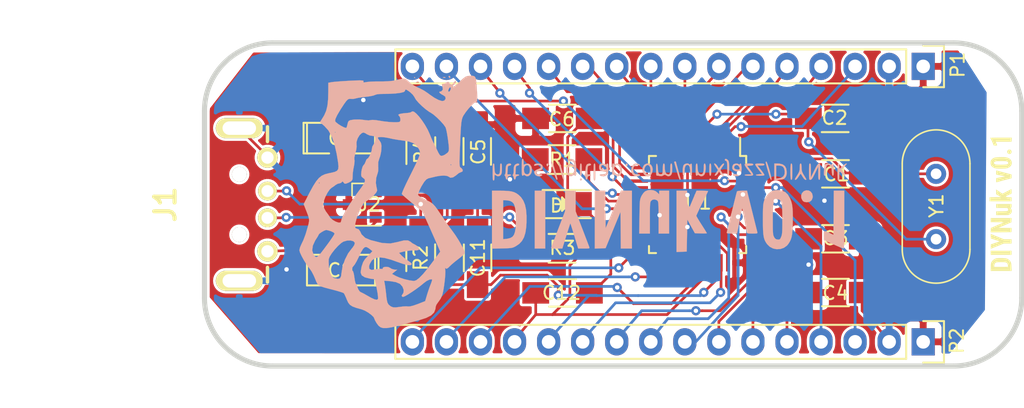
<source format=kicad_pcb>
(kicad_pcb (version 4) (host pcbnew 4.0.5+dfsg1-4)

  (general
    (links 77)
    (no_connects 2)
    (area 122.491499 95.364299 183.832501 119.875301)
    (thickness 1.6)
    (drawings 10)
    (tracks 376)
    (zones 0)
    (modules 24)
    (nets 38)
  )

  (page A4)
  (layers
    (0 F.Cu signal)
    (31 B.Cu signal)
    (32 B.Adhes user)
    (33 F.Adhes user)
    (34 B.Paste user)
    (35 F.Paste user)
    (36 B.SilkS user)
    (37 F.SilkS user)
    (38 B.Mask user)
    (39 F.Mask user)
    (40 Dwgs.User user)
    (41 Cmts.User user)
    (42 Eco1.User user)
    (43 Eco2.User user)
    (44 Edge.Cuts user)
    (45 Margin user)
    (46 B.CrtYd user)
    (47 F.CrtYd user)
    (48 B.Fab user)
    (49 F.Fab user)
  )

  (setup
    (last_trace_width 0.2)
    (trace_clearance 0.15)
    (zone_clearance 0.2)
    (zone_45_only no)
    (trace_min 0.1524)
    (segment_width 0.381)
    (edge_width 1.00076)
    (via_size 0.6858)
    (via_drill 0.3302)
    (via_min_size 0.6858)
    (via_min_drill 0.3302)
    (uvia_size 0.6858)
    (uvia_drill 0.3302)
    (uvias_allowed no)
    (uvia_min_size 0)
    (uvia_min_drill 0)
    (pcb_text_width 0.3048)
    (pcb_text_size 1.524 2.032)
    (mod_edge_width 0.381)
    (mod_text_size 1.524 1.524)
    (mod_text_width 0.3048)
    (pad_size 1.524 1.524)
    (pad_drill 1.016)
    (pad_to_mask_clearance 0.0508)
    (aux_axis_origin 0 0)
    (visible_elements FFFEFF3F)
    (pcbplotparams
      (layerselection 0x012f0_80000001)
      (usegerberextensions true)
      (excludeedgelayer true)
      (linewidth 0.100000)
      (plotframeref false)
      (viasonmask false)
      (mode 1)
      (useauxorigin false)
      (hpglpennumber 1)
      (hpglpenspeed 20)
      (hpglpendiameter 15)
      (hpglpenoverlay 2)
      (psnegative false)
      (psa4output false)
      (plotreference true)
      (plotvalue true)
      (plotinvisibletext false)
      (padsonsilk false)
      (subtractmaskfromsilk false)
      (outputformat 1)
      (mirror false)
      (drillshape 0)
      (scaleselection 1)
      (outputdirectory output/))
  )

  (net 0 "")
  (net 1 "Net-(C1-Pad1)")
  (net 2 "Net-(C2-Pad1)")
  (net 3 PA12)
  (net 4 PA11)
  (net 5 "Net-(D1-Pad2)")
  (net 6 "Net-(J1-Pad3)")
  (net 7 "Net-(J1-Pad2)")
  (net 8 PC13)
  (net 9 PC14)
  (net 10 PC15)
  (net 11 NRST)
  (net 12 PA0)
  (net 13 PA1)
  (net 14 PA2)
  (net 15 PA3)
  (net 16 PA4)
  (net 17 PA5)
  (net 18 PA6)
  (net 19 PA7)
  (net 20 PB1)
  (net 21 PB9)
  (net 22 PB8)
  (net 23 PB7)
  (net 24 PB6)
  (net 25 PB5)
  (net 26 PB4)
  (net 27 PB3)
  (net 28 PA15)
  (net 29 PA14)
  (net 30 PA13)
  (net 31 PA10)
  (net 32 PA9)
  (net 33 PA8)
  (net 34 "Net-(R1-Pad2)")
  (net 35 GND)
  (net 36 +3V3)
  (net 37 "Net-(C8-Pad1)")

  (net_class Default "This is the default net class."
    (clearance 0.15)
    (trace_width 0.2)
    (via_dia 0.6858)
    (via_drill 0.3302)
    (uvia_dia 0.6858)
    (uvia_drill 0.3302)
    (add_net +3V3)
    (add_net GND)
    (add_net NRST)
    (add_net "Net-(C1-Pad1)")
    (add_net "Net-(C2-Pad1)")
    (add_net "Net-(C8-Pad1)")
    (add_net "Net-(D1-Pad2)")
    (add_net "Net-(J1-Pad2)")
    (add_net "Net-(J1-Pad3)")
    (add_net "Net-(R1-Pad2)")
    (add_net PA0)
    (add_net PA1)
    (add_net PA10)
    (add_net PA11)
    (add_net PA12)
    (add_net PA13)
    (add_net PA14)
    (add_net PA15)
    (add_net PA2)
    (add_net PA3)
    (add_net PA4)
    (add_net PA5)
    (add_net PA6)
    (add_net PA7)
    (add_net PA8)
    (add_net PA9)
    (add_net PB1)
    (add_net PB3)
    (add_net PB4)
    (add_net PB5)
    (add_net PB6)
    (add_net PB7)
    (add_net PB8)
    (add_net PB9)
    (add_net PC13)
    (add_net PC14)
    (add_net PC15)
  )

  (module Resistors_SMD:R_1206_HandSoldering (layer F.Cu) (tedit 5AAE6E46) (tstamp 5AADBCB4)
    (at 138.81862 103.60152 270)
    (descr "Resistor SMD 1206, hand soldering")
    (tags "resistor 1206")
    (path /5A51B602)
    (attr smd)
    (fp_text reference R4 (at 0.03048 -0.04318 270) (layer F.SilkS)
      (effects (font (size 1 1) (thickness 0.15)))
    )
    (fp_text value 1.5k (at 0 2.3 270) (layer F.Fab)
      (effects (font (size 1 1) (thickness 0.15)))
    )
    (fp_line (start -1.6 0.8) (end -1.6 -0.8) (layer F.Fab) (width 0.1))
    (fp_line (start 1.6 0.8) (end -1.6 0.8) (layer F.Fab) (width 0.1))
    (fp_line (start 1.6 -0.8) (end 1.6 0.8) (layer F.Fab) (width 0.1))
    (fp_line (start -1.6 -0.8) (end 1.6 -0.8) (layer F.Fab) (width 0.1))
    (fp_line (start -3.3 -1.2) (end 3.3 -1.2) (layer F.CrtYd) (width 0.05))
    (fp_line (start -3.3 1.2) (end 3.3 1.2) (layer F.CrtYd) (width 0.05))
    (fp_line (start -3.3 -1.2) (end -3.3 1.2) (layer F.CrtYd) (width 0.05))
    (fp_line (start 3.3 -1.2) (end 3.3 1.2) (layer F.CrtYd) (width 0.05))
    (fp_line (start 1 1.075) (end -1 1.075) (layer F.SilkS) (width 0.15))
    (fp_line (start -1 -1.075) (end 1 -1.075) (layer F.SilkS) (width 0.15))
    (pad 1 smd rect (at -2 0 270) (size 2 1.7) (layers F.Cu F.Paste F.Mask)
      (net 36 +3V3))
    (pad 2 smd rect (at 2 0 270) (size 2 1.7) (layers F.Cu F.Paste F.Mask)
      (net 6 "Net-(J1-Pad3)"))
    (model Resistors_SMD.3dshapes/R_1206_HandSoldering.wrl
      (at (xyz 0 0 0))
      (scale (xyz 1 1 1))
      (rotate (xyz 0 0 0))
    )
  )

  (module Housings_QFP:LQFP-48_7x7mm_Pitch0.5mm (layer F.Cu) (tedit 5AAE6DCF) (tstamp 5A5178EE)
    (at 159.4612 107.62488 270)
    (descr "48 LEAD LQFP 7x7mm (see MICREL LQFP7x7-48LD-PL-1.pdf)")
    (tags "QFP 0.5")
    (path /5A4C1072)
    (autoplace_cost90 2)
    (attr smd)
    (fp_text reference U1 (at -0.14478 -0.04318 360) (layer F.SilkS)
      (effects (font (size 1 1) (thickness 0.15)))
    )
    (fp_text value STM32F103CB (at 0 6 270) (layer F.Fab)
      (effects (font (size 1 1) (thickness 0.15)))
    )
    (fp_text user %R (at 0 0 270) (layer F.Fab)
      (effects (font (size 1 1) (thickness 0.15)))
    )
    (fp_line (start -2.5 -3.5) (end 3.5 -3.5) (layer F.Fab) (width 0.15))
    (fp_line (start 3.5 -3.5) (end 3.5 3.5) (layer F.Fab) (width 0.15))
    (fp_line (start 3.5 3.5) (end -3.5 3.5) (layer F.Fab) (width 0.15))
    (fp_line (start -3.5 3.5) (end -3.5 -2.5) (layer F.Fab) (width 0.15))
    (fp_line (start -3.5 -2.5) (end -2.5 -3.5) (layer F.Fab) (width 0.15))
    (fp_line (start -5.25 -5.25) (end -5.25 5.25) (layer F.CrtYd) (width 0.05))
    (fp_line (start 5.25 -5.25) (end 5.25 5.25) (layer F.CrtYd) (width 0.05))
    (fp_line (start -5.25 -5.25) (end 5.25 -5.25) (layer F.CrtYd) (width 0.05))
    (fp_line (start -5.25 5.25) (end 5.25 5.25) (layer F.CrtYd) (width 0.05))
    (fp_line (start -3.625 -3.625) (end -3.625 -3.175) (layer F.SilkS) (width 0.15))
    (fp_line (start 3.625 -3.625) (end 3.625 -3.1) (layer F.SilkS) (width 0.15))
    (fp_line (start 3.625 3.625) (end 3.625 3.1) (layer F.SilkS) (width 0.15))
    (fp_line (start -3.625 3.625) (end -3.625 3.1) (layer F.SilkS) (width 0.15))
    (fp_line (start -3.625 -3.625) (end -3.1 -3.625) (layer F.SilkS) (width 0.15))
    (fp_line (start -3.625 3.625) (end -3.1 3.625) (layer F.SilkS) (width 0.15))
    (fp_line (start 3.625 3.625) (end 3.1 3.625) (layer F.SilkS) (width 0.15))
    (fp_line (start 3.625 -3.625) (end 3.1 -3.625) (layer F.SilkS) (width 0.15))
    (fp_line (start -3.625 -3.175) (end -5 -3.175) (layer F.SilkS) (width 0.15))
    (pad 1 smd rect (at -4.35 -2.75 270) (size 1.3 0.25) (layers F.Cu F.Paste F.Mask))
    (pad 2 smd rect (at -4.35 -2.25 270) (size 1.3 0.25) (layers F.Cu F.Paste F.Mask)
      (net 8 PC13))
    (pad 3 smd rect (at -4.35 -1.75 270) (size 1.3 0.25) (layers F.Cu F.Paste F.Mask)
      (net 9 PC14))
    (pad 4 smd rect (at -4.35 -1.25 270) (size 1.3 0.25) (layers F.Cu F.Paste F.Mask)
      (net 10 PC15))
    (pad 5 smd rect (at -4.35 -0.75 270) (size 1.3 0.25) (layers F.Cu F.Paste F.Mask)
      (net 1 "Net-(C1-Pad1)"))
    (pad 6 smd rect (at -4.35 -0.25 270) (size 1.3 0.25) (layers F.Cu F.Paste F.Mask)
      (net 2 "Net-(C2-Pad1)"))
    (pad 7 smd rect (at -4.35 0.25 270) (size 1.3 0.25) (layers F.Cu F.Paste F.Mask)
      (net 11 NRST))
    (pad 8 smd rect (at -4.35 0.75 270) (size 1.3 0.25) (layers F.Cu F.Paste F.Mask)
      (net 35 GND))
    (pad 9 smd rect (at -4.35 1.25 270) (size 1.3 0.25) (layers F.Cu F.Paste F.Mask)
      (net 36 +3V3))
    (pad 10 smd rect (at -4.35 1.75 270) (size 1.3 0.25) (layers F.Cu F.Paste F.Mask)
      (net 12 PA0))
    (pad 11 smd rect (at -4.35 2.25 270) (size 1.3 0.25) (layers F.Cu F.Paste F.Mask)
      (net 13 PA1))
    (pad 12 smd rect (at -4.35 2.75 270) (size 1.3 0.25) (layers F.Cu F.Paste F.Mask)
      (net 14 PA2))
    (pad 13 smd rect (at -2.75 4.35) (size 1.3 0.25) (layers F.Cu F.Paste F.Mask)
      (net 15 PA3))
    (pad 14 smd rect (at -2.25 4.35) (size 1.3 0.25) (layers F.Cu F.Paste F.Mask)
      (net 16 PA4))
    (pad 15 smd rect (at -1.75 4.35) (size 1.3 0.25) (layers F.Cu F.Paste F.Mask)
      (net 17 PA5))
    (pad 16 smd rect (at -1.25 4.35) (size 1.3 0.25) (layers F.Cu F.Paste F.Mask)
      (net 18 PA6))
    (pad 17 smd rect (at -0.75 4.35) (size 1.3 0.25) (layers F.Cu F.Paste F.Mask)
      (net 19 PA7))
    (pad 18 smd rect (at -0.25 4.35) (size 1.3 0.25) (layers F.Cu F.Paste F.Mask)
      (net 34 "Net-(R1-Pad2)"))
    (pad 19 smd rect (at 0.25 4.35) (size 1.3 0.25) (layers F.Cu F.Paste F.Mask)
      (net 20 PB1))
    (pad 20 smd rect (at 0.75 4.35) (size 1.3 0.25) (layers F.Cu F.Paste F.Mask)
      (net 35 GND))
    (pad 21 smd rect (at 1.25 4.35) (size 1.3 0.25) (layers F.Cu F.Paste F.Mask))
    (pad 22 smd rect (at 1.75 4.35) (size 1.3 0.25) (layers F.Cu F.Paste F.Mask))
    (pad 23 smd rect (at 2.25 4.35) (size 1.3 0.25) (layers F.Cu F.Paste F.Mask)
      (net 35 GND))
    (pad 24 smd rect (at 2.75 4.35) (size 1.3 0.25) (layers F.Cu F.Paste F.Mask)
      (net 36 +3V3))
    (pad 25 smd rect (at 4.35 2.75 270) (size 1.3 0.25) (layers F.Cu F.Paste F.Mask))
    (pad 26 smd rect (at 4.35 2.25 270) (size 1.3 0.25) (layers F.Cu F.Paste F.Mask))
    (pad 27 smd rect (at 4.35 1.75 270) (size 1.3 0.25) (layers F.Cu F.Paste F.Mask))
    (pad 28 smd rect (at 4.35 1.25 270) (size 1.3 0.25) (layers F.Cu F.Paste F.Mask))
    (pad 29 smd rect (at 4.35 0.75 270) (size 1.3 0.25) (layers F.Cu F.Paste F.Mask)
      (net 33 PA8))
    (pad 30 smd rect (at 4.35 0.25 270) (size 1.3 0.25) (layers F.Cu F.Paste F.Mask)
      (net 32 PA9))
    (pad 31 smd rect (at 4.35 -0.25 270) (size 1.3 0.25) (layers F.Cu F.Paste F.Mask)
      (net 31 PA10))
    (pad 32 smd rect (at 4.35 -0.75 270) (size 1.3 0.25) (layers F.Cu F.Paste F.Mask)
      (net 4 PA11))
    (pad 33 smd rect (at 4.35 -1.25 270) (size 1.3 0.25) (layers F.Cu F.Paste F.Mask)
      (net 3 PA12))
    (pad 34 smd rect (at 4.35 -1.75 270) (size 1.3 0.25) (layers F.Cu F.Paste F.Mask)
      (net 30 PA13))
    (pad 35 smd rect (at 4.35 -2.25 270) (size 1.3 0.25) (layers F.Cu F.Paste F.Mask)
      (net 35 GND))
    (pad 36 smd rect (at 4.35 -2.75 270) (size 1.3 0.25) (layers F.Cu F.Paste F.Mask)
      (net 36 +3V3))
    (pad 37 smd rect (at 2.75 -4.35) (size 1.3 0.25) (layers F.Cu F.Paste F.Mask)
      (net 29 PA14))
    (pad 38 smd rect (at 2.25 -4.35) (size 1.3 0.25) (layers F.Cu F.Paste F.Mask)
      (net 28 PA15))
    (pad 39 smd rect (at 1.75 -4.35) (size 1.3 0.25) (layers F.Cu F.Paste F.Mask)
      (net 27 PB3))
    (pad 40 smd rect (at 1.25 -4.35) (size 1.3 0.25) (layers F.Cu F.Paste F.Mask)
      (net 26 PB4))
    (pad 41 smd rect (at 0.75 -4.35) (size 1.3 0.25) (layers F.Cu F.Paste F.Mask)
      (net 25 PB5))
    (pad 42 smd rect (at 0.25 -4.35) (size 1.3 0.25) (layers F.Cu F.Paste F.Mask)
      (net 24 PB6))
    (pad 43 smd rect (at -0.25 -4.35) (size 1.3 0.25) (layers F.Cu F.Paste F.Mask)
      (net 23 PB7))
    (pad 44 smd rect (at -0.75 -4.35) (size 1.3 0.25) (layers F.Cu F.Paste F.Mask)
      (net 35 GND))
    (pad 45 smd rect (at -1.25 -4.35) (size 1.3 0.25) (layers F.Cu F.Paste F.Mask)
      (net 22 PB8))
    (pad 46 smd rect (at -1.75 -4.35) (size 1.3 0.25) (layers F.Cu F.Paste F.Mask)
      (net 21 PB9))
    (pad 47 smd rect (at -2.25 -4.35) (size 1.3 0.25) (layers F.Cu F.Paste F.Mask)
      (net 35 GND))
    (pad 48 smd rect (at -2.75 -4.35) (size 1.3 0.25) (layers F.Cu F.Paste F.Mask)
      (net 36 +3V3))
    (model Housings_QFP.3dshapes/LQFP-48_7x7mm_Pitch0.5mm.wrl
      (at (xyz 0 0 0))
      (scale (xyz 1 1 1))
      (rotate (xyz 0 0 0))
    )
  )

  (module Capacitors_SMD:C_1206_HandSoldering (layer F.Cu) (tedit 5AAE6DEA) (tstamp 5AADBC3E)
    (at 169.7482 105.3338 180)
    (descr "Capacitor SMD 1206, hand soldering")
    (tags "capacitor 1206")
    (path /5A4CA761)
    (attr smd)
    (fp_text reference C1 (at -0.0762 -0.0381 180) (layer F.SilkS)
      (effects (font (size 1 1) (thickness 0.15)))
    )
    (fp_text value 27pF (at 0 2.3 180) (layer F.Fab)
      (effects (font (size 1 1) (thickness 0.15)))
    )
    (fp_line (start -1.6 0.8) (end -1.6 -0.8) (layer F.Fab) (width 0.15))
    (fp_line (start 1.6 0.8) (end -1.6 0.8) (layer F.Fab) (width 0.15))
    (fp_line (start 1.6 -0.8) (end 1.6 0.8) (layer F.Fab) (width 0.15))
    (fp_line (start -1.6 -0.8) (end 1.6 -0.8) (layer F.Fab) (width 0.15))
    (fp_line (start -3.3 -1.15) (end 3.3 -1.15) (layer F.CrtYd) (width 0.05))
    (fp_line (start -3.3 1.15) (end 3.3 1.15) (layer F.CrtYd) (width 0.05))
    (fp_line (start -3.3 -1.15) (end -3.3 1.15) (layer F.CrtYd) (width 0.05))
    (fp_line (start 3.3 -1.15) (end 3.3 1.15) (layer F.CrtYd) (width 0.05))
    (fp_line (start 1 -1.025) (end -1 -1.025) (layer F.SilkS) (width 0.15))
    (fp_line (start -1 1.025) (end 1 1.025) (layer F.SilkS) (width 0.15))
    (pad 1 smd rect (at -2 0 180) (size 2 1.6) (layers F.Cu F.Paste F.Mask)
      (net 1 "Net-(C1-Pad1)"))
    (pad 2 smd rect (at 2 0 180) (size 2 1.6) (layers F.Cu F.Paste F.Mask)
      (net 35 GND))
    (model Capacitors_SMD.3dshapes/C_1206_HandSoldering.wrl
      (at (xyz 0 0 0))
      (scale (xyz 1 1 1))
      (rotate (xyz 0 0 0))
    )
  )

  (module Capacitors_SMD:C_1206_HandSoldering (layer F.Cu) (tedit 5AAE6DD9) (tstamp 5AADBC43)
    (at 169.7228 101.1936)
    (descr "Capacitor SMD 1206, hand soldering")
    (tags "capacitor 1206")
    (path /5A4CA7BE)
    (attr smd)
    (fp_text reference C2 (at -0.0381 -0.0381) (layer F.SilkS)
      (effects (font (size 1 1) (thickness 0.15)))
    )
    (fp_text value 27pF (at 0 2.3) (layer F.Fab)
      (effects (font (size 1 1) (thickness 0.15)))
    )
    (fp_line (start -1.6 0.8) (end -1.6 -0.8) (layer F.Fab) (width 0.15))
    (fp_line (start 1.6 0.8) (end -1.6 0.8) (layer F.Fab) (width 0.15))
    (fp_line (start 1.6 -0.8) (end 1.6 0.8) (layer F.Fab) (width 0.15))
    (fp_line (start -1.6 -0.8) (end 1.6 -0.8) (layer F.Fab) (width 0.15))
    (fp_line (start -3.3 -1.15) (end 3.3 -1.15) (layer F.CrtYd) (width 0.05))
    (fp_line (start -3.3 1.15) (end 3.3 1.15) (layer F.CrtYd) (width 0.05))
    (fp_line (start -3.3 -1.15) (end -3.3 1.15) (layer F.CrtYd) (width 0.05))
    (fp_line (start 3.3 -1.15) (end 3.3 1.15) (layer F.CrtYd) (width 0.05))
    (fp_line (start 1 -1.025) (end -1 -1.025) (layer F.SilkS) (width 0.15))
    (fp_line (start -1 1.025) (end 1 1.025) (layer F.SilkS) (width 0.15))
    (pad 1 smd rect (at -2 0) (size 2 1.6) (layers F.Cu F.Paste F.Mask)
      (net 2 "Net-(C2-Pad1)"))
    (pad 2 smd rect (at 2 0) (size 2 1.6) (layers F.Cu F.Paste F.Mask)
      (net 35 GND))
    (model Capacitors_SMD.3dshapes/C_1206_HandSoldering.wrl
      (at (xyz 0 0 0))
      (scale (xyz 1 1 1))
      (rotate (xyz 0 0 0))
    )
  )

  (module Capacitors_SMD:C_1206_HandSoldering (layer F.Cu) (tedit 5AAE6DE4) (tstamp 5AADBC48)
    (at 169.7482 110.1852)
    (descr "Capacitor SMD 1206, hand soldering")
    (tags "capacitor 1206")
    (path /5A4CA1F6)
    (attr smd)
    (fp_text reference C3 (at 0 -0.0381) (layer F.SilkS)
      (effects (font (size 1 1) (thickness 0.15)))
    )
    (fp_text value 0.1uF (at 0 2.3) (layer F.Fab)
      (effects (font (size 1 1) (thickness 0.15)))
    )
    (fp_line (start -1.6 0.8) (end -1.6 -0.8) (layer F.Fab) (width 0.15))
    (fp_line (start 1.6 0.8) (end -1.6 0.8) (layer F.Fab) (width 0.15))
    (fp_line (start 1.6 -0.8) (end 1.6 0.8) (layer F.Fab) (width 0.15))
    (fp_line (start -1.6 -0.8) (end 1.6 -0.8) (layer F.Fab) (width 0.15))
    (fp_line (start -3.3 -1.15) (end 3.3 -1.15) (layer F.CrtYd) (width 0.05))
    (fp_line (start -3.3 1.15) (end 3.3 1.15) (layer F.CrtYd) (width 0.05))
    (fp_line (start -3.3 -1.15) (end -3.3 1.15) (layer F.CrtYd) (width 0.05))
    (fp_line (start 3.3 -1.15) (end 3.3 1.15) (layer F.CrtYd) (width 0.05))
    (fp_line (start 1 -1.025) (end -1 -1.025) (layer F.SilkS) (width 0.15))
    (fp_line (start -1 1.025) (end 1 1.025) (layer F.SilkS) (width 0.15))
    (pad 1 smd rect (at -2 0) (size 2 1.6) (layers F.Cu F.Paste F.Mask)
      (net 35 GND))
    (pad 2 smd rect (at 2 0) (size 2 1.6) (layers F.Cu F.Paste F.Mask)
      (net 36 +3V3))
    (model Capacitors_SMD.3dshapes/C_1206_HandSoldering.wrl
      (at (xyz 0 0 0))
      (scale (xyz 1 1 1))
      (rotate (xyz 0 0 0))
    )
  )

  (module Capacitors_SMD:C_1206_HandSoldering (layer F.Cu) (tedit 5AAE6DF1) (tstamp 5AADBC4D)
    (at 169.7482 114.1984 180)
    (descr "Capacitor SMD 1206, hand soldering")
    (tags "capacitor 1206")
    (path /5A4C33AF)
    (attr smd)
    (fp_text reference C4 (at 0 -0.0381 180) (layer F.SilkS)
      (effects (font (size 1 1) (thickness 0.15)))
    )
    (fp_text value 0.1uF (at 0 2.3 180) (layer F.Fab)
      (effects (font (size 1 1) (thickness 0.15)))
    )
    (fp_line (start -1.6 0.8) (end -1.6 -0.8) (layer F.Fab) (width 0.15))
    (fp_line (start 1.6 0.8) (end -1.6 0.8) (layer F.Fab) (width 0.15))
    (fp_line (start 1.6 -0.8) (end 1.6 0.8) (layer F.Fab) (width 0.15))
    (fp_line (start -1.6 -0.8) (end 1.6 -0.8) (layer F.Fab) (width 0.15))
    (fp_line (start -3.3 -1.15) (end 3.3 -1.15) (layer F.CrtYd) (width 0.05))
    (fp_line (start -3.3 1.15) (end 3.3 1.15) (layer F.CrtYd) (width 0.05))
    (fp_line (start -3.3 -1.15) (end -3.3 1.15) (layer F.CrtYd) (width 0.05))
    (fp_line (start 3.3 -1.15) (end 3.3 1.15) (layer F.CrtYd) (width 0.05))
    (fp_line (start 1 -1.025) (end -1 -1.025) (layer F.SilkS) (width 0.15))
    (fp_line (start -1 1.025) (end 1 1.025) (layer F.SilkS) (width 0.15))
    (pad 1 smd rect (at -2 0 180) (size 2 1.6) (layers F.Cu F.Paste F.Mask)
      (net 35 GND))
    (pad 2 smd rect (at 2 0 180) (size 2 1.6) (layers F.Cu F.Paste F.Mask)
      (net 36 +3V3))
    (model Capacitors_SMD.3dshapes/C_1206_HandSoldering.wrl
      (at (xyz 0 0 0))
      (scale (xyz 1 1 1))
      (rotate (xyz 0 0 0))
    )
  )

  (module Capacitors_SMD:C_1206_HandSoldering (layer F.Cu) (tedit 5AAE6E38) (tstamp 5AADBC52)
    (at 143.0274 103.6574 270)
    (descr "Capacitor SMD 1206, hand soldering")
    (tags "capacitor 1206")
    (path /5A4C52EC)
    (attr smd)
    (fp_text reference C5 (at 0.03556 -0.0762 270) (layer F.SilkS)
      (effects (font (size 1 1) (thickness 0.15)))
    )
    (fp_text value 0.1uF (at 0 2.3 270) (layer F.Fab)
      (effects (font (size 1 1) (thickness 0.15)))
    )
    (fp_line (start -1.6 0.8) (end -1.6 -0.8) (layer F.Fab) (width 0.15))
    (fp_line (start 1.6 0.8) (end -1.6 0.8) (layer F.Fab) (width 0.15))
    (fp_line (start 1.6 -0.8) (end 1.6 0.8) (layer F.Fab) (width 0.15))
    (fp_line (start -1.6 -0.8) (end 1.6 -0.8) (layer F.Fab) (width 0.15))
    (fp_line (start -3.3 -1.15) (end 3.3 -1.15) (layer F.CrtYd) (width 0.05))
    (fp_line (start -3.3 1.15) (end 3.3 1.15) (layer F.CrtYd) (width 0.05))
    (fp_line (start -3.3 -1.15) (end -3.3 1.15) (layer F.CrtYd) (width 0.05))
    (fp_line (start 3.3 -1.15) (end 3.3 1.15) (layer F.CrtYd) (width 0.05))
    (fp_line (start 1 -1.025) (end -1 -1.025) (layer F.SilkS) (width 0.15))
    (fp_line (start -1 1.025) (end 1 1.025) (layer F.SilkS) (width 0.15))
    (pad 1 smd rect (at -2 0 270) (size 2 1.6) (layers F.Cu F.Paste F.Mask)
      (net 36 +3V3))
    (pad 2 smd rect (at 2 0 270) (size 2 1.6) (layers F.Cu F.Paste F.Mask)
      (net 35 GND))
    (model Capacitors_SMD.3dshapes/C_1206_HandSoldering.wrl
      (at (xyz 0 0 0))
      (scale (xyz 1 1 1))
      (rotate (xyz 0 0 0))
    )
  )

  (module Capacitors_SMD:C_1206_HandSoldering (layer F.Cu) (tedit 5AAE6E1A) (tstamp 5AADBC57)
    (at 149.3774 101.1936)
    (descr "Capacitor SMD 1206, hand soldering")
    (tags "capacitor 1206")
    (path /5A4C5CD5)
    (attr smd)
    (fp_text reference C6 (at -0.0381 0.0635) (layer F.SilkS)
      (effects (font (size 1 1) (thickness 0.15)))
    )
    (fp_text value 0.1uF (at 0 2.3) (layer F.Fab)
      (effects (font (size 1 1) (thickness 0.15)))
    )
    (fp_line (start -1.6 0.8) (end -1.6 -0.8) (layer F.Fab) (width 0.15))
    (fp_line (start 1.6 0.8) (end -1.6 0.8) (layer F.Fab) (width 0.15))
    (fp_line (start 1.6 -0.8) (end 1.6 0.8) (layer F.Fab) (width 0.15))
    (fp_line (start -1.6 -0.8) (end 1.6 -0.8) (layer F.Fab) (width 0.15))
    (fp_line (start -3.3 -1.15) (end 3.3 -1.15) (layer F.CrtYd) (width 0.05))
    (fp_line (start -3.3 1.15) (end 3.3 1.15) (layer F.CrtYd) (width 0.05))
    (fp_line (start -3.3 -1.15) (end -3.3 1.15) (layer F.CrtYd) (width 0.05))
    (fp_line (start 3.3 -1.15) (end 3.3 1.15) (layer F.CrtYd) (width 0.05))
    (fp_line (start 1 -1.025) (end -1 -1.025) (layer F.SilkS) (width 0.15))
    (fp_line (start -1 1.025) (end 1 1.025) (layer F.SilkS) (width 0.15))
    (pad 1 smd rect (at -2 0) (size 2 1.6) (layers F.Cu F.Paste F.Mask)
      (net 36 +3V3))
    (pad 2 smd rect (at 2 0) (size 2 1.6) (layers F.Cu F.Paste F.Mask)
      (net 35 GND))
    (model Capacitors_SMD.3dshapes/C_1206_HandSoldering.wrl
      (at (xyz 0 0 0))
      (scale (xyz 1 1 1))
      (rotate (xyz 0 0 0))
    )
  )

  (module SMD_Packages:SMD-1206_Pol (layer F.Cu) (tedit 0) (tstamp 5AADBC61)
    (at 132.8674 102.6668)
    (path /5A520E58)
    (attr smd)
    (fp_text reference C8 (at 0 0) (layer F.SilkS)
      (effects (font (size 1 1) (thickness 0.15)))
    )
    (fp_text value 10uF (at 0 0) (layer F.Fab)
      (effects (font (size 1 1) (thickness 0.15)))
    )
    (fp_line (start -2.54 -1.143) (end -2.794 -1.143) (layer F.SilkS) (width 0.15))
    (fp_line (start -2.794 -1.143) (end -2.794 1.143) (layer F.SilkS) (width 0.15))
    (fp_line (start -2.794 1.143) (end -2.54 1.143) (layer F.SilkS) (width 0.15))
    (fp_line (start -2.54 -1.143) (end -2.54 1.143) (layer F.SilkS) (width 0.15))
    (fp_line (start -2.54 1.143) (end -0.889 1.143) (layer F.SilkS) (width 0.15))
    (fp_line (start 0.889 -1.143) (end 2.54 -1.143) (layer F.SilkS) (width 0.15))
    (fp_line (start 2.54 -1.143) (end 2.54 1.143) (layer F.SilkS) (width 0.15))
    (fp_line (start 2.54 1.143) (end 0.889 1.143) (layer F.SilkS) (width 0.15))
    (fp_line (start -0.889 -1.143) (end -2.54 -1.143) (layer F.SilkS) (width 0.15))
    (pad 1 smd rect (at -1.651 0) (size 1.524 2.032) (layers F.Cu F.Paste F.Mask)
      (net 37 "Net-(C8-Pad1)"))
    (pad 2 smd rect (at 1.651 0) (size 1.524 2.032) (layers F.Cu F.Paste F.Mask)
      (net 35 GND))
    (model SMD_Packages.3dshapes/SMD-1206_Pol.wrl
      (at (xyz 0 0 0))
      (scale (xyz 0.17 0.16 0.16))
      (rotate (xyz 0 0 0))
    )
  )

  (module SMD_Packages:SMD-1206_Pol (layer F.Cu) (tedit 5AAE6E72) (tstamp 5AADBC66)
    (at 132.8674 112.522 180)
    (path /5A520CB7)
    (attr smd)
    (fp_text reference C9 (at 0.03048 -0.01778 180) (layer F.SilkS)
      (effects (font (size 1 1) (thickness 0.15)))
    )
    (fp_text value 10uF (at 0 0 180) (layer F.Fab)
      (effects (font (size 1 1) (thickness 0.15)))
    )
    (fp_line (start -2.54 -1.143) (end -2.794 -1.143) (layer F.SilkS) (width 0.15))
    (fp_line (start -2.794 -1.143) (end -2.794 1.143) (layer F.SilkS) (width 0.15))
    (fp_line (start -2.794 1.143) (end -2.54 1.143) (layer F.SilkS) (width 0.15))
    (fp_line (start -2.54 -1.143) (end -2.54 1.143) (layer F.SilkS) (width 0.15))
    (fp_line (start -2.54 1.143) (end -0.889 1.143) (layer F.SilkS) (width 0.15))
    (fp_line (start 0.889 -1.143) (end 2.54 -1.143) (layer F.SilkS) (width 0.15))
    (fp_line (start 2.54 -1.143) (end 2.54 1.143) (layer F.SilkS) (width 0.15))
    (fp_line (start 2.54 1.143) (end 0.889 1.143) (layer F.SilkS) (width 0.15))
    (fp_line (start -0.889 -1.143) (end -2.54 -1.143) (layer F.SilkS) (width 0.15))
    (pad 1 smd rect (at -1.651 0 180) (size 1.524 2.032) (layers F.Cu F.Paste F.Mask)
      (net 36 +3V3))
    (pad 2 smd rect (at 1.651 0 180) (size 1.524 2.032) (layers F.Cu F.Paste F.Mask)
      (net 35 GND))
    (model SMD_Packages.3dshapes/SMD-1206_Pol.wrl
      (at (xyz 0 0 0))
      (scale (xyz 0.17 0.16 0.16))
      (rotate (xyz 0 0 0))
    )
  )

  (module Capacitors_SMD:C_1206_HandSoldering (layer F.Cu) (tedit 5AAE6E4A) (tstamp 5AADBC70)
    (at 143.0528 111.6076 90)
    (descr "Capacitor SMD 1206, hand soldering")
    (tags "capacitor 1206")
    (path /5A51639D)
    (attr smd)
    (fp_text reference C11 (at 0 0.0254 90) (layer F.SilkS)
      (effects (font (size 1 1) (thickness 0.15)))
    )
    (fp_text value 47p (at 0 2.3 90) (layer F.Fab)
      (effects (font (size 1 1) (thickness 0.15)))
    )
    (fp_line (start -1.6 0.8) (end -1.6 -0.8) (layer F.Fab) (width 0.15))
    (fp_line (start 1.6 0.8) (end -1.6 0.8) (layer F.Fab) (width 0.15))
    (fp_line (start 1.6 -0.8) (end 1.6 0.8) (layer F.Fab) (width 0.15))
    (fp_line (start -1.6 -0.8) (end 1.6 -0.8) (layer F.Fab) (width 0.15))
    (fp_line (start -3.3 -1.15) (end 3.3 -1.15) (layer F.CrtYd) (width 0.05))
    (fp_line (start -3.3 1.15) (end 3.3 1.15) (layer F.CrtYd) (width 0.05))
    (fp_line (start -3.3 -1.15) (end -3.3 1.15) (layer F.CrtYd) (width 0.05))
    (fp_line (start 3.3 -1.15) (end 3.3 1.15) (layer F.CrtYd) (width 0.05))
    (fp_line (start 1 -1.025) (end -1 -1.025) (layer F.SilkS) (width 0.15))
    (fp_line (start -1 1.025) (end 1 1.025) (layer F.SilkS) (width 0.15))
    (pad 1 smd rect (at -2 0 90) (size 2 1.6) (layers F.Cu F.Paste F.Mask)
      (net 3 PA12))
    (pad 2 smd rect (at 2 0 90) (size 2 1.6) (layers F.Cu F.Paste F.Mask)
      (net 35 GND))
    (model Capacitors_SMD.3dshapes/C_1206_HandSoldering.wrl
      (at (xyz 0 0 0))
      (scale (xyz 1 1 1))
      (rotate (xyz 0 0 0))
    )
  )

  (module Capacitors_SMD:C_1206_HandSoldering (layer F.Cu) (tedit 5AAE6E31) (tstamp 5AADBC75)
    (at 149.3901 114.2238)
    (descr "Capacitor SMD 1206, hand soldering")
    (tags "capacitor 1206")
    (path /5A516422)
    (attr smd)
    (fp_text reference C12 (at -0.0762 0) (layer F.SilkS)
      (effects (font (size 1 1) (thickness 0.15)))
    )
    (fp_text value 47p (at 0 2.3) (layer F.Fab)
      (effects (font (size 1 1) (thickness 0.15)))
    )
    (fp_line (start -1.6 0.8) (end -1.6 -0.8) (layer F.Fab) (width 0.15))
    (fp_line (start 1.6 0.8) (end -1.6 0.8) (layer F.Fab) (width 0.15))
    (fp_line (start 1.6 -0.8) (end 1.6 0.8) (layer F.Fab) (width 0.15))
    (fp_line (start -1.6 -0.8) (end 1.6 -0.8) (layer F.Fab) (width 0.15))
    (fp_line (start -3.3 -1.15) (end 3.3 -1.15) (layer F.CrtYd) (width 0.05))
    (fp_line (start -3.3 1.15) (end 3.3 1.15) (layer F.CrtYd) (width 0.05))
    (fp_line (start -3.3 -1.15) (end -3.3 1.15) (layer F.CrtYd) (width 0.05))
    (fp_line (start 3.3 -1.15) (end 3.3 1.15) (layer F.CrtYd) (width 0.05))
    (fp_line (start 1 -1.025) (end -1 -1.025) (layer F.SilkS) (width 0.15))
    (fp_line (start -1 1.025) (end 1 1.025) (layer F.SilkS) (width 0.15))
    (pad 1 smd rect (at -2 0) (size 2 1.6) (layers F.Cu F.Paste F.Mask)
      (net 4 PA11))
    (pad 2 smd rect (at 2 0) (size 2 1.6) (layers F.Cu F.Paste F.Mask)
      (net 35 GND))
    (model Capacitors_SMD.3dshapes/C_1206_HandSoldering.wrl
      (at (xyz 0 0 0))
      (scale (xyz 1 1 1))
      (rotate (xyz 0 0 0))
    )
  )

  (module LEDs:LED_1206 (layer F.Cu) (tedit 5AAE6E23) (tstamp 5AADBC7A)
    (at 149.352 107.5944 180)
    (descr "LED 1206 smd package")
    (tags "LED1206 SMD")
    (path /5A4BF4F5)
    (attr smd)
    (fp_text reference D1 (at -0.0762 -0.1143 180) (layer F.SilkS)
      (effects (font (size 1 1) (thickness 0.15)))
    )
    (fp_text value LED (at 0 2 180) (layer F.Fab)
      (effects (font (size 1 1) (thickness 0.15)))
    )
    (fp_line (start -0.5 -0.5) (end -0.5 0.5) (layer F.Fab) (width 0.15))
    (fp_line (start -0.5 0) (end 0 -0.5) (layer F.Fab) (width 0.15))
    (fp_line (start 0 0.5) (end -0.5 0) (layer F.Fab) (width 0.15))
    (fp_line (start 0 -0.5) (end 0 0.5) (layer F.Fab) (width 0.15))
    (fp_line (start -1.6 0.8) (end -1.6 -0.8) (layer F.Fab) (width 0.15))
    (fp_line (start 1.6 0.8) (end -1.6 0.8) (layer F.Fab) (width 0.15))
    (fp_line (start 1.6 -0.8) (end 1.6 0.8) (layer F.Fab) (width 0.15))
    (fp_line (start -1.6 -0.8) (end 1.6 -0.8) (layer F.Fab) (width 0.15))
    (fp_line (start -2.15 1.05) (end 1.45 1.05) (layer F.SilkS) (width 0.15))
    (fp_line (start -2.15 -1.05) (end 1.45 -1.05) (layer F.SilkS) (width 0.15))
    (fp_line (start -0.1 -0.3) (end -0.1 0.3) (layer F.SilkS) (width 0.15))
    (fp_line (start -0.1 0.3) (end -0.4 0) (layer F.SilkS) (width 0.15))
    (fp_line (start -0.4 0) (end -0.2 -0.2) (layer F.SilkS) (width 0.15))
    (fp_line (start -0.2 -0.2) (end -0.2 0.05) (layer F.SilkS) (width 0.15))
    (fp_line (start -0.2 0.05) (end -0.25 0) (layer F.SilkS) (width 0.15))
    (fp_line (start -0.5 -0.5) (end -0.5 0.5) (layer F.SilkS) (width 0.15))
    (fp_line (start 0 0) (end 0.5 0) (layer F.SilkS) (width 0.15))
    (fp_line (start -0.5 0) (end 0 -0.5) (layer F.SilkS) (width 0.15))
    (fp_line (start 0 -0.5) (end 0 0.5) (layer F.SilkS) (width 0.15))
    (fp_line (start 0 0.5) (end -0.5 0) (layer F.SilkS) (width 0.15))
    (fp_line (start 2.5 -1.25) (end -2.5 -1.25) (layer F.CrtYd) (width 0.05))
    (fp_line (start -2.5 -1.25) (end -2.5 1.25) (layer F.CrtYd) (width 0.05))
    (fp_line (start -2.5 1.25) (end 2.5 1.25) (layer F.CrtYd) (width 0.05))
    (fp_line (start 2.5 1.25) (end 2.5 -1.25) (layer F.CrtYd) (width 0.05))
    (pad 2 smd rect (at 1.41986 0) (size 1.59766 1.80086) (layers F.Cu F.Paste F.Mask)
      (net 5 "Net-(D1-Pad2)"))
    (pad 1 smd rect (at -1.41986 0) (size 1.59766 1.80086) (layers F.Cu F.Paste F.Mask)
      (net 35 GND))
    (model LEDs.3dshapes/LED_1206.wrl
      (at (xyz 0 0 0))
      (scale (xyz 1 1 1))
      (rotate (xyz 0 0 180))
    )
  )

  (module Pin_Headers:Pin_Header_Straight_1x16 (layer F.Cu) (tedit 5AAE5131) (tstamp 5AADBC7F)
    (at 176.29 97.31 270)
    (descr "Through hole pin header")
    (tags "pin header")
    (path /5A8DCFD2)
    (fp_text reference P1 (at -0.11176 -2.57048 270) (layer F.SilkS)
      (effects (font (size 1 1) (thickness 0.15)))
    )
    (fp_text value CONN_01X16 (at 0 -3.1 270) (layer F.Fab)
      (effects (font (size 1 1) (thickness 0.15)))
    )
    (fp_line (start -1.75 -1.75) (end -1.75 39.85) (layer F.CrtYd) (width 0.05))
    (fp_line (start 1.75 -1.75) (end 1.75 39.85) (layer F.CrtYd) (width 0.05))
    (fp_line (start -1.75 -1.75) (end 1.75 -1.75) (layer F.CrtYd) (width 0.05))
    (fp_line (start -1.75 39.85) (end 1.75 39.85) (layer F.CrtYd) (width 0.05))
    (fp_line (start -1.27 1.27) (end -1.27 39.37) (layer F.SilkS) (width 0.15))
    (fp_line (start -1.27 39.37) (end 1.27 39.37) (layer F.SilkS) (width 0.15))
    (fp_line (start 1.27 39.37) (end 1.27 1.27) (layer F.SilkS) (width 0.15))
    (fp_line (start 1.55 -1.55) (end 1.55 0) (layer F.SilkS) (width 0.15))
    (fp_line (start 1.27 1.27) (end -1.27 1.27) (layer F.SilkS) (width 0.15))
    (fp_line (start -1.55 0) (end -1.55 -1.55) (layer F.SilkS) (width 0.15))
    (fp_line (start -1.55 -1.55) (end 1.55 -1.55) (layer F.SilkS) (width 0.15))
    (pad 1 thru_hole rect (at 0 0 270) (size 2.032 1.7272) (drill 1.016) (layers *.Cu *.Mask)
      (net 36 +3V3))
    (pad 2 thru_hole oval (at 0 2.54 270) (size 2.032 1.7272) (drill 1.016) (layers *.Cu *.Mask)
      (net 35 GND))
    (pad 3 thru_hole oval (at 0 5.08 270) (size 2.032 1.7272) (drill 1.016) (layers *.Cu *.Mask)
      (net 8 PC13))
    (pad 4 thru_hole oval (at 0 7.62 270) (size 2.032 1.7272) (drill 1.016) (layers *.Cu *.Mask)
      (net 9 PC14))
    (pad 5 thru_hole oval (at 0 10.16 270) (size 2.032 1.7272) (drill 1.016) (layers *.Cu *.Mask)
      (net 10 PC15))
    (pad 6 thru_hole oval (at 0 12.7 270) (size 2.032 1.7272) (drill 1.016) (layers *.Cu *.Mask)
      (net 11 NRST))
    (pad 7 thru_hole oval (at 0 15.24 270) (size 2.032 1.7272) (drill 1.016) (layers *.Cu *.Mask)
      (net 12 PA0))
    (pad 8 thru_hole oval (at 0 17.78 270) (size 2.032 1.7272) (drill 1.016) (layers *.Cu *.Mask)
      (net 13 PA1))
    (pad 9 thru_hole oval (at 0 20.32 270) (size 2.032 1.7272) (drill 1.016) (layers *.Cu *.Mask)
      (net 14 PA2))
    (pad 10 thru_hole oval (at 0 22.86 270) (size 2.032 1.7272) (drill 1.016) (layers *.Cu *.Mask)
      (net 15 PA3))
    (pad 11 thru_hole oval (at 0 25.4 270) (size 2.032 1.7272) (drill 1.016) (layers *.Cu *.Mask)
      (net 16 PA4))
    (pad 12 thru_hole oval (at 0 27.94 270) (size 2.032 1.7272) (drill 1.016) (layers *.Cu *.Mask)
      (net 17 PA5))
    (pad 13 thru_hole oval (at 0 30.48 270) (size 2.032 1.7272) (drill 1.016) (layers *.Cu *.Mask)
      (net 18 PA6))
    (pad 14 thru_hole oval (at 0 33.02 270) (size 2.032 1.7272) (drill 1.016) (layers *.Cu *.Mask)
      (net 19 PA7))
    (pad 15 thru_hole oval (at 0 35.56 270) (size 2.032 1.7272) (drill 1.016) (layers *.Cu *.Mask)
      (net 20 PB1))
    (pad 16 thru_hole oval (at 0 38.1 270) (size 2.032 1.7272) (drill 1.016) (layers *.Cu *.Mask)
      (net 21 PB9))
    (model Pin_Headers.3dshapes/Pin_Header_Straight_1x16.wrl
      (at (xyz 0 -0.75 0))
      (scale (xyz 1 1 1))
      (rotate (xyz 0 0 90))
    )
  )

  (module Pin_Headers:Pin_Header_Straight_1x16 (layer F.Cu) (tedit 5AAE6E0A) (tstamp 5AADBC92)
    (at 176.29 117.88 270)
    (descr "Through hole pin header")
    (tags "pin header")
    (path /5A8DC445)
    (fp_text reference P2 (at -0.0762 -2.5146 270) (layer F.SilkS)
      (effects (font (size 1 1) (thickness 0.15)))
    )
    (fp_text value CONN_01X16 (at 0 -3.1 270) (layer F.Fab)
      (effects (font (size 1 1) (thickness 0.15)))
    )
    (fp_line (start -1.75 -1.75) (end -1.75 39.85) (layer F.CrtYd) (width 0.05))
    (fp_line (start 1.75 -1.75) (end 1.75 39.85) (layer F.CrtYd) (width 0.05))
    (fp_line (start -1.75 -1.75) (end 1.75 -1.75) (layer F.CrtYd) (width 0.05))
    (fp_line (start -1.75 39.85) (end 1.75 39.85) (layer F.CrtYd) (width 0.05))
    (fp_line (start -1.27 1.27) (end -1.27 39.37) (layer F.SilkS) (width 0.15))
    (fp_line (start -1.27 39.37) (end 1.27 39.37) (layer F.SilkS) (width 0.15))
    (fp_line (start 1.27 39.37) (end 1.27 1.27) (layer F.SilkS) (width 0.15))
    (fp_line (start 1.55 -1.55) (end 1.55 0) (layer F.SilkS) (width 0.15))
    (fp_line (start 1.27 1.27) (end -1.27 1.27) (layer F.SilkS) (width 0.15))
    (fp_line (start -1.55 0) (end -1.55 -1.55) (layer F.SilkS) (width 0.15))
    (fp_line (start -1.55 -1.55) (end 1.55 -1.55) (layer F.SilkS) (width 0.15))
    (pad 1 thru_hole rect (at 0 0 270) (size 2.032 1.7272) (drill 1.016) (layers *.Cu *.Mask)
      (net 36 +3V3))
    (pad 2 thru_hole oval (at 0 2.54 270) (size 2.032 1.7272) (drill 1.016) (layers *.Cu *.Mask)
      (net 35 GND))
    (pad 3 thru_hole oval (at 0 5.08 270) (size 2.032 1.7272) (drill 1.016) (layers *.Cu *.Mask)
      (net 22 PB8))
    (pad 4 thru_hole oval (at 0 7.62 270) (size 2.032 1.7272) (drill 1.016) (layers *.Cu *.Mask)
      (net 23 PB7))
    (pad 5 thru_hole oval (at 0 10.16 270) (size 2.032 1.7272) (drill 1.016) (layers *.Cu *.Mask)
      (net 24 PB6))
    (pad 6 thru_hole oval (at 0 12.7 270) (size 2.032 1.7272) (drill 1.016) (layers *.Cu *.Mask)
      (net 25 PB5))
    (pad 7 thru_hole oval (at 0 15.24 270) (size 2.032 1.7272) (drill 1.016) (layers *.Cu *.Mask)
      (net 26 PB4))
    (pad 8 thru_hole oval (at 0 17.78 270) (size 2.032 1.7272) (drill 1.016) (layers *.Cu *.Mask)
      (net 27 PB3))
    (pad 9 thru_hole oval (at 0 20.32 270) (size 2.032 1.7272) (drill 1.016) (layers *.Cu *.Mask)
      (net 28 PA15))
    (pad 10 thru_hole oval (at 0 22.86 270) (size 2.032 1.7272) (drill 1.016) (layers *.Cu *.Mask)
      (net 29 PA14))
    (pad 11 thru_hole oval (at 0 25.4 270) (size 2.032 1.7272) (drill 1.016) (layers *.Cu *.Mask)
      (net 30 PA13))
    (pad 12 thru_hole oval (at 0 27.94 270) (size 2.032 1.7272) (drill 1.016) (layers *.Cu *.Mask)
      (net 3 PA12))
    (pad 13 thru_hole oval (at 0 30.48 270) (size 2.032 1.7272) (drill 1.016) (layers *.Cu *.Mask)
      (net 4 PA11))
    (pad 14 thru_hole oval (at 0 33.02 270) (size 2.032 1.7272) (drill 1.016) (layers *.Cu *.Mask)
      (net 31 PA10))
    (pad 15 thru_hole oval (at 0 35.56 270) (size 2.032 1.7272) (drill 1.016) (layers *.Cu *.Mask)
      (net 32 PA9))
    (pad 16 thru_hole oval (at 0 38.1 270) (size 2.032 1.7272) (drill 1.016) (layers *.Cu *.Mask)
      (net 33 PA8))
    (model Pin_Headers.3dshapes/Pin_Header_Straight_1x16.wrl
      (at (xyz 0 -0.75 0))
      (scale (xyz 1 1 1))
      (rotate (xyz 0 0 90))
    )
  )

  (module Resistors_SMD:R_1206_HandSoldering (layer F.Cu) (tedit 5AAE6E13) (tstamp 5AADBCA5)
    (at 149.352 104.267)
    (descr "Resistor SMD 1206, hand soldering")
    (tags "resistor 1206")
    (path /5A4BF60C)
    (attr smd)
    (fp_text reference R1 (at 0.0254 0.0254) (layer F.SilkS)
      (effects (font (size 1 1) (thickness 0.15)))
    )
    (fp_text value 1K (at 0 2.3) (layer F.Fab)
      (effects (font (size 1 1) (thickness 0.15)))
    )
    (fp_line (start -1.6 0.8) (end -1.6 -0.8) (layer F.Fab) (width 0.1))
    (fp_line (start 1.6 0.8) (end -1.6 0.8) (layer F.Fab) (width 0.1))
    (fp_line (start 1.6 -0.8) (end 1.6 0.8) (layer F.Fab) (width 0.1))
    (fp_line (start -1.6 -0.8) (end 1.6 -0.8) (layer F.Fab) (width 0.1))
    (fp_line (start -3.3 -1.2) (end 3.3 -1.2) (layer F.CrtYd) (width 0.05))
    (fp_line (start -3.3 1.2) (end 3.3 1.2) (layer F.CrtYd) (width 0.05))
    (fp_line (start -3.3 -1.2) (end -3.3 1.2) (layer F.CrtYd) (width 0.05))
    (fp_line (start 3.3 -1.2) (end 3.3 1.2) (layer F.CrtYd) (width 0.05))
    (fp_line (start 1 1.075) (end -1 1.075) (layer F.SilkS) (width 0.15))
    (fp_line (start -1 -1.075) (end 1 -1.075) (layer F.SilkS) (width 0.15))
    (pad 1 smd rect (at -2 0) (size 2 1.7) (layers F.Cu F.Paste F.Mask)
      (net 5 "Net-(D1-Pad2)"))
    (pad 2 smd rect (at 2 0) (size 2 1.7) (layers F.Cu F.Paste F.Mask)
      (net 34 "Net-(R1-Pad2)"))
    (model Resistors_SMD.3dshapes/R_1206_HandSoldering.wrl
      (at (xyz 0 0 0))
      (scale (xyz 1 1 1))
      (rotate (xyz 0 0 0))
    )
  )

  (module Resistors_SMD:R_1206_HandSoldering (layer F.Cu) (tedit 5AAE6E6A) (tstamp 5AADBCAA)
    (at 138.811 111.601 270)
    (descr "Resistor SMD 1206, hand soldering")
    (tags "resistor 1206")
    (path /5A51223D)
    (attr smd)
    (fp_text reference R2 (at 0 0 270) (layer F.SilkS)
      (effects (font (size 1 1) (thickness 0.15)))
    )
    (fp_text value 22R (at 0 2.3 270) (layer F.Fab)
      (effects (font (size 1 1) (thickness 0.15)))
    )
    (fp_line (start -1.6 0.8) (end -1.6 -0.8) (layer F.Fab) (width 0.1))
    (fp_line (start 1.6 0.8) (end -1.6 0.8) (layer F.Fab) (width 0.1))
    (fp_line (start 1.6 -0.8) (end 1.6 0.8) (layer F.Fab) (width 0.1))
    (fp_line (start -1.6 -0.8) (end 1.6 -0.8) (layer F.Fab) (width 0.1))
    (fp_line (start -3.3 -1.2) (end 3.3 -1.2) (layer F.CrtYd) (width 0.05))
    (fp_line (start -3.3 1.2) (end 3.3 1.2) (layer F.CrtYd) (width 0.05))
    (fp_line (start -3.3 -1.2) (end -3.3 1.2) (layer F.CrtYd) (width 0.05))
    (fp_line (start 3.3 -1.2) (end 3.3 1.2) (layer F.CrtYd) (width 0.05))
    (fp_line (start 1 1.075) (end -1 1.075) (layer F.SilkS) (width 0.15))
    (fp_line (start -1 -1.075) (end 1 -1.075) (layer F.SilkS) (width 0.15))
    (pad 1 smd rect (at -2 0 270) (size 2 1.7) (layers F.Cu F.Paste F.Mask)
      (net 6 "Net-(J1-Pad3)"))
    (pad 2 smd rect (at 2 0 270) (size 2 1.7) (layers F.Cu F.Paste F.Mask)
      (net 3 PA12))
    (model Resistors_SMD.3dshapes/R_1206_HandSoldering.wrl
      (at (xyz 0 0 0))
      (scale (xyz 1 1 1))
      (rotate (xyz 0 0 0))
    )
  )

  (module Resistors_SMD:R_1206_HandSoldering (layer F.Cu) (tedit 5AAE6E57) (tstamp 5AADBCAF)
    (at 149.352 110.8964)
    (descr "Resistor SMD 1206, hand soldering")
    (tags "resistor 1206")
    (path /5A5122FF)
    (attr smd)
    (fp_text reference R3 (at 0.02794 -0.02794) (layer F.SilkS)
      (effects (font (size 1 1) (thickness 0.15)))
    )
    (fp_text value 22R (at 0 2.3) (layer F.Fab)
      (effects (font (size 1 1) (thickness 0.15)))
    )
    (fp_line (start -1.6 0.8) (end -1.6 -0.8) (layer F.Fab) (width 0.1))
    (fp_line (start 1.6 0.8) (end -1.6 0.8) (layer F.Fab) (width 0.1))
    (fp_line (start 1.6 -0.8) (end 1.6 0.8) (layer F.Fab) (width 0.1))
    (fp_line (start -1.6 -0.8) (end 1.6 -0.8) (layer F.Fab) (width 0.1))
    (fp_line (start -3.3 -1.2) (end 3.3 -1.2) (layer F.CrtYd) (width 0.05))
    (fp_line (start -3.3 1.2) (end 3.3 1.2) (layer F.CrtYd) (width 0.05))
    (fp_line (start -3.3 -1.2) (end -3.3 1.2) (layer F.CrtYd) (width 0.05))
    (fp_line (start 3.3 -1.2) (end 3.3 1.2) (layer F.CrtYd) (width 0.05))
    (fp_line (start 1 1.075) (end -1 1.075) (layer F.SilkS) (width 0.15))
    (fp_line (start -1 -1.075) (end 1 -1.075) (layer F.SilkS) (width 0.15))
    (pad 1 smd rect (at -2 0) (size 2 1.7) (layers F.Cu F.Paste F.Mask)
      (net 7 "Net-(J1-Pad2)"))
    (pad 2 smd rect (at 2 0) (size 2 1.7) (layers F.Cu F.Paste F.Mask)
      (net 4 PA11))
    (model Resistors_SMD.3dshapes/R_1206_HandSoldering.wrl
      (at (xyz 0 0 0))
      (scale (xyz 1 1 1))
      (rotate (xyz 0 0 0))
    )
  )

  (module Crystals:Crystal_HC49-4H_Vertical (layer F.Cu) (tedit 5AAE6DC6) (tstamp 5AADBCBF)
    (at 177.25136 105.3338 270)
    (descr "Crystal THT HC-49-4H http://5hertz.com/pdfs/04404_D.pdf")
    (tags "THT crystalHC-49-4H")
    (path /5A4CA632)
    (fp_text reference Y1 (at 2.3749 -0.02794 270) (layer F.SilkS)
      (effects (font (size 1 1) (thickness 0.15)))
    )
    (fp_text value 12MHz (at 2.44 3.525 270) (layer F.Fab)
      (effects (font (size 1 1) (thickness 0.15)))
    )
    (fp_text user %R (at 2.44 0 270) (layer F.Fab)
      (effects (font (size 1 1) (thickness 0.15)))
    )
    (fp_line (start -0.76 -2.325) (end 5.64 -2.325) (layer F.Fab) (width 0.1))
    (fp_line (start -0.76 2.325) (end 5.64 2.325) (layer F.Fab) (width 0.1))
    (fp_line (start -0.56 -2) (end 5.44 -2) (layer F.Fab) (width 0.1))
    (fp_line (start -0.56 2) (end 5.44 2) (layer F.Fab) (width 0.1))
    (fp_line (start -0.76 -2.525) (end 5.64 -2.525) (layer F.SilkS) (width 0.12))
    (fp_line (start -0.76 2.525) (end 5.64 2.525) (layer F.SilkS) (width 0.12))
    (fp_line (start -3.6 -2.8) (end -3.6 2.8) (layer F.CrtYd) (width 0.05))
    (fp_line (start -3.6 2.8) (end 8.5 2.8) (layer F.CrtYd) (width 0.05))
    (fp_line (start 8.5 2.8) (end 8.5 -2.8) (layer F.CrtYd) (width 0.05))
    (fp_line (start 8.5 -2.8) (end -3.6 -2.8) (layer F.CrtYd) (width 0.05))
    (fp_arc (start -0.76 0) (end -0.76 -2.325) (angle -180) (layer F.Fab) (width 0.1))
    (fp_arc (start 5.64 0) (end 5.64 -2.325) (angle 180) (layer F.Fab) (width 0.1))
    (fp_arc (start -0.56 0) (end -0.56 -2) (angle -180) (layer F.Fab) (width 0.1))
    (fp_arc (start 5.44 0) (end 5.44 -2) (angle 180) (layer F.Fab) (width 0.1))
    (fp_arc (start -0.76 0) (end -0.76 -2.525) (angle -180) (layer F.SilkS) (width 0.12))
    (fp_arc (start 5.64 0) (end 5.64 -2.525) (angle 180) (layer F.SilkS) (width 0.12))
    (pad 1 thru_hole circle (at 0 0 270) (size 1.5 1.5) (drill 0.8) (layers *.Cu *.Mask)
      (net 1 "Net-(C1-Pad1)"))
    (pad 2 thru_hole circle (at 4.88 0 270) (size 1.5 1.5) (drill 0.8) (layers *.Cu *.Mask)
      (net 2 "Net-(C2-Pad1)"))
    (model ${KISYS3DMOD}/Crystals.3dshapes/Crystal_HC49-4H_Vertical.wrl
      (at (xyz 0 0 0))
      (scale (xyz 0.393701 0.393701 0.393701))
      (rotate (xyz 0 0 0))
    )
  )

  (module diynuk-extras:USB-A-PLUG (layer F.Cu) (tedit 57C64714) (tstamp 5ABA25FD)
    (at 127.381 107.6198)
    (descr "USB A PLUG Through Hole")
    (tags USB)
    (path /5A4CAC8C)
    (fp_text reference J1 (at -7.62 0 90) (layer F.SilkS)
      (effects (font (thickness 0.3048)))
    )
    (fp_text value USB_A (at -3.81 -10.16) (layer F.SilkS) hide
      (effects (font (thickness 0.3048)))
    )
    (fp_line (start 1.00076 6.44906) (end -1.00076 6.44906) (layer Cmts.User) (width 0.01016))
    (fp_line (start 1.00076 -6.44906) (end -1.00076 -6.44906) (layer Cmts.User) (width 0.01016))
    (fp_line (start -5.10032 -5.99948) (end -5.10032 5.99948) (layer Dwgs.User) (width 0.127))
    (fp_line (start 0 4.699) (end 0 5.79882) (layer F.SilkS) (width 0.254))
    (fp_line (start 0 -4.699) (end 0 -5.79882) (layer F.SilkS) (width 0.254))
    (fp_line (start -1.09982 -5.99948) (end -19.9009 -5.99948) (layer Dwgs.User) (width 0.09906))
    (fp_line (start -19.9009 -5.99948) (end -19.9009 5.99948) (layer Dwgs.User) (width 0.09906))
    (fp_line (start -19.9009 5.99948) (end -1.09982 5.99948) (layer Dwgs.User) (width 0.09906))
    (fp_line (start -1.09982 5.99948) (end -1.09982 -5.99948) (layer Dwgs.User) (width 0.09906))
    (fp_line (start -4.84886 -5.74802) (end -4.84886 5.6515) (layer Cmts.User) (width 0.01016))
    (pad 5 thru_hole oval (at -2.10058 5.69976) (size 3.50012 1.50114) (drill oval 2.49936 1.00076) (layers *.Cu *.Mask F.SilkS)
      (net 35 GND))
    (pad 5 thru_hole oval (at -2.10058 -5.69976) (size 3.50012 1.50114) (drill oval 2.49936 1.00076) (layers *.Cu *.Mask F.SilkS)
      (net 35 GND))
    (pad 3 thru_hole circle (at 0 -1.00076) (size 1.39954 1.39954) (drill 0.889) (layers *.Cu *.Mask F.SilkS)
      (net 6 "Net-(J1-Pad3)"))
    (pad 2 thru_hole circle (at 0 1.00076) (size 1.39954 1.39954) (drill 0.889) (layers *.Cu *.Mask F.SilkS)
      (net 7 "Net-(J1-Pad2)"))
    (pad 4 thru_hole circle (at 0 -3.50012) (size 1.51892 1.51892) (drill 0.91948) (layers *.Cu *.Mask F.SilkS)
      (net 35 GND))
    (pad 1 thru_hole circle (at 0 3.50012) (size 1.51892 1.51892) (drill 0.91948) (layers *.Cu *.Mask F.SilkS)
      (net 37 "Net-(C8-Pad1)"))
    (pad 7 thru_hole circle (at -2.10058 -2.25044) (size 1.09982 1.09982) (drill 1.09982) (layers *.Cu *.Mask F.SilkS))
    (pad 8 thru_hole circle (at -2.10058 2.25044) (size 1.09982 1.09982) (drill 1.09982) (layers *.Cu *.Mask F.SilkS))
  )

  (module TO_SOT_Packages_SMD:SOT-23 (layer F.Cu) (tedit 58CE4E7E) (tstamp 5ABA2608)
    (at 134.45 107.63 180)
    (descr "SOT-23, Standard")
    (tags SOT-23)
    (path /5ABA2C2A)
    (attr smd)
    (fp_text reference U2 (at -0.397 0.0254 180) (layer F.SilkS)
      (effects (font (size 1 1) (thickness 0.15)))
    )
    (fp_text value AP7333-33SRG-7 (at 0 2.5 180) (layer F.Fab)
      (effects (font (size 1 1) (thickness 0.15)))
    )
    (fp_text user %R (at 0 0 270) (layer F.Fab)
      (effects (font (size 0.5 0.5) (thickness 0.075)))
    )
    (fp_line (start -0.7 -0.95) (end -0.7 1.5) (layer F.Fab) (width 0.1))
    (fp_line (start -0.15 -1.52) (end 0.7 -1.52) (layer F.Fab) (width 0.1))
    (fp_line (start -0.7 -0.95) (end -0.15 -1.52) (layer F.Fab) (width 0.1))
    (fp_line (start 0.7 -1.52) (end 0.7 1.52) (layer F.Fab) (width 0.1))
    (fp_line (start -0.7 1.52) (end 0.7 1.52) (layer F.Fab) (width 0.1))
    (fp_line (start 0.76 1.58) (end 0.76 0.65) (layer F.SilkS) (width 0.12))
    (fp_line (start 0.76 -1.58) (end 0.76 -0.65) (layer F.SilkS) (width 0.12))
    (fp_line (start -1.7 -1.75) (end 1.7 -1.75) (layer F.CrtYd) (width 0.05))
    (fp_line (start 1.7 -1.75) (end 1.7 1.75) (layer F.CrtYd) (width 0.05))
    (fp_line (start 1.7 1.75) (end -1.7 1.75) (layer F.CrtYd) (width 0.05))
    (fp_line (start -1.7 1.75) (end -1.7 -1.75) (layer F.CrtYd) (width 0.05))
    (fp_line (start 0.76 -1.58) (end -1.4 -1.58) (layer F.SilkS) (width 0.12))
    (fp_line (start 0.76 1.58) (end -0.7 1.58) (layer F.SilkS) (width 0.12))
    (pad 1 smd rect (at -1 -0.95 180) (size 0.9 0.8) (layers F.Cu F.Paste F.Mask)
      (net 37 "Net-(C8-Pad1)"))
    (pad 2 smd rect (at -1 0.95 180) (size 0.9 0.8) (layers F.Cu F.Paste F.Mask)
      (net 35 GND))
    (pad 3 smd rect (at 1 0 180) (size 0.9 0.8) (layers F.Cu F.Paste F.Mask)
      (net 36 +3V3))
    (model ${KISYS3DMOD}/TO_SOT_Packages_SMD.3dshapes/SOT-23.wrl
      (at (xyz 0 0 0))
      (scale (xyz 1 1 1))
      (rotate (xyz 0 0 90))
    )
  )

  (module diynuk-extras:logo_front_silk (layer F.Cu) (tedit 0) (tstamp 5C438075)
    (at 182.06 107.61 90)
    (fp_text reference G*** (at 0 0 90) (layer F.SilkS) hide
      (effects (font (thickness 0.3)))
    )
    (fp_text value LOGO (at 0.75 0 90) (layer F.SilkS) hide
      (effects (font (thickness 0.3)))
    )
    (fp_poly (pts (xy -0.522572 0.088842) (xy -0.520473 0.223361) (xy -0.518154 0.326367) (xy -0.5152 0.402632)
      (xy -0.511202 0.456926) (xy -0.505745 0.494022) (xy -0.498418 0.518691) (xy -0.488808 0.535706)
      (xy -0.483388 0.542413) (xy -0.434073 0.574377) (xy -0.374614 0.575899) (xy -0.313979 0.546953)
      (xy -0.308914 0.542969) (xy -0.262759 0.505366) (xy -0.262759 -0.326571) (xy 0.017517 -0.326571)
      (xy 0.017517 0.816429) (xy -0.113862 0.816429) (xy -0.180687 0.815863) (xy -0.219858 0.812469)
      (xy -0.238756 0.803698) (xy -0.244758 0.787002) (xy -0.245241 0.771071) (xy -0.25221 0.73364)
      (xy -0.272046 0.729703) (xy -0.300027 0.755739) (xy -0.352977 0.797126) (xy -0.426773 0.823531)
      (xy -0.509461 0.83272) (xy -0.589086 0.822459) (xy -0.613103 0.814238) (xy -0.686542 0.765726)
      (xy -0.745651 0.690439) (xy -0.779929 0.609761) (xy -0.789062 0.567749) (xy -0.795957 0.510727)
      (xy -0.800844 0.434159) (xy -0.803951 0.333511) (xy -0.805505 0.204248) (xy -0.805793 0.096493)
      (xy -0.805793 -0.326571) (xy -0.528385 -0.326571) (xy -0.522572 0.088842)) (layer F.SilkS) (width 0.01))
    (fp_poly (pts (xy 3.209787 -0.731089) (xy 3.303043 -0.691227) (xy 3.382623 -0.6211) (xy 3.396162 -0.604793)
      (xy 3.432001 -0.555862) (xy 3.459616 -0.506606) (xy 3.480199 -0.45124) (xy 3.494943 -0.38398)
      (xy 3.505038 -0.299039) (xy 3.511676 -0.190632) (xy 3.516049 -0.052974) (xy 3.516806 -0.019122)
      (xy 3.518875 0.137716) (xy 3.517169 0.264181) (xy 3.510894 0.366052) (xy 3.499257 0.44911)
      (xy 3.481467 0.519135) (xy 3.456729 0.581907) (xy 3.426474 0.639392) (xy 3.354707 0.730164)
      (xy 3.26357 0.793552) (xy 3.158738 0.827547) (xy 3.045882 0.830138) (xy 2.951655 0.807538)
      (xy 2.876009 0.763753) (xy 2.804206 0.692896) (xy 2.743822 0.603976) (xy 2.704892 0.51405)
      (xy 2.690786 0.447841) (xy 2.68004 0.354079) (xy 2.672669 0.24054) (xy 2.66869 0.115004)
      (xy 2.668304 0.027214) (xy 2.952167 0.027214) (xy 2.95353 0.188717) (xy 2.958725 0.317258)
      (xy 2.968653 0.416032) (xy 2.984214 0.488236) (xy 3.006309 0.537065) (xy 3.03584 0.565716)
      (xy 3.073706 0.577385) (xy 3.107128 0.577016) (xy 3.146878 0.566086) (xy 3.176189 0.53664)
      (xy 3.196897 0.498929) (xy 3.208863 0.471106) (xy 3.217772 0.440415) (xy 3.224065 0.401243)
      (xy 3.228185 0.347976) (xy 3.230574 0.274999) (xy 3.231675 0.176699) (xy 3.231931 0.054429)
      (xy 3.231032 -0.09437) (xy 3.227836 -0.21141) (xy 3.221593 -0.301183) (xy 3.211554 -0.368181)
      (xy 3.196968 -0.416895) (xy 3.177086 -0.451818) (xy 3.151159 -0.47744) (xy 3.142064 -0.484002)
      (xy 3.090355 -0.501145) (xy 3.040894 -0.484157) (xy 2.997867 -0.435138) (xy 2.981912 -0.403638)
      (xy 2.971483 -0.373419) (xy 2.963745 -0.334487) (xy 2.958321 -0.281406) (xy 2.954837 -0.208737)
      (xy 2.952916 -0.111041) (xy 2.952183 0.017118) (xy 2.952167 0.027214) (xy 2.668304 0.027214)
      (xy 2.668118 -0.014754) (xy 2.670967 -0.140953) (xy 2.677254 -0.255817) (xy 2.686994 -0.351568)
      (xy 2.700202 -0.420427) (xy 2.703022 -0.429583) (xy 2.757161 -0.553179) (xy 2.826436 -0.644695)
      (xy 2.912755 -0.705652) (xy 3.018024 -0.737568) (xy 3.09687 -0.743459) (xy 3.209787 -0.731089)) (layer F.SilkS) (width 0.01))
    (fp_poly (pts (xy 4.961857 -0.772021) (xy 4.964238 -0.730948) (xy 4.966463 -0.660257) (xy 4.968472 -0.563282)
      (xy 4.970207 -0.443357) (xy 4.97161 -0.303816) (xy 4.972621 -0.147994) (xy 4.97315 0.004536)
      (xy 4.973415 0.174014) (xy 4.973482 0.331706) (xy 4.973364 0.474041) (xy 4.973072 0.59745)
      (xy 4.972617 0.698364) (xy 4.972011 0.773211) (xy 4.971265 0.818423) (xy 4.970517 0.830879)
      (xy 4.952254 0.828495) (xy 4.907469 0.82538) (xy 4.844652 0.822092) (xy 4.821621 0.821073)
      (xy 4.677104 0.814961) (xy 4.677104 -0.362545) (xy 4.567621 -0.319191) (xy 4.506521 -0.294892)
      (xy 4.455348 -0.274355) (xy 4.427483 -0.262978) (xy 4.411416 -0.259862) (xy 4.402174 -0.27191)
      (xy 4.397925 -0.30593) (xy 4.396834 -0.36873) (xy 4.396828 -0.37682) (xy 4.396828 -0.503522)
      (xy 4.672088 -0.619154) (xy 4.77522 -0.663101) (xy 4.850148 -0.696879) (xy 4.901472 -0.723063)
      (xy 4.93379 -0.74423) (xy 4.951699 -0.762958) (xy 4.959376 -0.780143) (xy 4.961857 -0.772021)) (layer F.SilkS) (width 0.01))
    (fp_poly (pts (xy -4.681483 -0.722544) (xy -4.570948 -0.71978) (xy -4.489096 -0.716338) (xy -4.429574 -0.711404)
      (xy -4.386029 -0.704167) (xy -4.352109 -0.693813) (xy -4.321463 -0.679529) (xy -4.314086 -0.675535)
      (xy -4.205109 -0.595654) (xy -4.11507 -0.488947) (xy -4.066099 -0.400712) (xy -4.050096 -0.36395)
      (xy -4.038322 -0.330447) (xy -4.03013 -0.293904) (xy -4.024872 -0.248019) (xy -4.021899 -0.18649)
      (xy -4.020563 -0.103017) (xy -4.020215 0.0087) (xy -4.020207 0.045357) (xy -4.021133 0.184887)
      (xy -4.024945 0.294402) (xy -4.033192 0.380149) (xy -4.047425 0.448373) (xy -4.069192 0.505318)
      (xy -4.100045 0.557231) (xy -4.141533 0.610356) (xy -4.167944 0.640668) (xy -4.222912 0.696442)
      (xy -4.279345 0.738567) (xy -4.34347 0.76906) (xy -4.421512 0.789941) (xy -4.519698 0.803227)
      (xy -4.644254 0.810936) (xy -4.699 0.8128) (xy -4.974896 0.820764) (xy -4.974896 -0.471714)
      (xy -4.677103 -0.471714) (xy -4.677103 0.033262) (xy -4.676649 0.165246) (xy -4.675365 0.28534)
      (xy -4.673373 0.388771) (xy -4.670795 0.470765) (xy -4.667749 0.526552) (xy -4.664359 0.551356)
      (xy -4.663965 0.551994) (xy -4.638802 0.558214) (xy -4.591476 0.556593) (xy -4.533655 0.548725)
      (xy -4.477006 0.536204) (xy -4.433196 0.520624) (xy -4.432746 0.5204) (xy -4.395714 0.490624)
      (xy -4.359547 0.444812) (xy -4.353918 0.435429) (xy -4.341127 0.409976) (xy -4.331771 0.381626)
      (xy -4.325322 0.344504) (xy -4.321251 0.292732) (xy -4.319029 0.220436) (xy -4.318128 0.12174)
      (xy -4.318 0.036286) (xy -4.31833 -0.084165) (xy -4.319655 -0.174116) (xy -4.322477 -0.239353)
      (xy -4.327298 -0.285656) (xy -4.334623 -0.318811) (xy -4.344952 -0.3446) (xy -4.352265 -0.358028)
      (xy -4.409482 -0.422155) (xy -4.490698 -0.460116) (xy -4.587785 -0.471714) (xy -4.677103 -0.471714)
      (xy -4.974896 -0.471714) (xy -4.974896 -0.728773) (xy -4.681483 -0.722544)) (layer F.SilkS) (width 0.01))
    (fp_poly (pts (xy -3.468414 0.816429) (xy -3.766207 0.816429) (xy -3.766207 -0.725714) (xy -3.468414 -0.725714)
      (xy -3.468414 0.816429)) (layer F.SilkS) (width 0.01))
    (fp_poly (pts (xy -2.260597 -0.721866) (xy -2.229242 -0.718617) (xy -2.22469 -0.716195) (xy -2.231235 -0.697302)
      (xy -2.249724 -0.649327) (xy -2.278432 -0.576602) (xy -2.315639 -0.483457) (xy -2.359621 -0.374223)
      (xy -2.408655 -0.25323) (xy -2.417379 -0.231778) (xy -2.610069 0.24176) (xy -2.610069 0.816429)
      (xy -2.925379 0.816429) (xy -2.925379 0.240322) (xy -3.118069 -0.233409) (xy -3.167774 -0.355949)
      (xy -3.212725 -0.467416) (xy -3.251199 -0.563489) (xy -3.281476 -0.63985) (xy -3.301836 -0.692179)
      (xy -3.310557 -0.716156) (xy -3.310759 -0.717108) (xy -3.294552 -0.720941) (xy -3.251102 -0.722915)
      (xy -3.188165 -0.722798) (xy -3.15109 -0.721859) (xy -2.991422 -0.716643) (xy -2.888125 -0.408214)
      (xy -2.854238 -0.307268) (xy -2.823812 -0.217077) (xy -2.798906 -0.143709) (xy -2.781579 -0.093231)
      (xy -2.774239 -0.072571) (xy -2.765718 -0.080204) (xy -2.748233 -0.117949) (xy -2.723504 -0.181363)
      (xy -2.693254 -0.266002) (xy -2.659202 -0.367421) (xy -2.654783 -0.381) (xy -2.545916 -0.716643)
      (xy -2.385303 -0.721859) (xy -2.315195 -0.723038) (xy -2.260597 -0.721866)) (layer F.SilkS) (width 0.01))
    (fp_poly (pts (xy -1.926069 -0.721859) (xy -1.767586 -0.716643) (xy -1.553828 -0.226877) (xy -1.340069 0.26289)
      (xy -1.330747 -0.725714) (xy -1.033517 -0.725714) (xy -1.033517 0.817841) (xy -1.184523 0.812599)
      (xy -1.335528 0.807357) (xy -1.548005 0.319136) (xy -1.760483 -0.169085) (xy -1.765144 0.323672)
      (xy -1.769804 0.816429) (xy -1.9155 0.816429) (xy -1.983846 0.815064) (xy -2.038105 0.811432)
      (xy -2.069253 0.806226) (xy -2.072874 0.804333) (xy -2.075369 0.78417) (xy -2.077682 0.731556)
      (xy -2.079755 0.650324) (xy -2.081529 0.544307) (xy -2.082947 0.417341) (xy -2.083951 0.273258)
      (xy -2.084482 0.115893) (xy -2.084552 0.032581) (xy -2.084552 -0.727076) (xy -1.926069 -0.721859)) (layer F.SilkS) (width 0.01))
    (fp_poly (pts (xy 0.529585 -0.38073) (xy 0.534276 0.054969) (xy 0.755132 -0.326571) (xy 1.102734 -0.326571)
      (xy 0.974988 -0.140607) (xy 0.92301 -0.06463) (xy 0.875839 0.004881) (xy 0.838661 0.060251)
      (xy 0.81666 0.093803) (xy 0.816621 0.093865) (xy 0.785999 0.142373) (xy 0.955676 0.465794)
      (xy 1.007494 0.564516) (xy 1.053687 0.652431) (xy 1.091619 0.724528) (xy 1.118653 0.7758)
      (xy 1.132155 0.801237) (xy 1.133021 0.802821) (xy 1.120197 0.808623) (xy 1.079468 0.813193)
      (xy 1.017961 0.815924) (xy 0.973131 0.816429) (xy 0.805574 0.816429) (xy 0.709031 0.604443)
      (xy 0.672248 0.524358) (xy 0.64063 0.456796) (xy 0.61724 0.408211) (xy 0.605141 0.385055)
      (xy 0.604475 0.384159) (xy 0.58919 0.390539) (xy 0.563118 0.417346) (xy 0.561573 0.419251)
      (xy 0.544871 0.445444) (xy 0.534342 0.479323) (xy 0.528622 0.529366) (xy 0.526344 0.604051)
      (xy 0.5261 0.639536) (xy 0.525517 0.816429) (xy 0.227724 0.816429) (xy 0.227724 -0.816428)
      (xy 0.524894 -0.816428) (xy 0.529585 -0.38073)) (layer F.SilkS) (width 0.01))
    (fp_poly (pts (xy 2.441964 -0.325126) (xy 2.493024 -0.321271) (xy 2.520138 -0.315729) (xy 2.522483 -0.313387)
      (xy 2.518037 -0.293066) (xy 2.505633 -0.24311) (xy 2.486672 -0.168851) (xy 2.462556 -0.07562)
      (xy 2.434685 0.031251) (xy 2.404462 0.146429) (xy 2.373288 0.264584) (xy 2.342563 0.380382)
      (xy 2.31369 0.488494) (xy 2.288069 0.583585) (xy 2.267103 0.660326) (xy 2.257728 0.693964)
      (xy 2.223206 0.816429) (xy 1.950457 0.816429) (xy 1.804634 0.267607) (xy 1.76846 0.131694)
      (xy 1.735031 0.006548) (xy 1.70554 -0.103408) (xy 1.681177 -0.19375) (xy 1.663133 -0.260054)
      (xy 1.6526 -0.297896) (xy 1.650569 -0.304632) (xy 1.654125 -0.315976) (xy 1.678039 -0.322307)
      (xy 1.727337 -0.324248) (xy 1.79699 -0.322774) (xy 1.951655 -0.3175) (xy 2.015602 0.014041)
      (xy 2.036149 0.118941) (xy 2.054784 0.21104) (xy 2.070306 0.284635) (xy 2.081512 0.334023)
      (xy 2.087199 0.353504) (xy 2.0872 0.353505) (xy 2.093051 0.339626) (xy 2.104005 0.296108)
      (xy 2.118701 0.228973) (xy 2.135782 0.144246) (xy 2.143577 0.103607) (xy 2.162686 0.003002)
      (xy 2.181001 -0.092525) (xy 2.19671 -0.173589) (xy 2.208004 -0.230801) (xy 2.209948 -0.240393)
      (xy 2.227593 -0.326571) (xy 2.375038 -0.326571) (xy 2.441964 -0.325126)) (layer F.SilkS) (width 0.01))
    (fp_poly (pts (xy 3.96423 0.49966) (xy 4.026441 0.531791) (xy 4.068204 0.58479) (xy 4.086665 0.649308)
      (xy 4.078971 0.715995) (xy 4.046933 0.770575) (xy 3.99441 0.805689) (xy 3.928751 0.819142)
      (xy 3.863052 0.810662) (xy 3.810408 0.779973) (xy 3.806308 0.775607) (xy 3.765509 0.711936)
      (xy 3.757814 0.646642) (xy 3.772498 0.592961) (xy 3.812122 0.53798) (xy 3.872176 0.503666)
      (xy 3.941234 0.495579) (xy 3.96423 0.49966)) (layer F.SilkS) (width 0.01))
  )

  (module diynuk-extras:mai68-art (layer B.Cu) (tedit 0) (tstamp 5C43A59B)
    (at 136.28 107.24)
    (fp_text reference G*** (at 0 0) (layer B.SilkS) hide
      (effects (font (thickness 0.3)) (justify mirror))
    )
    (fp_text value LOGO (at 0.75 0) (layer B.SilkS) hide
      (effects (font (thickness 0.3)) (justify mirror))
    )
    (fp_poly (pts (xy 4.740363 -9.124839) (xy 4.741334 -9.144) (xy 4.676246 -9.225413) (xy 4.65167 -9.228666)
      (xy 4.601104 -9.176796) (xy 4.614334 -9.144) (xy 4.690416 -9.063229) (xy 4.703997 -9.059333)
      (xy 4.740363 -9.124839)) (layer B.SilkS) (width 0.01))
    (fp_poly (pts (xy 0.33831 9.55836) (xy 0.805162 9.449818) (xy 1.27 9.326728) (xy 1.6682 9.21897)
      (xy 2.086517 9.106867) (xy 2.413 9.020332) (xy 2.933785 8.854755) (xy 3.300443 8.66681)
      (xy 3.527852 8.444662) (xy 3.630892 8.176474) (xy 3.640667 8.043712) (xy 3.695687 7.876381)
      (xy 3.830354 7.678923) (xy 3.852426 7.654233) (xy 4.02081 7.410686) (xy 4.144299 7.127041)
      (xy 4.150361 7.105708) (xy 4.217057 6.803407) (xy 4.27781 6.43265) (xy 4.327377 6.040955)
      (xy 4.360514 5.675842) (xy 4.37198 5.384827) (xy 4.358295 5.221242) (xy 4.339946 5.111057)
      (xy 4.381511 5.144407) (xy 4.463467 5.186002) (xy 4.59024 5.101825) (xy 4.662224 5.028189)
      (xy 4.842138 4.85714) (xy 5.098151 4.641323) (xy 5.317972 4.470483) (xy 5.55628 4.280613)
      (xy 5.736074 4.114245) (xy 5.814119 4.014537) (xy 5.793074 3.88731) (xy 5.693883 3.655662)
      (xy 5.535708 3.353752) (xy 5.337711 3.01574) (xy 5.119057 2.675783) (xy 4.898908 2.368042)
      (xy 4.868167 2.328334) (xy 4.712801 2.119041) (xy 4.495696 1.81219) (xy 4.247738 1.451978)
      (xy 4.039867 1.143) (xy 3.793748 0.778612) (xy 3.606449 0.525204) (xy 3.445791 0.350952)
      (xy 3.279597 0.224032) (xy 3.075688 0.112619) (xy 2.92696 0.042334) (xy 2.648548 -0.098418)
      (xy 2.436005 -0.22855) (xy 2.333088 -0.321095) (xy 2.331415 -0.324712) (xy 2.348056 -0.449481)
      (xy 2.43439 -0.673175) (xy 2.57236 -0.949894) (xy 2.58965 -0.981129) (xy 2.786011 -1.300458)
      (xy 2.950518 -1.488174) (xy 3.108072 -1.572204) (xy 3.118927 -1.574801) (xy 3.363065 -1.632134)
      (xy 3.637029 -1.700146) (xy 3.640667 -1.701078) (xy 3.94761 -1.757059) (xy 4.246368 -1.774623)
      (xy 4.485226 -1.754181) (xy 4.612473 -1.696143) (xy 4.614334 -1.693333) (xy 4.750766 -1.61209)
      (xy 4.951666 -1.648589) (xy 5.17047 -1.792719) (xy 5.199303 -1.820333) (xy 5.377375 -1.96364)
      (xy 5.529779 -2.031217) (xy 5.541818 -2.032) (xy 5.651783 -2.088455) (xy 5.659955 -2.212438)
      (xy 5.56596 -2.335875) (xy 5.543563 -2.349836) (xy 5.497323 -2.378556) (xy 5.462796 -2.420069)
      (xy 5.439363 -2.495208) (xy 5.426403 -2.62481) (xy 5.423298 -2.829709) (xy 5.429428 -3.130742)
      (xy 5.444175 -3.548743) (xy 5.466918 -4.104547) (xy 5.481281 -4.445067) (xy 5.507098 -5.005961)
      (xy 5.532842 -5.425311) (xy 5.562181 -5.730866) (xy 5.598782 -5.950373) (xy 5.646314 -6.111581)
      (xy 5.708446 -6.242237) (xy 5.721907 -6.2654) (xy 5.89839 -6.526628) (xy 6.113072 -6.79443)
      (xy 6.332925 -7.033162) (xy 6.524923 -7.207181) (xy 6.656038 -7.280842) (xy 6.663265 -7.281333)
      (xy 6.717386 -7.312495) (xy 6.745455 -7.424549) (xy 6.749805 -7.645344) (xy 6.732769 -8.00273)
      (xy 6.728859 -8.0645) (xy 6.69795 -8.527612) (xy 6.668034 -8.848068) (xy 6.62812 -9.052121)
      (xy 6.567218 -9.166026) (xy 6.47434 -9.216034) (xy 6.338495 -9.228399) (xy 6.241546 -9.228666)
      (xy 6.038433 -9.215326) (xy 5.871964 -9.157302) (xy 5.69311 -9.027587) (xy 5.452837 -8.799175)
      (xy 5.441849 -8.788198) (xy 5.221317 -8.584078) (xy 5.043434 -8.449547) (xy 4.942138 -8.409719)
      (xy 4.935563 -8.413548) (xy 4.942685 -8.500068) (xy 5.017205 -8.56189) (xy 5.139615 -8.696055)
      (xy 5.162784 -8.788373) (xy 5.14097 -8.861506) (xy 5.063688 -8.805655) (xy 4.992392 -8.720666)
      (xy 4.871228 -8.581452) (xy 4.794231 -8.566963) (xy 4.702223 -8.667786) (xy 4.697624 -8.673782)
      (xy 4.580983 -8.781601) (xy 4.479841 -8.746688) (xy 4.470083 -8.737282) (xy 4.300106 -8.647698)
      (xy 4.218496 -8.636) (xy 4.11984 -8.612183) (xy 4.119859 -8.50943) (xy 4.154044 -8.410191)
      (xy 4.179974 -8.193864) (xy 4.072554 -8.06778) (xy 4.061638 -8.065663) (xy 4.579937 -8.065663)
      (xy 4.593934 -8.167115) (xy 4.623392 -8.248075) (xy 4.70704 -8.370912) (xy 4.770516 -8.349894)
      (xy 4.765866 -8.212666) (xy 4.698851 -8.075411) (xy 4.646792 -8.043333) (xy 4.579937 -8.065663)
      (xy 4.061638 -8.065663) (xy 3.95317 -8.044629) (xy 3.910209 -8.005942) (xy 3.976233 -7.919815)
      (xy 4.114423 -7.824917) (xy 4.199225 -7.786206) (xy 4.369667 -7.662768) (xy 4.383907 -7.501822)
      (xy 4.282119 -7.371354) (xy 4.123241 -7.342989) (xy 3.869454 -7.419512) (xy 3.548005 -7.588542)
      (xy 3.186141 -7.8377) (xy 3.090334 -7.912843) (xy 2.792604 -8.115168) (xy 2.455592 -8.293218)
      (xy 2.351386 -8.336749) (xy 2.038883 -8.492935) (xy 1.738446 -8.701587) (xy 1.656985 -8.773876)
      (xy 1.489329 -8.925196) (xy 1.3447 -9.002857) (xy 1.172828 -9.013258) (xy 0.923444 -8.962798)
      (xy 0.685748 -8.897499) (xy 0.426687 -8.850514) (xy 0.064517 -8.818172) (xy -0.334797 -8.805712)
      (xy -0.457252 -8.806732) (xy -0.839924 -8.806643) (xy -1.191712 -8.793574) (xy -1.453958 -8.770134)
      (xy -1.51486 -8.759721) (xy -1.701303 -8.731068) (xy -1.75375 -8.761853) (xy -1.734431 -8.807332)
      (xy -1.735806 -8.851559) (xy -1.820735 -8.877562) (xy -2.010854 -8.88643) (xy -2.327802 -8.879251)
      (xy -2.759571 -8.858905) (xy -3.196803 -8.833226) (xy -3.593818 -8.805296) (xy -3.908577 -8.778374)
      (xy -4.09904 -8.755723) (xy -4.106333 -8.754437) (xy -4.360333 -8.70781) (xy -4.362338 -8.058072)
      (xy -4.37882 -7.460487) (xy -4.429035 -6.992345) (xy -4.520385 -6.615812) (xy -4.660272 -6.293057)
      (xy -4.731744 -6.170107) (xy -4.935294 -5.842663) (xy -3.852544 -5.842663) (xy -3.83058 -6.004329)
      (xy -3.699582 -6.288218) (xy -3.458399 -6.696752) (xy -3.411953 -6.77002) (xy -3.187672 -7.113678)
      (xy -3.026989 -7.335053) (xy -2.907461 -7.457706) (xy -2.806646 -7.505198) (xy -2.713619 -7.503197)
      (xy -2.474824 -7.502011) (xy -2.329616 -7.534845) (xy -2.157016 -7.576986) (xy -1.877441 -7.621857)
      (xy -1.56615 -7.658191) (xy -1.257084 -7.697893) (xy -1.010212 -7.748032) (xy -0.878825 -7.797778)
      (xy -0.878636 -7.797934) (xy -0.743659 -7.842495) (xy -0.499935 -7.870515) (xy -0.283149 -7.875933)
      (xy 0.228269 -7.881749) (xy 0.672723 -7.909024) (xy 1.025191 -7.954446) (xy 1.260649 -8.014697)
      (xy 1.354077 -8.086465) (xy 1.354667 -8.092891) (xy 1.376692 -8.19115) (xy 1.460118 -8.190407)
      (xy 1.63097 -8.084509) (xy 1.743118 -8.001056) (xy 1.93669 -7.819336) (xy 2.06605 -7.636305)
      (xy 2.080402 -7.600879) (xy 2.182803 -7.431564) (xy 2.382752 -7.202255) (xy 2.639879 -6.951205)
      (xy 2.913814 -6.716668) (xy 3.164186 -6.536897) (xy 3.259667 -6.483447) (xy 3.467667 -6.344309)
      (xy 3.731225 -6.117848) (xy 4.0029 -5.850794) (xy 4.23525 -5.589877) (xy 4.380832 -5.381828)
      (xy 4.383644 -5.376333) (xy 4.431765 -5.21992) (xy 4.489144 -4.943087) (xy 4.546448 -4.593721)
      (xy 4.571287 -4.413541) (xy 4.616832 -4.039718) (xy 4.635508 -3.795527) (xy 4.625137 -3.643074)
      (xy 4.583538 -3.544467) (xy 4.517023 -3.469889) (xy 4.314496 -3.326703) (xy 4.167961 -3.262214)
      (xy 4.050568 -3.248) (xy 3.955836 -3.309387) (xy 3.851932 -3.477515) (xy 3.765911 -3.655533)
      (xy 3.638014 -3.923763) (xy 3.528632 -4.141535) (xy 3.478146 -4.233333) (xy 3.406802 -4.37842)
      (xy 3.302898 -4.622582) (xy 3.216657 -4.841101) (xy 3.061106 -5.187336) (xy 2.862018 -5.542232)
      (xy 2.638983 -5.880819) (xy 2.41159 -6.178128) (xy 2.19943 -6.409186) (xy 2.022092 -6.549024)
      (xy 1.899166 -6.57267) (xy 1.874619 -6.551754) (xy 1.75614 -6.488747) (xy 1.608667 -6.461766)
      (xy 1.201678 -6.423397) (xy 0.954325 -6.376572) (xy 0.856986 -6.317918) (xy 0.900041 -6.244064)
      (xy 0.929952 -6.223853) (xy 0.99658 -6.106417) (xy 1.016 -5.964003) (xy 1.004126 -5.84765)
      (xy 0.941486 -5.786266) (xy 0.787558 -5.762908) (xy 0.529167 -5.760445) (xy 0.171325 -5.779996)
      (xy -0.243544 -5.827216) (xy -0.523105 -5.873036) (xy -0.825795 -5.919874) (xy -1.070213 -5.93639)
      (xy -1.200627 -5.91979) (xy -1.347143 -5.896903) (xy -1.584829 -5.912805) (xy -1.693522 -5.930533)
      (xy -2.03007 -5.96603) (xy -2.391701 -5.9627) (xy -2.474664 -5.95467) (xy -2.719612 -5.91478)
      (xy -2.846795 -5.849029) (xy -2.907362 -5.719666) (xy -2.928587 -5.619669) (xy -2.976903 -5.42876)
      (xy -3.024985 -5.335756) (xy -3.030691 -5.334) (xy -3.189978 -5.379529) (xy -3.410659 -5.491851)
      (xy -3.633922 -5.634562) (xy -3.800951 -5.771263) (xy -3.852544 -5.842663) (xy -4.935294 -5.842663)
      (xy -4.985414 -5.762038) (xy -4.653825 -5.47821) (xy -4.353879 -5.146734) (xy -4.29304 -5.037666)
      (xy -3.894666 -5.037666) (xy -3.852333 -5.08) (xy -3.81 -5.037666) (xy -3.852333 -4.995333)
      (xy -3.894666 -5.037666) (xy -4.29304 -5.037666) (xy -4.10674 -4.703686) (xy -3.905211 -4.131947)
      (xy -3.742098 -3.414401) (xy -3.710403 -3.233779) (xy -3.636546 -2.782849) (xy -3.602345 -2.469232)
      (xy -3.622558 -2.262747) (xy -3.711945 -2.133214) (xy -3.885265 -2.050453) (xy -4.157277 -1.984283)
      (xy -4.339675 -1.947014) (xy -4.617643 -1.873567) (xy -4.851796 -1.763776) (xy -5.062185 -1.595744)
      (xy -5.268863 -1.347574) (xy -5.345222 -1.227666) (xy -5.08 -1.227666) (xy -5.037666 -1.27)
      (xy -4.995333 -1.227666) (xy -5.037666 -1.185333) (xy -5.08 -1.227666) (xy -5.345222 -1.227666)
      (xy -5.491881 -0.997369) (xy -5.751294 -0.523233) (xy -5.890215 -0.253857) (xy -6.200791 0.35556)
      (xy -6.190293 0.382318) (xy -4.741333 0.382318) (xy -4.696502 0.123365) (xy -4.580925 -0.188283)
      (xy -4.422979 -0.496147) (xy -4.251041 -0.743746) (xy -4.114746 -0.86482) (xy -3.921985 -0.990905)
      (xy -3.826866 -1.071705) (xy -3.649299 -1.170348) (xy -3.557008 -1.185333) (xy -3.403089 -1.235591)
      (xy -3.356303 -1.291166) (xy -3.296823 -1.340196) (xy -3.2235 -1.258589) (xy -3.15131 -1.175251)
      (xy -3.05209 -1.169686) (xy -2.867629 -1.241524) (xy -2.835259 -1.256117) (xy -2.63749 -1.365575)
      (xy -2.556886 -1.493185) (xy -2.547992 -1.690861) (xy -2.535254 -1.959879) (xy -2.488265 -2.282931)
      (xy -2.463081 -2.401707) (xy -2.414863 -2.673124) (xy -2.403125 -2.894717) (xy -2.413198 -2.963958)
      (xy -2.415822 -3.132472) (xy -2.366108 -3.378914) (xy -2.334344 -3.481422) (xy -2.266745 -3.749439)
      (xy -2.248379 -3.982882) (xy -2.256498 -4.042648) (xy -2.257637 -4.287922) (xy -2.171729 -4.556615)
      (xy -2.027524 -4.796435) (xy -1.853772 -4.955091) (xy -1.735666 -4.989947) (xy -1.607667 -4.943119)
      (xy -1.486651 -4.86564) (xy -1.276249 -4.770659) (xy -1.084484 -4.741333) (xy -0.914213 -4.717505)
      (xy -0.852716 -4.61036) (xy -0.846666 -4.49338) (xy -0.888508 -4.267988) (xy -0.973666 -4.118428)
      (xy -1.079919 -3.937259) (xy -1.100666 -3.826387) (xy -1.132127 -3.634831) (xy -1.209711 -3.405572)
      (xy -1.308225 -3.196599) (xy -1.402473 -3.065903) (xy -1.438856 -3.048) (xy -1.518139 -2.976147)
      (xy -1.57417 -2.835251) (xy -1.652838 -2.649632) (xy -1.732348 -2.560085) (xy -1.804842 -2.44478)
      (xy -1.86881 -2.223907) (xy -1.890342 -2.097467) (xy -1.913038 -1.844513) (xy -1.885917 -1.702953)
      (xy -1.796434 -1.619004) (xy -1.77611 -1.607655) (xy -1.651233 -1.506615) (xy -1.625139 -1.370481)
      (xy -1.703948 -1.17321) (xy -1.893779 -0.888758) (xy -1.9685 -0.788835) (xy -2.286352 -0.353934)
      (xy -2.592274 0.094124) (xy -2.870053 0.528512) (xy -3.103478 0.9224) (xy -3.276336 1.248961)
      (xy -3.372415 1.481368) (xy -3.386666 1.557964) (xy -3.431299 1.699826) (xy -3.462339 1.730108)
      (xy -3.605082 1.734698) (xy -3.816158 1.659304) (xy -4.035557 1.534407) (xy -4.203271 1.39049)
      (xy -4.242858 1.33364) (xy -4.367887 1.134872) (xy -4.533509 0.914239) (xy -4.542245 0.903671)
      (xy -4.702532 0.609536) (xy -4.741333 0.382318) (xy -6.190293 0.382318) (xy -5.97469 0.931854)
      (xy -5.859641 1.23544) (xy -5.802231 1.44566) (xy -5.79681 1.626211) (xy -5.837725 1.840788)
      (xy -5.875543 1.986996) (xy -2.370666 1.986996) (xy -2.339871 1.766676) (xy -2.260505 1.462343)
      (xy -2.152103 1.131859) (xy -2.034197 0.833085) (xy -1.926319 0.623886) (xy -1.897728 0.586)
      (xy -1.799213 0.433977) (xy -1.778 0.355341) (xy -1.709448 0.256605) (xy -1.5407 0.13863)
      (xy -1.502833 0.118457) (xy -1.27083 -0.033995) (xy -1.022697 -0.246478) (xy -0.950255 -0.320144)
      (xy -0.784501 -0.514067) (xy -0.720869 -0.656315) (xy -0.737953 -0.811035) (xy -0.761216 -0.886625)
      (xy -0.814011 -1.221711) (xy -0.789494 -1.595803) (xy -0.694569 -1.914358) (xy -0.684785 -1.933409)
      (xy -0.639749 -2.117893) (xy -0.635056 -2.375553) (xy -0.641299 -2.442005) (xy -0.63588 -2.785155)
      (xy -0.564354 -3.025229) (xy -0.486638 -3.248633) (xy -0.423745 -3.551073) (xy -0.40407 -3.708071)
      (xy -0.393128 -4.014626) (xy -0.437448 -4.221066) (xy -0.520053 -4.356426) (xy -0.632017 -4.513779)
      (xy -0.677333 -4.606521) (xy -0.602593 -4.645415) (xy -0.411274 -4.652988) (xy -0.152731 -4.631685)
      (xy 0.123681 -4.58395) (xy 0.211667 -4.562479) (xy 0.463891 -4.507877) (xy 0.813388 -4.447888)
      (xy 1.188999 -4.394606) (xy 1.227667 -4.389819) (xy 1.670353 -4.31435) (xy 1.985305 -4.199194)
      (xy 2.213321 -4.021126) (xy 2.395199 -3.756923) (xy 2.419481 -3.711394) (xy 2.461602 -3.613332)
      (xy 2.478234 -3.506827) (xy 2.461918 -3.371429) (xy 2.405192 -3.186684) (xy 2.300595 -2.932141)
      (xy 2.140666 -2.587345) (xy 2.138216 -2.582333) (xy 4.741334 -2.582333) (xy 4.783667 -2.624666)
      (xy 4.826 -2.582333) (xy 4.783667 -2.54) (xy 4.741334 -2.582333) (xy 2.138216 -2.582333)
      (xy 1.917944 -2.131846) (xy 1.640698 -1.576553) (xy 1.447586 -1.182306) (xy 1.288361 -0.839597)
      (xy 1.175946 -0.577655) (xy 1.123264 -0.425706) (xy 1.121651 -0.402712) (xy 1.195385 -0.319109)
      (xy 1.374422 -0.155467) (xy 1.630909 0.063646) (xy 1.901058 0.284841) (xy 2.652667 0.889)
      (xy 3.108347 1.905) (xy 3.302732 2.340135) (xy 3.493562 2.770314) (xy 3.658692 3.145445)
      (xy 3.774488 3.411954) (xy 3.984949 3.902907) (xy 3.528276 4.528237) (xy 3.085499 5.115771)
      (xy 2.71887 5.560365) (xy 2.423111 5.867549) (xy 2.192942 6.042852) (xy 2.034884 6.092413)
      (xy 1.70917 6.053319) (xy 1.313244 5.959535) (xy 0.927853 5.833085) (xy 0.681584 5.723311)
      (xy 0.3895 5.566156) (xy 0.78076 5.249334) (xy 0.587547 5.249334) (xy 0.367129 5.193142)
      (xy 0.249457 5.118222) (xy 0.112192 5.05464) (xy -0.064932 5.037435) (xy -0.223213 5.061483)
      (xy -0.303951 5.121658) (xy -0.295631 5.165803) (xy -0.326152 5.203367) (xy -0.412251 5.192097)
      (xy -0.598364 5.186153) (xy -0.843752 5.226444) (xy -0.874208 5.234445) (xy -1.14884 5.268375)
      (xy -1.299867 5.18826) (xy -1.322875 4.998706) (xy -1.268635 4.822705) (xy -1.109215 4.555218)
      (xy -0.885304 4.391633) (xy -0.580894 4.330538) (xy -0.179976 4.370522) (xy 0.333458 4.510176)
      (xy 0.718811 4.647523) (xy 1.215514 4.821099) (xy 1.569415 4.909659) (xy 1.783855 4.913716)
      (xy 1.862179 4.833785) (xy 1.862667 4.823031) (xy 1.797404 4.739022) (xy 1.635613 4.615917)
      (xy 1.586056 4.58419) (xy 1.338967 4.406714) (xy 1.119878 4.211349) (xy 1.111639 4.20268)
      (xy 0.913833 3.992125) (xy 1.240083 3.901535) (xy 1.528841 3.846381) (xy 1.872403 3.813999)
      (xy 2.002907 3.810473) (xy 2.257591 3.803283) (xy 2.380124 3.772248) (xy 2.407472 3.702093)
      (xy 2.397012 3.6476) (xy 2.292919 3.500867) (xy 2.111412 3.384491) (xy 1.904268 3.274414)
      (xy 1.77044 3.165891) (xy 1.582085 3.066386) (xy 1.279426 3.064973) (xy 0.886023 3.161421)
      (xy 0.846667 3.175) (xy 0.276636 3.291491) (xy -0.320207 3.261131) (xy -0.498177 3.222332)
      (xy -0.7783 3.15035) (xy -1.104933 3.067633) (xy -1.2005 3.043675) (xy -1.606426 2.876059)
      (xy -1.881341 2.612977) (xy -1.985641 2.391834) (xy -2.09703 2.236374) (xy -2.207039 2.201334)
      (xy -2.335636 2.149331) (xy -2.370666 1.986996) (xy -5.875543 1.986996) (xy -5.879659 2.002907)
      (xy -6.051243 2.589273) (xy -6.226868 3.055987) (xy -6.37427 3.361296) (xy -6.473147 3.591606)
      (xy -6.518949 3.788221) (xy -6.519333 3.80126) (xy -6.515327 3.816012) (xy -5.561767 3.816012)
      (xy -5.517717 3.462272) (xy -5.341132 3.074669) (xy -5.287339 2.991235) (xy -5.160589 2.793278)
      (xy -5.087265 2.657117) (xy -5.08 2.632462) (xy -5.013691 2.552918) (xy -4.85769 2.442794)
      (xy -4.676382 2.341745) (xy -4.534155 2.289429) (xy -4.521134 2.288253) (xy -4.381565 2.312818)
      (xy -4.17166 2.375364) (xy -4.161301 2.37895) (xy -3.98007 2.464684) (xy -3.895484 2.54914)
      (xy -3.894666 2.556022) (xy -3.942288 2.655761) (xy -4.070669 2.857351) (xy -4.258084 3.127846)
      (xy -4.405629 3.330906) (xy -4.71309 3.74502) (xy -4.937767 4.036574) (xy -5.097916 4.218891)
      (xy -5.211792 4.305297) (xy -5.29765 4.309115) (xy -5.373746 4.243671) (xy -5.458336 4.122288)
      (xy -5.468541 4.106707) (xy -5.561767 3.816012) (xy -6.515327 3.816012) (xy -6.473871 3.968656)
      (xy -6.354287 4.228278) (xy -6.185785 4.535211) (xy -6.104263 4.666404) (xy -4.336845 4.666404)
      (xy -4.330768 4.471094) (xy -4.264252 4.283522) (xy -4.103291 4.027399) (xy -3.882307 3.74402)
      (xy -3.635728 3.474678) (xy -3.397976 3.260669) (xy -3.234095 3.15559) (xy -2.967235 3.078282)
      (xy -2.701994 3.070579) (xy -2.490761 3.126814) (xy -2.385924 3.241324) (xy -2.384605 3.247453)
      (xy -2.422985 3.409031) (xy -2.561643 3.615216) (xy -2.61215 3.670786) (xy -2.885627 4.035982)
      (xy -3.12282 4.503431) (xy -3.29502 5.006221) (xy -3.342437 5.276225) (xy -2.619957 5.276225)
      (xy -2.602692 5.145258) (xy -2.507501 5.004635) (xy -2.48844 4.987677) (xy -2.386154 4.856393)
      (xy -2.247688 4.619701) (xy -2.102603 4.328242) (xy -2.099353 4.321143) (xy -1.913599 3.933388)
      (xy -1.76634 3.688361) (xy -1.636162 3.570409) (xy -1.501654 3.563878) (xy -1.341403 3.653113)
      (xy -1.265775 3.71173) (xy -1.073458 3.867459) (xy -1.260404 4.071563) (xy -1.455114 4.281142)
      (xy -1.618781 4.453707) (xy -1.764214 4.685748) (xy -1.878944 5.016469) (xy -1.940538 5.375417)
      (xy -1.945313 5.479188) (xy -1.867174 5.676333) (xy -1.632499 5.824407) (xy -1.248021 5.919249)
      (xy -1.228524 5.92203) (xy -0.890714 5.969) (xy -0.869354 6.073113) (xy -0.192472 6.073113)
      (xy 0.288275 6.11298) (xy 0.675834 6.18035) (xy 0.966784 6.301585) (xy 0.998345 6.323297)
      (xy 1.168903 6.51783) (xy 1.256591 6.753381) (xy 1.245139 6.968497) (xy 1.191953 7.054581)
      (xy 1.105531 7.193376) (xy 1.160265 7.272873) (xy 1.22361 7.281334) (xy 1.351708 7.233513)
      (xy 1.576618 7.106506) (xy 1.861421 6.925001) (xy 2.169196 6.713682) (xy 2.463024 6.497236)
      (xy 2.705985 6.300349) (xy 2.751667 6.259625) (xy 2.9767 6.091346) (xy 3.194905 5.987731)
      (xy 3.354398 5.971609) (xy 3.378748 5.983722) (xy 3.370756 6.069667) (xy 3.309148 6.25336)
      (xy 3.278932 6.327971) (xy 3.176559 6.596341) (xy 3.062581 6.932008) (xy 3.003262 7.123095)
      (xy 2.861823 7.599857) (xy 2.290643 7.823951) (xy 1.992474 7.928179) (xy 1.745183 7.991638)
      (xy 1.599235 8.001584) (xy 1.593983 7.999895) (xy 1.446397 7.98644) (xy 1.194226 8.001388)
      (xy 0.967085 8.030452) (xy 0.667129 8.06841) (xy 0.471741 8.061033) (xy 0.320658 8.001776)
      (xy 0.244808 7.952008) (xy 0.120626 7.839823) (xy 0.043159 7.689309) (xy -0.006243 7.451312)
      (xy -0.032715 7.220595) (xy -0.070234 6.875786) (xy -0.110895 6.555825) (xy -0.140926 6.359723)
      (xy -0.192472 6.073113) (xy -0.869354 6.073113) (xy -0.752001 6.645113) (xy -0.692095 6.973788)
      (xy -0.656486 7.244733) (xy -0.65101 7.410522) (xy -0.655337 7.430802) (xy -0.730774 7.496538)
      (xy -0.887226 7.47546) (xy -1.143372 7.36188) (xy -1.455947 7.186871) (xy -1.689897 7.053768)
      (xy -1.861517 6.965071) (xy -1.920558 6.942667) (xy -2.021549 6.874) (xy -2.127712 6.716484)
      (xy -2.193549 6.542841) (xy -2.19864 6.498167) (xy -2.237047 6.372389) (xy -2.277687 6.35)
      (xy -2.326808 6.273295) (xy -2.377616 6.073872) (xy -2.413 5.842) (xy -2.455586 5.574412)
      (xy -2.50692 5.390366) (xy -2.548313 5.334) (xy -2.619957 5.276225) (xy -3.342437 5.276225)
      (xy -3.37117 5.439834) (xy -3.408892 5.739531) (xy -3.489066 5.896192) (xy -3.646135 5.935923)
      (xy -3.914538 5.884831) (xy -3.946902 5.876249) (xy -4.107509 5.750405) (xy -4.231406 5.487158)
      (xy -4.310537 5.115996) (xy -4.336845 4.666404) (xy -6.104263 4.666404) (xy -5.993571 4.844538)
      (xy -5.80285 5.111344) (xy -5.743872 5.183173) (xy -5.605034 5.389048) (xy -5.452111 5.682027)
      (xy -5.351172 5.916481) (xy -5.263164 6.139078) (xy -5.180603 6.297221) (xy -5.072499 6.410745)
      (xy -4.90786 6.499484) (xy -4.655697 6.583272) (xy -4.285019 6.681942) (xy -4.069012 6.737066)
      (xy -3.72015 6.830816) (xy -3.434537 6.916349) (xy -3.251312 6.981482) (xy -3.207103 7.005388)
      (xy -3.14259 7.116015) (xy -3.045915 7.328832) (xy -2.982591 7.484378) (xy -2.87855 7.710703)
      (xy -2.75021 7.873403) (xy -2.561578 7.996285) (xy -2.27666 8.103156) (xy -1.882722 8.211869)
      (xy -1.643733 8.305592) (xy -1.38394 8.455384) (xy -1.14866 8.62847) (xy -0.983212 8.792072)
      (xy -0.931333 8.899959) (xy -0.888567 9.014146) (xy -0.781888 9.204674) (xy -0.740833 9.269521)
      (xy -0.609993 9.440505) (xy -0.461366 9.554178) (xy -0.270246 9.611243) (xy -0.011923 9.612402)
      (xy 0.33831 9.55836)) (layer B.SilkS) (width 0.01))
    (fp_poly (pts (xy 2.116667 -9.101666) (xy 2.074334 -9.144) (xy 2.032 -9.101666) (xy 2.074334 -9.059333)
      (xy 2.116667 -9.101666)) (layer B.SilkS) (width 0.01))
    (fp_poly (pts (xy 4.379736 -9.092847) (xy 4.354485 -9.131329) (xy 4.268611 -9.137315) (xy 4.178269 -9.116638)
      (xy 4.217459 -9.086163) (xy 4.349782 -9.076069) (xy 4.379736 -9.092847)) (layer B.SilkS) (width 0.01))
  )

  (module diynuk-extras:logo_back_silk (layer B.Cu) (tedit 0) (tstamp 5C43A6AA)
    (at 157.29 107.61)
    (fp_text reference G*** (at 0 0) (layer B.SilkS) hide
      (effects (font (thickness 0.3)) (justify mirror))
    )
    (fp_text value LOGO (at 0.75 0) (layer B.SilkS) hide
      (effects (font (thickness 0.3)) (justify mirror))
    )
    (fp_poly (pts (xy -10.437721 -2.110788) (xy -10.333156 -2.183508) (xy -10.224244 -2.338119) (xy -10.18034 -2.540392)
      (xy -10.206544 -2.760657) (xy -10.224593 -2.814915) (xy -10.325375 -2.970769) (xy -10.470606 -3.040553)
      (xy -10.649484 -3.019616) (xy -10.676144 -3.009368) (xy -10.806545 -2.955225) (xy -10.806545 -3.179412)
      (xy -10.818207 -3.339478) (xy -10.85373 -3.402584) (xy -10.913919 -3.370154) (xy -10.914303 -3.369733)
      (xy -10.926335 -3.308415) (xy -10.936165 -3.166786) (xy -10.94276 -2.966127) (xy -10.945091 -2.734733)
      (xy -10.94423 -2.607991) (xy -10.781794 -2.607991) (xy -10.756706 -2.764759) (xy -10.696677 -2.871835)
      (xy -10.69276 -2.875139) (xy -10.572085 -2.940352) (xy -10.46937 -2.914181) (xy -10.417299 -2.866571)
      (xy -10.355803 -2.738942) (xy -10.335008 -2.566592) (xy -10.356262 -2.396714) (xy -10.40107 -2.2987)
      (xy -10.494817 -2.242485) (xy -10.614626 -2.248173) (xy -10.715286 -2.313044) (xy -10.719023 -2.317816)
      (xy -10.76991 -2.444641) (xy -10.781794 -2.607991) (xy -10.94423 -2.607991) (xy -10.943318 -2.47399)
      (xy -10.936797 -2.299162) (xy -10.923726 -2.194617) (xy -10.902306 -2.144721) (xy -10.875818 -2.1336)
      (xy -10.814383 -2.162553) (xy -10.806545 -2.18728) (xy -10.775427 -2.202132) (xy -10.703906 -2.16188)
      (xy -10.566781 -2.091129) (xy -10.437721 -2.110788)) (layer B.SilkS) (width 0.01))
    (fp_poly (pts (xy -7.122276 -2.16188) (xy -7.048036 -2.202805) (xy -7.019636 -2.18728) (xy -6.982273 -2.139673)
      (xy -6.950364 -2.1336) (xy -6.916492 -2.151471) (xy -6.895428 -2.216683) (xy -6.88452 -2.34663)
      (xy -6.88112 -2.558704) (xy -6.881091 -2.588409) (xy -6.886715 -2.808468) (xy -6.901714 -3.002194)
      (xy -6.923275 -3.137853) (xy -6.932365 -3.167007) (xy -7.038766 -3.310952) (xy -7.200259 -3.384121)
      (xy -7.400469 -3.380098) (xy -7.446818 -3.368582) (xy -7.525852 -3.326077) (xy -7.526948 -3.279831)
      (xy -7.462672 -3.246375) (xy -7.350349 -3.241712) (xy -7.18145 -3.225373) (xy -7.066658 -3.143328)
      (xy -7.020013 -3.006234) (xy -7.019636 -2.99069) (xy -7.026648 -2.923378) (xy -7.064357 -2.927055)
      (xy -7.122276 -2.968919) (xy -7.26574 -3.04036) (xy -7.397644 -3.015335) (xy -7.506645 -2.923309)
      (xy -7.585266 -2.80534) (xy -7.617098 -2.656087) (xy -7.62 -2.5654) (xy -7.481455 -2.5654)
      (xy -7.468674 -2.71213) (xy -7.4369 -2.818645) (xy -7.426036 -2.83464) (xy -7.317052 -2.891641)
      (xy -7.192541 -2.871898) (xy -7.091528 -2.782696) (xy -7.036215 -2.657932) (xy -7.019636 -2.5654)
      (xy -7.053236 -2.419844) (xy -7.136706 -2.298928) (xy -7.244051 -2.237346) (xy -7.267019 -2.2352)
      (xy -7.389604 -2.268271) (xy -7.459072 -2.373672) (xy -7.481446 -2.560677) (xy -7.481455 -2.5654)
      (xy -7.62 -2.5654) (xy -7.589443 -2.351915) (xy -7.507362 -2.195358) (xy -7.388145 -2.107391)
      (xy -7.246177 -2.099677) (xy -7.122276 -2.16188)) (layer B.SilkS) (width 0.01))
    (fp_poly (pts (xy 4.488179 -2.149952) (xy 4.508758 -2.209945) (xy 4.520411 -2.329978) (xy 4.52527 -2.526454)
      (xy 4.525818 -2.667) (xy 4.523745 -2.912736) (xy 4.515417 -3.078664) (xy 4.497673 -3.186518)
      (xy 4.467351 -3.258033) (xy 4.433455 -3.302) (xy 4.333642 -3.381709) (xy 4.249737 -3.399059)
      (xy 4.204931 -3.351499) (xy 4.202545 -3.3274) (xy 4.236975 -3.259988) (xy 4.266877 -3.2512)
      (xy 4.318091 -3.233893) (xy 4.352968 -3.172184) (xy 4.374274 -3.05139) (xy 4.384774 -2.856827)
      (xy 4.387273 -2.612045) (xy 4.389786 -2.383128) (xy 4.398974 -2.23862) (xy 4.417311 -2.161436)
      (xy 4.447271 -2.134489) (xy 4.456545 -2.1336) (xy 4.488179 -2.149952)) (layer B.SilkS) (width 0.01))
    (fp_poly (pts (xy -8.279921 -1.865941) (xy -8.283648 -1.9177) (xy -8.399482 -2.346747) (xy -8.499924 -2.692971)
      (xy -8.583726 -2.952579) (xy -8.649642 -3.121782) (xy -8.696425 -3.196789) (xy -8.70563 -3.2004)
      (xy -8.740368 -3.186249) (xy -8.743523 -3.128544) (xy -8.714774 -3.004404) (xy -8.702223 -2.9591)
      (xy -8.656681 -2.796351) (xy -8.595536 -2.576646) (xy -8.52999 -2.340255) (xy -8.511473 -2.2733)
      (xy -8.440612 -2.042163) (xy -8.378843 -1.891268) (xy -8.330014 -1.829758) (xy -8.324474 -1.8288)
      (xy -8.279921 -1.865941)) (layer B.SilkS) (width 0.01))
    (fp_poly (pts (xy -7.783354 -1.863319) (xy -7.798055 -1.986004) (xy -7.844474 -2.194461) (xy -7.923171 -2.493107)
      (xy -7.930507 -2.519688) (xy -8.000768 -2.760848) (xy -8.066786 -2.964516) (xy -8.122001 -3.111992)
      (xy -8.159854 -3.184578) (xy -8.16519 -3.188636) (xy -8.215536 -3.171196) (xy -8.220364 -3.148234)
      (xy -8.206703 -3.068762) (xy -8.170221 -2.919417) (xy -8.117669 -2.723529) (xy -8.055798 -2.504426)
      (xy -7.991359 -2.28544) (xy -7.931105 -2.089899) (xy -7.881785 -1.941135) (xy -7.850151 -1.862476)
      (xy -7.846876 -1.857586) (xy -7.799814 -1.821986) (xy -7.783354 -1.863319)) (layer B.SilkS) (width 0.01))
    (fp_poly (pts (xy 0.907867 -1.858603) (xy 0.896576 -1.9431) (xy 0.852396 -2.097129) (xy 0.79671 -2.294572)
      (xy 0.735547 -2.513615) (xy 0.674938 -2.732447) (xy 0.620913 -2.929254) (xy 0.579503 -3.082226)
      (xy 0.556738 -3.169548) (xy 0.554182 -3.18155) (xy 0.516174 -3.197988) (xy 0.479968 -3.2004)
      (xy 0.427311 -3.169053) (xy 0.429245 -3.133063) (xy 0.451274 -3.060874) (xy 0.494414 -2.912526)
      (xy 0.552635 -2.708973) (xy 0.619906 -2.47117) (xy 0.626631 -2.447263) (xy 0.714391 -2.153474)
      (xy 0.786296 -1.952054) (xy 0.84128 -1.845768) (xy 0.865194 -1.8288) (xy 0.907867 -1.858603)) (layer B.SilkS) (width 0.01))
    (fp_poly (pts (xy 7.687555 -1.863319) (xy 7.672854 -1.986004) (xy 7.626435 -2.194461) (xy 7.547738 -2.493107)
      (xy 7.540402 -2.519688) (xy 7.470142 -2.760848) (xy 7.404123 -2.964516) (xy 7.348908 -3.111992)
      (xy 7.311055 -3.184578) (xy 7.305719 -3.188636) (xy 7.255373 -3.171196) (xy 7.250545 -3.148234)
      (xy 7.264206 -3.068762) (xy 7.300688 -2.919417) (xy 7.353241 -2.723529) (xy 7.415111 -2.504426)
      (xy 7.47955 -2.28544) (xy 7.539804 -2.089899) (xy 7.589124 -1.941135) (xy 7.620758 -1.862476)
      (xy 7.624033 -1.857586) (xy 7.671095 -1.821986) (xy 7.687555 -1.863319)) (layer B.SilkS) (width 0.01))
    (fp_poly (pts (xy -13.000961 -1.807568) (xy -12.980092 -1.908346) (xy -12.977091 -2.00948) (xy -12.974832 -2.14917)
      (xy -12.959978 -2.205251) (xy -12.920413 -2.195712) (xy -12.874452 -2.16188) (xy -12.727655 -2.089761)
      (xy -12.595627 -2.116266) (xy -12.515273 -2.1844) (xy -12.465589 -2.257725) (xy -12.43718 -2.359372)
      (xy -12.424818 -2.516657) (xy -12.422909 -2.667) (xy -12.426538 -2.867967) (xy -12.439651 -2.985932)
      (xy -12.46559 -3.03927) (xy -12.492182 -3.048) (xy -12.531251 -3.02575) (xy -12.552851 -2.94634)
      (xy -12.561019 -2.790779) (xy -12.561455 -2.721954) (xy -12.566284 -2.494207) (xy -12.585398 -2.349771)
      (xy -12.625738 -2.270679) (xy -12.694245 -2.238965) (xy -12.749498 -2.2352) (xy -12.8582 -2.25996)
      (xy -12.928301 -2.343256) (xy -12.965899 -2.498609) (xy -12.977091 -2.739541) (xy -12.977091 -2.73986)
      (xy -12.982309 -2.91794) (xy -13.00083 -3.014021) (xy -13.036951 -3.047222) (xy -13.046364 -3.048)
      (xy -13.075708 -3.033011) (xy -13.095641 -2.977857) (xy -13.107828 -2.867258) (xy -13.113938 -2.685934)
      (xy -13.115636 -2.418606) (xy -13.115636 -2.413) (xy -13.114001 -2.144009) (xy -13.107984 -1.961294)
      (xy -13.095919 -1.849575) (xy -13.076138 -1.793571) (xy -13.046975 -1.778003) (xy -13.046364 -1.778)
      (xy -13.000961 -1.807568)) (layer B.SilkS) (width 0.01))
    (fp_poly (pts (xy -12.01062 -1.90539) (xy -11.999059 -1.965488) (xy -11.967041 -2.075506) (xy -11.883195 -2.120192)
      (xy -11.857182 -2.124274) (xy -11.754524 -2.155292) (xy -11.736899 -2.197357) (xy -11.801698 -2.229434)
      (xy -11.870931 -2.2352) (xy -12.01168 -2.2352) (xy -11.997931 -2.5527) (xy -11.987933 -2.726417)
      (xy -11.970094 -2.823221) (xy -11.934014 -2.86776) (xy -11.869293 -2.884683) (xy -11.857182 -2.886274)
      (xy -11.762198 -2.921628) (xy -11.730182 -2.975174) (xy -11.766906 -3.031045) (xy -11.855247 -3.047494)
      (xy -11.962458 -3.026456) (xy -12.055792 -2.969871) (xy -12.069388 -2.955099) (xy -12.120603 -2.843104)
      (xy -12.143713 -2.657043) (xy -12.145818 -2.552933) (xy -12.1556 -2.3518) (xy -12.184003 -2.238526)
      (xy -12.203545 -2.2179) (xy -12.235839 -2.181778) (xy -12.208201 -2.150167) (xy -12.160489 -2.070574)
      (xy -12.138929 -1.985179) (xy -12.103876 -1.873833) (xy -12.053669 -1.84619) (xy -12.01062 -1.90539)) (layer B.SilkS) (width 0.01))
    (fp_poly (pts (xy -11.410256 -1.90539) (xy -11.398695 -1.965488) (xy -11.366677 -2.075506) (xy -11.282832 -2.120192)
      (xy -11.256818 -2.124274) (xy -11.154161 -2.155292) (xy -11.136535 -2.197357) (xy -11.201334 -2.229434)
      (xy -11.270567 -2.2352) (xy -11.411316 -2.2352) (xy -11.397567 -2.5527) (xy -11.38757 -2.726417)
      (xy -11.369731 -2.823221) (xy -11.333651 -2.86776) (xy -11.268929 -2.884683) (xy -11.256818 -2.886274)
      (xy -11.15969 -2.923839) (xy -11.130387 -2.983227) (xy -11.171086 -3.033953) (xy -11.245273 -3.048)
      (xy -11.36473 -3.012667) (xy -11.453091 -2.9464) (xy -11.510001 -2.855985) (xy -11.53836 -2.72565)
      (xy -11.545455 -2.544233) (xy -11.555463 -2.347983) (xy -11.584314 -2.237262) (xy -11.603182 -2.2179)
      (xy -11.635476 -2.181778) (xy -11.607838 -2.150167) (xy -11.560125 -2.070574) (xy -11.538565 -1.985179)
      (xy -11.503513 -1.873833) (xy -11.453306 -1.84619) (xy -11.410256 -1.90539)) (layer B.SilkS) (width 0.01))
    (fp_poly (pts (xy -9.51747 -2.106798) (xy -9.428699 -2.157408) (xy -9.421654 -2.206713) (xy -9.486485 -2.240138)
      (xy -9.609822 -2.243486) (xy -9.771288 -2.250975) (xy -9.857892 -2.301505) (xy -9.867043 -2.374845)
      (xy -9.796148 -2.450768) (xy -9.64382 -2.508779) (xy -9.478595 -2.57019) (xy -9.392774 -2.668948)
      (xy -9.374909 -2.771191) (xy -9.413155 -2.921562) (xy -9.524722 -3.013814) (xy -9.704854 -3.044112)
      (xy -9.713026 -3.043989) (xy -9.84832 -3.035624) (xy -9.947662 -3.019728) (xy -9.963727 -3.014356)
      (xy -10.01724 -2.947215) (xy -10.021455 -2.919409) (xy -10.003391 -2.877419) (xy -9.934587 -2.884965)
      (xy -9.882094 -2.903524) (xy -9.729419 -2.935344) (xy -9.602706 -2.914549) (xy -9.525836 -2.848171)
      (xy -9.513455 -2.79499) (xy -9.543444 -2.71704) (xy -9.644206 -2.659266) (xy -9.696104 -2.642215)
      (xy -9.83255 -2.585626) (xy -9.948223 -2.510555) (xy -10.01486 -2.436942) (xy -10.021455 -2.412678)
      (xy -10.006901 -2.356891) (xy -9.97736 -2.266639) (xy -9.89782 -2.164803) (xy -9.762292 -2.101483)
      (xy -9.603823 -2.088165) (xy -9.51747 -2.106798)) (layer B.SilkS) (width 0.01))
    (fp_poly (pts (xy -8.97213 -2.887151) (xy -8.959273 -2.9464) (xy -8.988149 -3.029142) (xy -9.028545 -3.048)
      (xy -9.084961 -3.005648) (xy -9.097818 -2.9464) (xy -9.068942 -2.863657) (xy -9.028545 -2.8448)
      (xy -8.97213 -2.887151)) (layer B.SilkS) (width 0.01))
    (fp_poly (pts (xy -6.500932 -2.151417) (xy -6.479881 -2.216443) (xy -6.468944 -2.346041) (xy -6.465491 -2.557575)
      (xy -6.465455 -2.5908) (xy -6.468154 -2.813849) (xy -6.478007 -2.952784) (xy -6.497643 -3.024966)
      (xy -6.529693 -3.047758) (xy -6.534727 -3.048) (xy -6.568523 -3.030182) (xy -6.589573 -2.965156)
      (xy -6.60051 -2.835558) (xy -6.603964 -2.624024) (xy -6.604 -2.5908) (xy -6.6013 -2.36775)
      (xy -6.591448 -2.228815) (xy -6.571812 -2.156633) (xy -6.539761 -2.133841) (xy -6.534727 -2.1336)
      (xy -6.500932 -2.151417)) (layer B.SilkS) (width 0.01))
    (fp_poly (pts (xy -6.053165 -1.90539) (xy -6.041604 -1.965488) (xy -6.009586 -2.075506) (xy -5.925741 -2.120192)
      (xy -5.899727 -2.124274) (xy -5.79707 -2.155292) (xy -5.779444 -2.197357) (xy -5.844243 -2.229434)
      (xy -5.913476 -2.2352) (xy -6.054226 -2.2352) (xy -6.040476 -2.5527) (xy -6.030479 -2.726417)
      (xy -6.01264 -2.823221) (xy -5.97656 -2.86776) (xy -5.911838 -2.884683) (xy -5.899727 -2.886274)
      (xy -5.797329 -2.924749) (xy -5.773143 -2.984152) (xy -5.825508 -3.034393) (xy -5.908654 -3.048)
      (xy -6.052037 -3.004016) (xy -6.116472 -2.935096) (xy -6.165065 -2.79647) (xy -6.187472 -2.588587)
      (xy -6.188364 -2.53293) (xy -6.198681 -2.343088) (xy -6.228123 -2.235669) (xy -6.246091 -2.2179)
      (xy -6.278385 -2.181778) (xy -6.250747 -2.150167) (xy -6.203034 -2.070574) (xy -6.181474 -1.985179)
      (xy -6.146422 -1.873833) (xy -6.096215 -1.84619) (xy -6.053165 -1.90539)) (layer B.SilkS) (width 0.01))
    (fp_poly (pts (xy -5.489383 -1.792988) (xy -5.46945 -1.848142) (xy -5.457263 -1.958741) (xy -5.451153 -2.140065)
      (xy -5.449455 -2.407393) (xy -5.449455 -2.413) (xy -5.45109 -2.68199) (xy -5.457107 -2.864705)
      (xy -5.469172 -2.976424) (xy -5.488953 -3.032428) (xy -5.518116 -3.047996) (xy -5.518727 -3.048)
      (xy -5.548072 -3.033011) (xy -5.568004 -2.977857) (xy -5.580192 -2.867258) (xy -5.586301 -2.685934)
      (xy -5.588 -2.418606) (xy -5.588 -2.413) (xy -5.586365 -2.144009) (xy -5.580348 -1.961294)
      (xy -5.568283 -1.849575) (xy -5.548502 -1.793571) (xy -5.519339 -1.778003) (xy -5.518727 -1.778)
      (xy -5.489383 -1.792988)) (layer B.SilkS) (width 0.01))
    (fp_poly (pts (xy -4.677803 -2.133912) (xy -4.592992 -2.20749) (xy -4.531813 -2.287882) (xy -4.497437 -2.380451)
      (xy -4.482514 -2.516481) (xy -4.479636 -2.69009) (xy -4.483666 -2.884009) (xy -4.498162 -2.995266)
      (xy -4.526737 -3.042523) (xy -4.548909 -3.048) (xy -4.610353 -3.019623) (xy -4.618182 -2.995412)
      (xy -4.646452 -2.968772) (xy -4.707509 -2.995412) (xy -4.843441 -3.040859) (xy -4.988663 -3.040002)
      (xy -5.102787 -2.995132) (xy -5.1263 -2.971643) (xy -5.177097 -2.837483) (xy -5.173901 -2.737455)
      (xy -5.026313 -2.737455) (xy -5.01064 -2.864999) (xy -4.938869 -2.931901) (xy -4.833754 -2.930426)
      (xy -4.718051 -2.852838) (xy -4.710545 -2.8448) (xy -4.624969 -2.722914) (xy -4.624161 -2.641083)
      (xy -4.707114 -2.601668) (xy -4.814455 -2.600579) (xy -4.941687 -2.619398) (xy -5.003518 -2.660541)
      (xy -5.026313 -2.737455) (xy -5.173901 -2.737455) (xy -5.172085 -2.680624) (xy -5.113623 -2.555214)
      (xy -5.02633 -2.502546) (xy -4.889694 -2.461317) (xy -4.83076 -2.451543) (xy -4.705275 -2.428613)
      (xy -4.628946 -2.400453) (xy -4.618182 -2.387213) (xy -4.659592 -2.307676) (xy -4.767096 -2.255479)
      (xy -4.9156 -2.241783) (xy -4.940586 -2.243815) (xy -5.064364 -2.24016) (xy -5.125593 -2.207384)
      (xy -5.114722 -2.16057) (xy -5.022273 -2.114818) (xy -4.828645 -2.085987) (xy -4.677803 -2.133912)) (layer B.SilkS) (width 0.01))
    (fp_poly (pts (xy -4.08787 -1.807568) (xy -4.067001 -1.908346) (xy -4.064 -2.00948) (xy -4.061741 -2.14917)
      (xy -4.046887 -2.205251) (xy -4.007322 -2.195712) (xy -3.961361 -2.16188) (xy -3.817897 -2.090439)
      (xy -3.685993 -2.115464) (xy -3.576992 -2.20749) (xy -3.488337 -2.370434) (xy -3.459847 -2.573514)
      (xy -3.492468 -2.778897) (xy -3.559352 -2.914149) (xy -3.673091 -3.010396) (xy -3.815237 -3.050926)
      (xy -3.949171 -3.029799) (xy -4.008582 -2.98704) (xy -4.054343 -2.951697) (xy -4.064 -2.98704)
      (xy -4.101249 -3.04105) (xy -4.133273 -3.048) (xy -4.162617 -3.033011) (xy -4.18255 -2.977857)
      (xy -4.194737 -2.867258) (xy -4.200847 -2.685934) (xy -4.201753 -2.543147) (xy -4.06854 -2.543147)
      (xy -4.04713 -2.712925) (xy -3.992109 -2.833496) (xy -3.890935 -2.930909) (xy -3.776771 -2.927894)
      (xy -3.686636 -2.862326) (xy -3.624449 -2.742254) (xy -3.602761 -2.573777) (xy -3.624653 -2.40138)
      (xy -3.649989 -2.33346) (xy -3.739262 -2.252022) (xy -3.833091 -2.2352) (xy -3.95457 -2.278133)
      (xy -4.03537 -2.389499) (xy -4.06854 -2.543147) (xy -4.201753 -2.543147) (xy -4.202545 -2.418606)
      (xy -4.202545 -2.413) (xy -4.20091 -2.144009) (xy -4.194894 -1.961294) (xy -4.182828 -1.849575)
      (xy -4.163047 -1.793571) (xy -4.133884 -1.778003) (xy -4.133273 -1.778) (xy -4.08787 -1.807568)) (layer B.SilkS) (width 0.01))
    (fp_poly (pts (xy -3.060857 -2.887151) (xy -3.048 -2.9464) (xy -3.076876 -3.029142) (xy -3.117273 -3.048)
      (xy -3.173688 -3.005648) (xy -3.186545 -2.9464) (xy -3.157669 -2.863657) (xy -3.117273 -2.8448)
      (xy -3.060857 -2.887151)) (layer B.SilkS) (width 0.01))
    (fp_poly (pts (xy -2.239818 -2.10366) (xy -2.140372 -2.151092) (xy -2.123275 -2.202323) (xy -2.180656 -2.239398)
      (xy -2.301651 -2.244687) (xy -2.472039 -2.258421) (xy -2.579611 -2.345075) (xy -2.628399 -2.508899)
      (xy -2.632364 -2.593257) (xy -2.596918 -2.778757) (xy -2.497639 -2.894804) (xy -2.345118 -2.932121)
      (xy -2.259314 -2.920131) (xy -2.159755 -2.90523) (xy -2.130047 -2.931083) (xy -2.134026 -2.953741)
      (xy -2.190731 -3.002007) (xy -2.309085 -3.033993) (xy -2.346786 -3.038192) (xy -2.492916 -3.034322)
      (xy -2.597905 -2.981839) (xy -2.654924 -2.926201) (xy -2.741354 -2.771533) (xy -2.775768 -2.57975)
      (xy -2.756772 -2.389676) (xy -2.682969 -2.240137) (xy -2.67972 -2.236492) (xy -2.514378 -2.121723)
      (xy -2.319809 -2.090094) (xy -2.239818 -2.10366)) (layer B.SilkS) (width 0.01))
    (fp_poly (pts (xy -1.385148 -2.128564) (xy -1.271521 -2.249667) (xy -1.198332 -2.42182) (xy -1.17674 -2.620737)
      (xy -1.205065 -2.785851) (xy -1.29795 -2.946426) (xy -1.43746 -3.036438) (xy -1.599392 -3.050531)
      (xy -1.759541 -2.983348) (xy -1.826281 -2.923309) (xy -1.921812 -2.756888) (xy -1.94607 -2.568694)
      (xy -1.936279 -2.521348) (xy -1.792828 -2.521348) (xy -1.784044 -2.700943) (xy -1.708727 -2.8448)
      (xy -1.602704 -2.931808) (xy -1.508154 -2.928182) (xy -1.423727 -2.862326) (xy -1.367641 -2.753613)
      (xy -1.340573 -2.596102) (xy -1.344801 -2.434169) (xy -1.3826 -2.31219) (xy -1.394691 -2.296159)
      (xy -1.503675 -2.239158) (xy -1.628186 -2.258901) (xy -1.7292 -2.348103) (xy -1.792828 -2.521348)
      (xy -1.936279 -2.521348) (xy -1.907669 -2.383001) (xy -1.815222 -2.224086) (xy -1.677342 -2.116222)
      (xy -1.528055 -2.0828) (xy -1.385148 -2.128564)) (layer B.SilkS) (width 0.01))
    (fp_poly (pts (xy 0.105503 -2.11697) (xy 0.184727 -2.1844) (xy 0.234411 -2.257725) (xy 0.26282 -2.359372)
      (xy 0.275182 -2.516657) (xy 0.277091 -2.667) (xy 0.273462 -2.867967) (xy 0.260349 -2.985932)
      (xy 0.23441 -3.03927) (xy 0.207818 -3.048) (xy 0.168749 -3.02575) (xy 0.147149 -2.94634)
      (xy 0.138981 -2.790779) (xy 0.138545 -2.721954) (xy 0.133279 -2.492198) (xy 0.113602 -2.346334)
      (xy 0.073698 -2.267093) (xy 0.00775 -2.237207) (xy -0.025413 -2.2352) (xy -0.148535 -2.280816)
      (xy -0.231671 -2.414901) (xy -0.272811 -2.633309) (xy -0.277091 -2.754503) (xy -0.283097 -2.929123)
      (xy -0.303884 -3.020919) (xy -0.343605 -3.047993) (xy -0.344421 -3.048) (xy -0.380843 -3.024093)
      (xy -0.404765 -2.94129) (xy -0.4196 -2.782963) (xy -0.425239 -2.6543) (xy -0.433607 -2.456234)
      (xy -0.446651 -2.337851) (xy -0.471481 -2.277267) (xy -0.515209 -2.252599) (xy -0.558135 -2.245331)
      (xy -0.663117 -2.253228) (xy -0.732333 -2.318456) (xy -0.77332 -2.455225) (xy -0.793618 -2.677747)
      (xy -0.794179 -2.690316) (xy -0.811565 -2.887432) (xy -0.841757 -3.006771) (xy -0.865909 -3.035501)
      (xy -0.894641 -3.019158) (xy -0.912708 -2.936508) (xy -0.921763 -2.774834) (xy -0.923636 -2.59184)
      (xy -0.921833 -2.371877) (xy -0.914251 -2.23519) (xy -0.897629 -2.163492) (xy -0.868708 -2.138496)
      (xy -0.842818 -2.138481) (xy -0.738377 -2.133561) (xy -0.634664 -2.110674) (xy -0.485132 -2.10676)
      (xy -0.391063 -2.155397) (xy -0.29987 -2.209211) (xy -0.230675 -2.200302) (xy -0.173305 -2.160997)
      (xy -0.026759 -2.08953) (xy 0.105503 -2.11697)) (layer B.SilkS) (width 0.01))
    (fp_poly (pts (xy 1.719432 -2.151417) (xy 1.740482 -2.216443) (xy 1.751419 -2.346041) (xy 1.754873 -2.557575)
      (xy 1.754909 -2.5908) (xy 1.751471 -2.825255) (xy 1.738872 -2.969405) (xy 1.713686 -3.034348)
      (xy 1.672487 -3.031183) (xy 1.630812 -2.992773) (xy 1.575067 -2.96502) (xy 1.549578 -2.992773)
      (xy 1.473353 -3.043801) (xy 1.354629 -3.048987) (xy 1.230778 -3.01352) (xy 1.139171 -2.942588)
      (xy 1.134073 -2.935096) (xy 1.093385 -2.826092) (xy 1.068011 -2.669691) (xy 1.058044 -2.49418)
      (xy 1.063577 -2.327845) (xy 1.084701 -2.198975) (xy 1.12151 -2.135855) (xy 1.131455 -2.1336)
      (xy 1.170496 -2.155823) (xy 1.192096 -2.235151) (xy 1.200283 -2.390569) (xy 1.200727 -2.460171)
      (xy 1.218703 -2.710058) (xy 1.273543 -2.869357) (xy 1.366622 -2.941277) (xy 1.408545 -2.9464)
      (xy 1.515349 -2.904343) (xy 1.583435 -2.776033) (xy 1.614174 -2.558259) (xy 1.616364 -2.460171)
      (xy 1.621078 -2.276117) (xy 1.637905 -2.174287) (xy 1.670872 -2.135695) (xy 1.685636 -2.1336)
      (xy 1.719432 -2.151417)) (layer B.SilkS) (width 0.01))
    (fp_poly (pts (xy 2.569903 -2.116517) (xy 2.675194 -2.21665) (xy 2.725487 -2.32995) (xy 2.759712 -2.489352)
      (xy 2.776999 -2.667603) (xy 2.776483 -2.83745) (xy 2.757297 -2.971642) (xy 2.718574 -3.042925)
      (xy 2.701636 -3.048) (xy 2.662277 -3.025465) (xy 2.640673 -2.94517) (xy 2.632709 -2.788079)
      (xy 2.632364 -2.727509) (xy 2.61746 -2.480386) (xy 2.570562 -2.322983) (xy 2.488384 -2.248456)
      (xy 2.400023 -2.243075) (xy 2.283537 -2.309896) (xy 2.20726 -2.464821) (xy 2.173023 -2.70354)
      (xy 2.171226 -2.7813) (xy 2.161544 -2.958606) (xy 2.132244 -3.040695) (xy 2.08121 -3.032111)
      (xy 2.062788 -3.014133) (xy 2.048636 -2.950888) (xy 2.037915 -2.812191) (xy 2.032386 -2.624176)
      (xy 2.032 -2.556933) (xy 2.035053 -2.343487) (xy 2.046157 -2.21367) (xy 2.068226 -2.149669)
      (xy 2.101273 -2.1336) (xy 2.162708 -2.162553) (xy 2.170545 -2.18728) (xy 2.201664 -2.202132)
      (xy 2.273185 -2.16188) (xy 2.42793 -2.08951) (xy 2.569903 -2.116517)) (layer B.SilkS) (width 0.01))
    (fp_poly (pts (xy 3.151068 -2.151417) (xy 3.172119 -2.216443) (xy 3.183056 -2.346041) (xy 3.186509 -2.557575)
      (xy 3.186545 -2.5908) (xy 3.183846 -2.813849) (xy 3.173993 -2.952784) (xy 3.154357 -3.024966)
      (xy 3.122307 -3.047758) (xy 3.117273 -3.048) (xy 3.083477 -3.030182) (xy 3.062427 -2.965156)
      (xy 3.05149 -2.835558) (xy 3.048036 -2.624024) (xy 3.048 -2.5908) (xy 3.0507 -2.36775)
      (xy 3.060552 -2.228815) (xy 3.080188 -2.156633) (xy 3.112239 -2.133841) (xy 3.117273 -2.1336)
      (xy 3.151068 -2.151417)) (layer B.SilkS) (width 0.01))
    (fp_poly (pts (xy 4.120703 -2.140991) (xy 4.123072 -2.176162) (xy 4.073272 -2.258601) (xy 4.021699 -2.33141)
      (xy 3.939317 -2.452538) (xy 3.887888 -2.541072) (xy 3.879273 -2.5654) (xy 3.905669 -2.62324)
      (xy 3.972758 -2.729441) (xy 4.017818 -2.794) (xy 4.112319 -2.93179) (xy 4.150021 -3.009559)
      (xy 4.135867 -3.042845) (xy 4.098636 -3.048002) (xy 4.036756 -3.011837) (xy 3.946155 -2.920235)
      (xy 3.900559 -2.86412) (xy 3.76021 -2.680236) (xy 3.646559 -2.863771) (xy 3.558281 -2.977067)
      (xy 3.47273 -3.04182) (xy 3.448158 -3.047652) (xy 3.409021 -3.035841) (xy 3.414606 -2.988753)
      (xy 3.470328 -2.889644) (xy 3.527602 -2.801952) (xy 3.691798 -2.555905) (xy 3.550631 -2.344752)
      (xy 3.472241 -2.221183) (xy 3.447408 -2.157693) (xy 3.471169 -2.135757) (xy 3.494277 -2.134477)
      (xy 3.575126 -2.174055) (xy 3.664005 -2.270219) (xy 3.677555 -2.290431) (xy 3.776019 -2.445507)
      (xy 3.876972 -2.289553) (xy 3.966797 -2.186716) (xy 4.057475 -2.135037) (xy 4.071025 -2.1336)
      (xy 4.120703 -2.140991)) (layer B.SilkS) (width 0.01))
    (fp_poly (pts (xy 5.34424 -2.181954) (xy 5.379908 -2.216756) (xy 5.418553 -2.304757) (xy 5.443339 -2.449657)
      (xy 5.454257 -2.623184) (xy 5.451297 -2.797065) (xy 5.434451 -2.943029) (xy 5.403709 -3.032805)
      (xy 5.380182 -3.048) (xy 5.318806 -3.01522) (xy 5.310909 -2.98704) (xy 5.297278 -2.951697)
      (xy 5.255491 -2.98704) (xy 5.156239 -3.036773) (xy 5.018885 -3.043711) (xy 4.888237 -3.009839)
      (xy 4.829299 -2.968171) (xy 4.767598 -2.838248) (xy 4.765574 -2.713908) (xy 4.897874 -2.713908)
      (xy 4.910653 -2.819868) (xy 4.943296 -2.87264) (xy 5.043974 -2.94075) (xy 5.162542 -2.913472)
      (xy 5.226454 -2.862326) (xy 5.292954 -2.758885) (xy 5.310909 -2.681605) (xy 5.29728 -2.621219)
      (xy 5.240495 -2.597454) (xy 5.116704 -2.600446) (xy 5.115035 -2.600579) (xy 4.967926 -2.637761)
      (xy 4.897874 -2.713908) (xy 4.765574 -2.713908) (xy 4.765088 -2.684055) (xy 4.793011 -2.606678)
      (xy 4.873124 -2.536022) (xy 5.00602 -2.475389) (xy 5.152296 -2.441133) (xy 5.198461 -2.4384)
      (xy 5.292036 -2.417294) (xy 5.300652 -2.358582) (xy 5.241194 -2.285596) (xy 5.137117 -2.245754)
      (xy 4.987194 -2.249142) (xy 4.854619 -2.249187) (xy 4.79878 -2.212813) (xy 4.823459 -2.16036)
      (xy 4.932434 -2.112171) (xy 4.96053 -2.105676) (xy 5.175516 -2.100081) (xy 5.34424 -2.181954)) (layer B.SilkS) (width 0.01))
    (fp_poly (pts (xy 6.183214 -2.139292) (xy 6.287305 -2.164362) (xy 6.318445 -2.220801) (xy 6.27917 -2.3206)
      (xy 6.172016 -2.47575) (xy 6.096762 -2.573986) (xy 5.866614 -2.8702) (xy 6.096762 -2.885554)
      (xy 6.247415 -2.906215) (xy 6.318024 -2.945195) (xy 6.326909 -2.974454) (xy 6.305785 -3.014755)
      (xy 6.23166 -3.037784) (xy 6.0884 -3.047213) (xy 6.003636 -3.048) (xy 5.830735 -3.044188)
      (xy 5.731624 -3.029592) (xy 5.687895 -2.999469) (xy 5.680364 -2.964733) (xy 5.709384 -2.890116)
      (xy 5.786631 -2.764343) (xy 5.897386 -2.610609) (xy 5.938269 -2.558333) (xy 6.196174 -2.2352)
      (xy 5.938269 -2.2352) (xy 5.797958 -2.226968) (xy 5.704288 -2.205705) (xy 5.680364 -2.1844)
      (xy 5.723078 -2.15834) (xy 5.837561 -2.140334) (xy 6.003323 -2.1336) (xy 6.003636 -2.1336)
      (xy 6.183214 -2.139292)) (layer B.SilkS) (width 0.01))
    (fp_poly (pts (xy 7.027285 -2.141662) (xy 7.135132 -2.165371) (xy 7.158182 -2.191466) (xy 7.129436 -2.253951)
      (xy 7.052867 -2.369993) (xy 6.942977 -2.518167) (xy 6.900277 -2.572466) (xy 6.642371 -2.8956)
      (xy 6.900277 -2.8956) (xy 7.054776 -2.902254) (xy 7.134936 -2.925648) (xy 7.158177 -2.970929)
      (xy 7.158182 -2.9718) (xy 7.140038 -3.011993) (xy 7.074472 -3.035586) (xy 6.944779 -3.046254)
      (xy 6.811818 -3.048) (xy 6.617528 -3.042006) (xy 6.505539 -3.022866) (xy 6.46637 -2.988838)
      (xy 6.466094 -2.9845) (xy 6.494708 -2.918931) (xy 6.5704 -2.799367) (xy 6.67889 -2.647751)
      (xy 6.722259 -2.5908) (xy 6.977783 -2.2606) (xy 6.74471 -2.245245) (xy 6.589487 -2.226045)
      (xy 6.520622 -2.199025) (xy 6.533008 -2.170507) (xy 6.621537 -2.146811) (xy 6.781104 -2.134258)
      (xy 6.834909 -2.1336) (xy 7.027285 -2.141662)) (layer B.SilkS) (width 0.01))
    (fp_poly (pts (xy 8.248442 -1.837211) (xy 8.433191 -1.851083) (xy 8.551981 -1.873658) (xy 8.631213 -1.914131)
      (xy 8.69729 -1.981692) (xy 8.71026 -1.997997) (xy 8.783189 -2.12097) (xy 8.815678 -2.270628)
      (xy 8.820727 -2.404529) (xy 8.788265 -2.662263) (xy 8.689317 -2.852613) (xy 8.521541 -2.977758)
      (xy 8.282596 -3.03988) (xy 8.129483 -3.048) (xy 7.897091 -3.048) (xy 7.897091 -2.8956)
      (xy 8.035636 -2.8956) (xy 8.238338 -2.8956) (xy 8.422166 -2.868868) (xy 8.543097 -2.804695)
      (xy 8.631624 -2.663138) (xy 8.668721 -2.48379) (xy 8.657648 -2.256287) (xy 8.572197 -2.088865)
      (xy 8.413093 -1.982468) (xy 8.253476 -1.944195) (xy 8.035636 -1.917186) (xy 8.035636 -2.8956)
      (xy 7.897091 -2.8956) (xy 7.897091 -1.817695) (xy 8.248442 -1.837211)) (layer B.SilkS) (width 0.01))
    (fp_poly (pts (xy 9.196957 -1.844084) (xy 9.21705 -1.900299) (xy 9.229136 -2.012987) (xy 9.23498 -2.197691)
      (xy 9.236364 -2.4384) (xy 9.234627 -2.701224) (xy 9.228239 -2.878041) (xy 9.215433 -2.984393)
      (xy 9.194444 -3.035824) (xy 9.167091 -3.048) (xy 9.137224 -3.032715) (xy 9.117132 -2.9765)
      (xy 9.105046 -2.863812) (xy 9.099202 -2.679108) (xy 9.097818 -2.4384) (xy 9.099555 -2.175575)
      (xy 9.105943 -1.998758) (xy 9.118748 -1.892406) (xy 9.139738 -1.840975) (xy 9.167091 -1.8288)
      (xy 9.196957 -1.844084)) (layer B.SilkS) (width 0.01))
    (fp_poly (pts (xy 9.549936 -1.867849) (xy 9.63705 -1.968207) (xy 9.698182 -2.0574) (xy 9.779801 -2.183454)
      (xy 9.838882 -2.26648) (xy 9.857796 -2.286) (xy 9.889519 -2.246913) (xy 9.953244 -2.14647)
      (xy 10.005668 -2.05749) (xy 10.104611 -1.913842) (xy 10.193392 -1.836797) (xy 10.223039 -1.82889)
      (xy 10.263006 -1.830266) (xy 10.281023 -1.844389) (xy 10.271044 -1.886104) (xy 10.227018 -1.97025)
      (xy 10.142897 -2.111671) (xy 10.037127 -2.285092) (xy 9.965475 -2.438363) (xy 9.93354 -2.617427)
      (xy 9.929091 -2.754992) (xy 9.923383 -2.928068) (xy 9.90324 -3.019297) (xy 9.864129 -3.047849)
      (xy 9.859818 -3.048) (xy 9.818709 -3.023652) (xy 9.797151 -2.93783) (xy 9.790565 -2.771364)
      (xy 9.790545 -2.758106) (xy 9.783873 -2.588179) (xy 9.755093 -2.455371) (xy 9.691065 -2.318449)
      (xy 9.605818 -2.178532) (xy 9.499525 -2.00871) (xy 9.442494 -1.904836) (xy 9.429353 -1.85094)
      (xy 9.454728 -1.831054) (xy 9.488145 -1.8288) (xy 9.549936 -1.867849)) (layer B.SilkS) (width 0.01))
    (fp_poly (pts (xy 11.275065 -1.844041) (xy 11.295135 -1.900103) (xy 11.307236 -2.012491) (xy 11.313119 -2.196711)
      (xy 11.314545 -2.441933) (xy 11.3139 -2.699532) (xy 11.310132 -2.871942) (xy 11.30049 -2.975574)
      (xy 11.282226 -3.026837) (xy 11.25259 -3.042141) (xy 11.214537 -3.038833) (xy 11.153311 -3.003134)
      (xy 11.07809 -2.906865) (xy 10.981368 -2.73864) (xy 10.868906 -2.5146) (xy 10.623284 -2.0066)
      (xy 10.622551 -2.5273) (xy 10.619998 -2.767621) (xy 10.61167 -2.922953) (xy 10.595342 -3.009833)
      (xy 10.568792 -3.044796) (xy 10.552545 -3.048) (xy 10.522679 -3.032715) (xy 10.502586 -2.9765)
      (xy 10.490501 -2.863812) (xy 10.484656 -2.679108) (xy 10.483273 -2.4384) (xy 10.483918 -2.18153)
      (xy 10.487779 -2.009345) (xy 10.497738 -1.904932) (xy 10.516682 -1.851376) (xy 10.547494 -1.831764)
      (xy 10.587182 -1.829153) (xy 10.64265 -1.845977) (xy 10.702647 -1.905574) (xy 10.777115 -2.022211)
      (xy 10.875999 -2.210154) (xy 10.932409 -2.324453) (xy 11.173726 -2.8194) (xy 11.174863 -2.3241)
      (xy 11.177799 -2.090498) (xy 11.18691 -1.941574) (xy 11.204589 -1.860489) (xy 11.23323 -1.830405)
      (xy 11.245273 -1.8288) (xy 11.275065 -1.844041)) (layer B.SilkS) (width 0.01))
    (fp_poly (pts (xy 12.299307 -2.157404) (xy 12.319224 -2.239401) (xy 12.328768 -2.395468) (xy 12.330545 -2.562401)
      (xy 12.32217 -2.808733) (xy 12.298158 -2.971071) (xy 12.260178 -3.044364) (xy 12.209901 -3.023558)
      (xy 12.18876 -2.991432) (xy 12.142842 -2.948552) (xy 12.092323 -2.984924) (xy 11.990905 -3.036797)
      (xy 11.854451 -3.043233) (xy 11.729176 -3.006486) (xy 11.678683 -2.964753) (xy 11.643663 -2.870591)
      (xy 11.615108 -2.704903) (xy 11.598708 -2.507553) (xy 11.592901 -2.310843) (xy 11.599666 -2.1959)
      (xy 11.621676 -2.143475) (xy 11.65065 -2.1336) (xy 11.68993 -2.158386) (xy 11.716069 -2.24415)
      (xy 11.733243 -2.407993) (xy 11.738179 -2.492183) (xy 11.766368 -2.739884) (xy 11.821649 -2.891845)
      (xy 11.90574 -2.950016) (xy 12.020363 -2.916349) (xy 12.07672 -2.876341) (xy 12.129893 -2.804976)
      (xy 12.163205 -2.680046) (xy 12.182812 -2.478076) (xy 12.18329 -2.469941) (xy 12.201201 -2.273108)
      (xy 12.228578 -2.165166) (xy 12.266653 -2.1336) (xy 12.299307 -2.157404)) (layer B.SilkS) (width 0.01))
    (fp_poly (pts (xy 12.714281 -1.798676) (xy 12.735803 -1.873116) (xy 12.745043 -2.019935) (xy 12.746182 -2.139511)
      (xy 12.746182 -2.501022) (xy 12.931042 -2.317311) (xy 13.067888 -2.195566) (xy 13.163437 -2.136119)
      (xy 13.208949 -2.136793) (xy 13.195682 -2.19541) (xy 13.114895 -2.309792) (xy 13.077052 -2.353684)
      (xy 12.880692 -2.573768) (xy 13.090528 -2.78653) (xy 13.200365 -2.901527) (xy 13.276323 -2.987986)
      (xy 13.300364 -3.023646) (xy 13.269433 -3.051093) (xy 13.182118 -3.010518) (xy 13.046638 -2.906516)
      (xy 12.971955 -2.840069) (xy 12.746182 -2.632139) (xy 12.746182 -2.840069) (xy 12.735258 -2.983134)
      (xy 12.698848 -3.0434) (xy 12.676909 -3.048) (xy 12.647565 -3.033011) (xy 12.627632 -2.977857)
      (xy 12.615445 -2.867258) (xy 12.609335 -2.685934) (xy 12.607637 -2.418606) (xy 12.607636 -2.413)
      (xy 12.609271 -2.144009) (xy 12.615288 -1.961294) (xy 12.627354 -1.849575) (xy 12.647134 -1.793571)
      (xy 12.676297 -1.778003) (xy 12.676909 -1.778) (xy 12.714281 -1.798676)) (layer B.SilkS) (width 0.01))
    (fp_poly (pts (xy -8.97213 -2.226751) (xy -8.959273 -2.286) (xy -8.988149 -2.368742) (xy -9.028545 -2.3876)
      (xy -9.084961 -2.345248) (xy -9.097818 -2.286) (xy -9.068942 -2.203257) (xy -9.028545 -2.1844)
      (xy -8.97213 -2.226751)) (layer B.SilkS) (width 0.01))
    (fp_poly (pts (xy -6.473501 -1.818663) (xy -6.465455 -1.8542) (xy -6.502422 -1.921549) (xy -6.534727 -1.9304)
      (xy -6.595954 -1.889736) (xy -6.604 -1.8542) (xy -6.567033 -1.78685) (xy -6.534727 -1.778)
      (xy -6.473501 -1.818663)) (layer B.SilkS) (width 0.01))
    (fp_poly (pts (xy 3.178499 -1.818663) (xy 3.186545 -1.8542) (xy 3.149578 -1.921549) (xy 3.117273 -1.9304)
      (xy 3.056046 -1.889736) (xy 3.048 -1.8542) (xy 3.084967 -1.78685) (xy 3.117273 -1.778)
      (xy 3.178499 -1.818663)) (layer B.SilkS) (width 0.01))
    (fp_poly (pts (xy 4.517772 -1.818663) (xy 4.525818 -1.8542) (xy 4.488851 -1.921549) (xy 4.456545 -1.9304)
      (xy 4.395319 -1.889736) (xy 4.387273 -1.8542) (xy 4.42424 -1.78685) (xy 4.456545 -1.778)
      (xy 4.517772 -1.818663)) (layer B.SilkS) (width 0.01))
    (fp_poly (pts (xy -1.385455 1.021628) (xy -1.384867 0.64443) (xy -1.38251 0.355378) (xy -1.377491 0.141021)
      (xy -1.368917 -0.012091) (xy -1.355896 -0.117408) (xy -1.337535 -0.18838) (xy -1.312943 -0.238457)
      (xy -1.300655 -0.256339) (xy -1.182138 -0.344709) (xy -1.030104 -0.365615) (xy -0.881229 -0.317629)
      (xy -0.826631 -0.274779) (xy -0.798623 -0.240573) (xy -0.77728 -0.192268) (xy -0.761704 -0.116838)
      (xy -0.750998 -0.001262) (xy -0.744265 0.167484) (xy -0.740608 0.402425) (xy -0.739129 0.716583)
      (xy -0.738909 0.998474) (xy -0.738909 2.1844) (xy 0.046182 2.1844) (xy 0.046182 -1.016)
      (xy -0.692727 -1.016) (xy -0.692727 -0.744289) (xy -0.796636 -0.848396) (xy -0.952333 -0.977456)
      (xy -1.11605 -1.045208) (xy -1.325907 -1.066628) (xy -1.352498 -1.0668) (xy -1.56063 -1.046299)
      (xy -1.723242 -0.977228) (xy -1.759625 -0.952426) (xy -1.877513 -0.832879) (xy -1.991088 -0.663502)
      (xy -2.031343 -0.584126) (xy -2.067027 -0.501625) (xy -2.094669 -0.42209) (xy -2.115519 -0.331227)
      (xy -2.130827 -0.214747) (xy -2.141843 -0.058358) (xy -2.149817 0.152232) (xy -2.155998 0.431313)
      (xy -2.161636 0.793178) (xy -2.163506 0.9271) (xy -2.180873 2.1844) (xy -1.385455 2.1844)
      (xy -1.385455 1.021628)) (layer B.SilkS) (width 0.01))
    (fp_poly (pts (xy 8.352918 3.336313) (xy 8.611192 3.247415) (xy 8.834095 3.087674) (xy 8.938982 2.963247)
      (xy 9.042999 2.799591) (xy 9.122199 2.63604) (xy 9.180274 2.454672) (xy 9.220916 2.237565)
      (xy 9.24782 1.966796) (xy 9.264678 1.624443) (xy 9.27219 1.3462) (xy 9.277593 0.904363)
      (xy 9.271405 0.546323) (xy 9.251622 0.254826) (xy 9.21624 0.012621) (xy 9.163254 -0.197548)
      (xy 9.09066 -0.392934) (xy 9.062925 -0.455231) (xy 8.902859 -0.727735) (xy 8.708186 -0.912255)
      (xy 8.464972 -1.018542) (xy 8.205908 -1.054833) (xy 7.983715 -1.054521) (xy 7.816376 -1.026151)
      (xy 7.686006 -0.973319) (xy 7.470101 -0.811842) (xy 7.282625 -0.573909) (xy 7.142161 -0.284087)
      (xy 7.123908 -0.230209) (xy 7.09622 -0.127936) (xy 7.075429 -0.00881) (xy 7.060621 0.142618)
      (xy 7.050883 0.341801) (xy 7.045303 0.604187) (xy 7.042965 0.945229) (xy 7.042727 1.143)
      (xy 7.781636 1.143) (xy 7.782472 0.768133) (xy 7.78558 0.480609) (xy 7.791858 0.266181)
      (xy 7.802206 0.110605) (xy 7.817524 -0.000367) (xy 7.838711 -0.08098) (xy 7.862453 -0.137175)
      (xy 7.980617 -0.307042) (xy 8.115011 -0.379492) (xy 8.260668 -0.352923) (xy 8.346573 -0.293084)
      (xy 8.395457 -0.225088) (xy 8.433342 -0.110516) (xy 8.461285 0.060949) (xy 8.480341 0.299619)
      (xy 8.491566 0.615808) (xy 8.496016 1.01983) (xy 8.496183 1.1684) (xy 8.495071 1.528158)
      (xy 8.491562 1.802273) (xy 8.484501 2.006694) (xy 8.472735 2.157372) (xy 8.455112 2.270253)
      (xy 8.430478 2.361287) (xy 8.40506 2.428832) (xy 8.344625 2.561481) (xy 8.28857 2.622963)
      (xy 8.206984 2.636453) (xy 8.142787 2.632032) (xy 8.014578 2.602201) (xy 7.926768 2.522625)
      (xy 7.876258 2.4384) (xy 7.845143 2.373345) (xy 7.82168 2.301074) (xy 7.804801 2.206945)
      (xy 7.793436 2.076316) (xy 7.786515 1.894545) (xy 7.782968 1.64699) (xy 7.781728 1.319009)
      (xy 7.781636 1.143) (xy 7.042727 1.143) (xy 7.045092 1.574709) (xy 7.053918 1.919921)
      (xy 7.071805 2.193651) (xy 7.101353 2.410915) (xy 7.145161 2.586728) (xy 7.205829 2.736103)
      (xy 7.285955 2.874057) (xy 7.360658 2.979426) (xy 7.563145 3.175924) (xy 7.809168 3.30077)
      (xy 8.079001 3.354165) (xy 8.352918 3.336313)) (layer B.SilkS) (width 0.01))
    (fp_poly (pts (xy 10.535055 -0.192057) (xy 10.675939 -0.304621) (xy 10.750396 -0.483828) (xy 10.760364 -0.598435)
      (xy 10.720743 -0.794467) (xy 10.615346 -0.942303) (xy 10.464367 -1.030886) (xy 10.288002 -1.049158)
      (xy 10.106446 -0.98606) (xy 10.081688 -0.970051) (xy 9.954261 -0.829576) (xy 9.897335 -0.650296)
      (xy 9.911573 -0.459898) (xy 9.997641 -0.286071) (xy 10.063634 -0.217515) (xy 10.154367 -0.178175)
      (xy 10.29097 -0.155808) (xy 10.335281 -0.154015) (xy 10.535055 -0.192057)) (layer B.SilkS) (width 0.01))
    (fp_poly (pts (xy -12.411364 3.293671) (xy -12.128448 3.286353) (xy -11.919552 3.277305) (xy -11.766338 3.263639)
      (xy -11.650468 3.242466) (xy -11.553605 3.210897) (xy -11.457412 3.166043) (xy -11.396553 3.133804)
      (xy -11.134456 2.957804) (xy -10.929615 2.73842) (xy -10.777033 2.464764) (xy -10.671713 2.125947)
      (xy -10.60866 1.71108) (xy -10.586989 1.369413) (xy -10.585008 0.843417) (xy -10.622026 0.400877)
      (xy -10.700856 0.031772) (xy -10.824311 -0.273918) (xy -10.995204 -0.526217) (xy -11.166493 -0.695118)
      (xy -11.328293 -0.813682) (xy -11.500618 -0.900578) (xy -11.700896 -0.959997) (xy -11.946556 -0.996132)
      (xy -12.255025 -1.013174) (xy -12.500564 -1.016) (xy -13.161818 -1.016) (xy -13.161818 -0.3048)
      (xy -12.330545 -0.3048) (xy -12.157364 -0.304516) (xy -11.987519 -0.289371) (xy -11.817181 -0.253198)
      (xy -11.81299 -0.251933) (xy -11.658429 -0.169374) (xy -11.547631 -0.054161) (xy -11.476448 0.114504)
      (xy -11.421674 0.365114) (xy -11.385423 0.679241) (xy -11.369811 1.038453) (xy -11.376953 1.42432)
      (xy -11.377255 1.430432) (xy -11.405293 1.798344) (xy -11.453017 2.078035) (xy -11.528121 2.282024)
      (xy -11.638299 2.422831) (xy -11.791245 2.512974) (xy -11.994651 2.564972) (xy -12.081742 2.576768)
      (xy -12.330545 2.605015) (xy -12.330545 -0.3048) (xy -13.161818 -0.3048) (xy -13.161818 3.310742)
      (xy -12.411364 3.293671)) (layer B.SilkS) (width 0.01))
    (fp_poly (pts (xy -9.190182 -1.016) (xy -9.975273 -1.016) (xy -9.975273 3.302) (xy -9.190182 3.302)
      (xy -9.190182 -1.016)) (layer B.SilkS) (width 0.01))
    (fp_poly (pts (xy -6.099606 3.301154) (xy -5.974663 3.295559) (xy -5.910506 3.280636) (xy -5.891347 3.251805)
      (xy -5.901398 3.204483) (xy -5.907155 3.1877) (xy -5.93517 3.111789) (xy -5.993984 2.955721)
      (xy -6.078486 2.732948) (xy -6.183564 2.456919) (xy -6.304105 2.141084) (xy -6.434997 1.798895)
      (xy -6.437103 1.793396) (xy -6.927273 0.513391) (xy -6.927273 -1.016) (xy -7.712364 -1.016)
      (xy -7.712364 0.513391) (xy -8.202533 1.793396) (xy -8.333547 2.135891) (xy -8.45429 2.452242)
      (xy -8.559649 2.728999) (xy -8.644513 2.95271) (xy -8.703769 3.109926) (xy -8.732306 3.187198)
      (xy -8.732481 3.187701) (xy -8.747826 3.241163) (xy -8.738035 3.27465) (xy -8.687237 3.292835)
      (xy -8.579562 3.30039) (xy -8.399139 3.301985) (xy -8.344214 3.302) (xy -7.916168 3.302)
      (xy -7.623719 2.3622) (xy -7.533181 2.073348) (xy -7.452665 1.820455) (xy -7.386915 1.618094)
      (xy -7.340675 1.480842) (xy -7.318688 1.423273) (xy -7.317836 1.4224) (xy -7.299823 1.468205)
      (xy -7.257523 1.595864) (xy -7.19558 1.790742) (xy -7.118637 2.038205) (xy -7.031338 2.323621)
      (xy -7.019636 2.362201) (xy -6.73487 3.302001) (xy -6.301124 3.302001) (xy -6.099606 3.301154)) (layer B.SilkS) (width 0.01))
    (fp_poly (pts (xy -5.092441 3.291278) (xy -4.689245 3.2766) (xy -4.134168 1.922308) (xy -3.579091 0.568015)
      (xy -3.566803 1.935008) (xy -3.554516 3.302001) (xy -3.139621 3.302001) (xy -2.724727 3.302)
      (xy -2.724727 -1.016) (xy -3.540703 -1.016) (xy -4.114079 0.384499) (xy -4.687455 1.784997)
      (xy -4.699731 0.384499) (xy -4.712007 -1.016) (xy -5.495636 -1.016) (xy -5.495636 3.305956)
      (xy -5.092441 3.291278)) (layer B.SilkS) (width 0.01))
    (fp_poly (pts (xy 0.981364 3.545355) (xy 1.362364 3.5306) (xy 1.385455 2.3368) (xy 1.408545 1.143)
      (xy 1.968689 2.159) (xy 2.415981 2.17354) (xy 2.606429 2.176859) (xy 2.756532 2.174009)
      (xy 2.846449 2.165677) (xy 2.863273 2.158089) (xy 2.837884 2.108246) (xy 2.768026 1.991275)
      (xy 2.66316 1.822534) (xy 2.53275 1.617375) (xy 2.470727 1.521091) (xy 2.331771 1.302539)
      (xy 2.214431 1.110977) (xy 2.128264 0.962554) (xy 2.082824 0.873421) (xy 2.078182 0.857576)
      (xy 2.099479 0.797445) (xy 2.158845 0.663011) (xy 2.249489 0.468787) (xy 2.364624 0.229282)
      (xy 2.497458 -0.040992) (xy 2.516909 -0.080115) (xy 2.651301 -0.351362) (xy 2.769049 -0.591541)
      (xy 2.863422 -0.786712) (xy 2.927688 -0.922934) (xy 2.955115 -0.986267) (xy 2.955636 -0.988649)
      (xy 2.912833 -1.000502) (xy 2.797918 -1.009766) (xy 2.631139 -1.015154) (xy 2.525023 -1.016)
      (xy 2.094409 -1.016) (xy 1.829896 -0.3937) (xy 1.565382 0.2286) (xy 1.476445 0.1016)
      (xy 1.433418 0.022755) (xy 1.406422 -0.080599) (xy 1.392017 -0.232274) (xy 1.38676 -0.456082)
      (xy 1.386481 -0.5207) (xy 1.385455 -1.016) (xy 0.600364 -1.016) (xy 0.600364 3.560109)
      (xy 0.981364 3.545355)) (layer B.SilkS) (width 0.01))
    (fp_poly (pts (xy 5.169322 1.9177) (xy 5.197198 1.767879) (xy 5.238409 1.546128) (xy 5.287826 1.280068)
      (xy 5.340316 0.997318) (xy 5.35099 0.9398) (xy 5.399262 0.693991) (xy 5.443397 0.495544)
      (xy 5.479577 0.359714) (xy 5.503982 0.301755) (xy 5.509987 0.3048) (xy 5.527638 0.378685)
      (xy 5.558979 0.533688) (xy 5.600421 0.751122) (xy 5.648373 1.0123) (xy 5.680823 1.1938)
      (xy 5.730915 1.474352) (xy 5.776393 1.724318) (xy 5.813724 1.924652) (xy 5.839378 2.056309)
      (xy 5.847977 2.0955) (xy 5.872343 2.139533) (xy 5.929479 2.166367) (xy 6.037933 2.179967)
      (xy 6.216253 2.184298) (xy 6.26386 2.1844) (xy 6.454289 2.182382) (xy 6.568982 2.173662)
      (xy 6.624537 2.154245) (xy 6.637549 2.120135) (xy 6.633074 2.0955) (xy 6.612508 2.014528)
      (xy 6.571614 1.851437) (xy 6.514345 1.622135) (xy 6.444655 1.342528) (xy 6.366496 1.028526)
      (xy 6.283822 0.696035) (xy 6.200586 0.360962) (xy 6.120743 0.039215) (xy 6.048244 -0.253298)
      (xy 5.987044 -0.50067) (xy 5.941096 -0.686993) (xy 5.914353 -0.796361) (xy 5.913453 -0.8001)
      (xy 5.861531 -1.016) (xy 5.492407 -1.016) (xy 5.279305 -1.009066) (xy 5.151728 -0.98761)
      (xy 5.104153 -0.9525) (xy 5.080967 -0.867016) (xy 5.038729 -0.702995) (xy 4.98102 -0.474947)
      (xy 4.911426 -0.197383) (xy 4.833528 0.115187) (xy 4.75091 0.448254) (xy 4.667156 0.787307)
      (xy 4.585848 1.117836) (xy 4.510569 1.425331) (xy 4.444904 1.695281) (xy 4.392434 1.913177)
      (xy 4.356743 2.064508) (xy 4.341415 2.134764) (xy 4.341091 2.137541) (xy 4.383711 2.158796)
      (xy 4.497381 2.175018) (xy 4.660815 2.183646) (xy 4.730362 2.184401) (xy 5.119633 2.184401)
      (xy 5.169322 1.9177)) (layer B.SilkS) (width 0.01))
    (fp_poly (pts (xy 13.073981 3.278781) (xy 13.085843 3.204483) (xy 13.095432 3.07215) (xy 13.102929 2.874825)
      (xy 13.108514 2.60555) (xy 13.112366 2.257368) (xy 13.114667 1.823323) (xy 13.115597 1.296456)
      (xy 13.115636 1.143) (xy 13.115636 -1.016) (xy 12.331807 -1.016) (xy 12.307455 2.276734)
      (xy 12.041019 2.15748) (xy 11.839088 2.066765) (xy 11.708659 2.015817) (xy 11.634214 2.010332)
      (xy 11.600239 2.05601) (xy 11.591218 2.158547) (xy 11.591636 2.322505) (xy 11.591636 2.670656)
      (xy 12.297665 2.986328) (xy 12.537555 3.092131) (xy 12.749458 3.182852) (xy 12.917805 3.252042)
      (xy 13.027026 3.293252) (xy 13.059665 3.302) (xy 13.073981 3.278781)) (layer B.SilkS) (width 0.01))
  )

  (gr_line (start 124.56612 113.32464) (end 125.98476 113.32464) (angle 90) (layer Edge.Cuts) (width 1) (tstamp 5ABB7AF9))
  (gr_line (start 124.58136 101.9175) (end 126 101.9175) (angle 90) (layer Edge.Cuts) (width 1))
  (gr_line (start 127.762 95.5548) (end 178.562 95.5548) (angle 90) (layer Edge.Cuts) (width 0.381))
  (gr_line (start 122.682 114.6048) (end 122.682 100.6348) (angle 90) (layer Edge.Cuts) (width 0.381))
  (gr_line (start 178.562 119.6848) (end 127.762 119.6848) (angle 90) (layer Edge.Cuts) (width 0.381))
  (gr_line (start 183.642 114.6048) (end 183.642 100.6348) (angle 90) (layer Edge.Cuts) (width 0.381))
  (gr_arc (start 178.562 100.6348) (end 178.562 95.5548) (angle 90) (layer Edge.Cuts) (width 0.381))
  (gr_arc (start 178.562 114.6048) (end 183.642 114.6048) (angle 90) (layer Edge.Cuts) (width 0.381))
  (gr_arc (start 127.762 100.6348) (end 122.682 100.6348) (angle 90) (layer Edge.Cuts) (width 0.381))
  (gr_arc (start 127.762 114.6048) (end 127.762 119.6848) (angle 90) (layer Edge.Cuts) (width 0.381))

  (segment (start 171.7355 105.2703) (end 170.5355 105.2703) (width 0.2) (layer F.Cu) (net 1))
  (segment (start 170.5355 105.2703) (end 169.485499 104.220299) (width 0.2) (layer F.Cu) (net 1))
  (segment (start 169.485499 104.220299) (end 160.306619 104.220299) (width 0.2) (layer F.Cu) (net 1))
  (segment (start 160.306619 104.220299) (end 160.2112 104.12488) (width 0.2) (layer F.Cu) (net 1))
  (segment (start 160.2112 104.12488) (end 160.2112 103.27488) (width 0.2) (layer F.Cu) (net 1))
  (segment (start 177.25136 105.3338) (end 171.799 105.3338) (width 0.2) (layer F.Cu) (net 1))
  (segment (start 171.799 105.3338) (end 171.7355 105.2703) (width 0.2) (layer F.Cu) (net 1))
  (segment (start 167.6974 100.965) (end 167.60342 100.87102) (width 0.2) (layer F.Cu) (net 2))
  (segment (start 167.60342 100.87102) (end 165.30828 100.87102) (width 0.2) (layer F.Cu) (net 2))
  (segment (start 165.30828 100.87102) (end 165.3032 100.8761) (width 0.2) (layer F.Cu) (net 2))
  (segment (start 159.7112 103.27488) (end 159.7112 102.07644) (width 0.2) (layer F.Cu) (net 2))
  (segment (start 160.91154 100.8761) (end 160.909 100.87864) (width 0.2) (layer B.Cu) (net 2))
  (segment (start 165.3032 100.8761) (end 160.91154 100.8761) (width 0.2) (layer B.Cu) (net 2))
  (segment (start 160.566101 101.221539) (end 160.909 100.87864) (width 0.2) (layer F.Cu) (net 2))
  (segment (start 159.7112 102.07644) (end 160.566101 101.221539) (width 0.2) (layer F.Cu) (net 2))
  (via (at 160.909 100.87864) (size 0.6858) (drill 0.3302) (layers F.Cu B.Cu) (net 2))
  (via (at 165.3032 100.8761) (size 0.6858) (drill 0.3302) (layers F.Cu B.Cu) (net 2))
  (segment (start 167.7543 102.9462) (end 175.0219 110.2138) (width 0.2) (layer B.Cu) (net 2))
  (segment (start 175.0219 110.2138) (end 177.25136 110.2138) (width 0.2) (layer B.Cu) (net 2))
  (segment (start 167.6974 100.965) (end 167.6974 102.8893) (width 0.2) (layer F.Cu) (net 2))
  (segment (start 167.6974 102.8893) (end 167.7543 102.9462) (width 0.2) (layer F.Cu) (net 2))
  (via (at 167.7543 102.9462) (size 0.6858) (drill 0.3302) (layers F.Cu B.Cu) (net 2))
  (segment (start 159.92602 114.1857) (end 159.68472 114.427) (width 0.2) (layer B.Cu) (net 3))
  (segment (start 159.68472 114.427) (end 155.030096 114.427) (width 0.2) (layer B.Cu) (net 3))
  (segment (start 155.030096 114.427) (end 151.9428 114.427) (width 0.2) (layer B.Cu) (net 3))
  (segment (start 149.072599 113.916667) (end 149.072599 114.4016) (width 0.2) (layer F.Cu) (net 3))
  (segment (start 149.072599 113.738866) (end 149.072599 113.916667) (width 0.2) (layer F.Cu) (net 3))
  (segment (start 144.0528 113.6076) (end 144.7574 112.903) (width 0.2) (layer F.Cu) (net 3))
  (segment (start 151.9174 114.4016) (end 149.557532 114.4016) (width 0.2) (layer B.Cu) (net 3))
  (segment (start 151.9428 114.427) (end 151.9174 114.4016) (width 0.2) (layer B.Cu) (net 3))
  (segment (start 149.557532 114.4016) (end 149.072599 114.4016) (width 0.2) (layer B.Cu) (net 3))
  (segment (start 148.236733 112.903) (end 149.072599 113.738866) (width 0.2) (layer F.Cu) (net 3))
  (segment (start 144.7574 112.903) (end 148.236733 112.903) (width 0.2) (layer F.Cu) (net 3))
  (via (at 149.072599 114.4016) (size 0.6858) (drill 0.3302) (layers F.Cu B.Cu) (net 3))
  (segment (start 143.0528 113.6076) (end 144.0528 113.6076) (width 0.2) (layer F.Cu) (net 3))
  (segment (start 151.9428 114.427) (end 151.3459 114.427) (width 0.2) (layer B.Cu) (net 3))
  (segment (start 148.35 117.7276) (end 148.35 117.88) (width 0.2) (layer B.Cu) (net 3) (status 30))
  (segment (start 143.0528 113.6076) (end 139.610788 113.6076) (width 0.2) (layer F.Cu) (net 3))
  (segment (start 139.610788 113.6076) (end 139.20998 113.206792) (width 0.2) (layer F.Cu) (net 3))
  (segment (start 139.20998 113.206792) (end 139.06178 113.206792) (width 0.2) (layer F.Cu) (net 3))
  (segment (start 151.3459 114.427) (end 148.35 117.7276) (width 0.2) (layer B.Cu) (net 3) (status 20))
  (segment (start 160.7112 111.97488) (end 160.7112 113.40052) (width 0.2) (layer F.Cu) (net 3))
  (segment (start 160.7112 113.40052) (end 159.92602 114.1857) (width 0.2) (layer F.Cu) (net 3))
  (via (at 159.92602 114.1857) (size 0.6858) (drill 0.3302) (layers F.Cu B.Cu) (net 3))
  (segment (start 138.811 113.451) (end 138.811 113.601) (width 0.2) (layer F.Cu) (net 3))
  (segment (start 139.1031 113.5949) (end 139.065 113.5568) (width 0.2) (layer F.Cu) (net 3) (tstamp 5AAE69C9))
  (segment (start 149.855096 115.8428) (end 148.6408 115.8428) (width 0.2) (layer F.Cu) (net 4))
  (segment (start 148.6408 115.8428) (end 147.3901 115.8428) (width 0.2) (layer F.Cu) (net 4))
  (segment (start 149.9362 112.1622) (end 149.9362 114.5474) (width 0.2) (layer F.Cu) (net 4))
  (segment (start 149.9362 114.5474) (end 148.6408 115.8428) (width 0.2) (layer F.Cu) (net 4))
  (segment (start 151.202 110.8964) (end 149.9362 112.1622) (width 0.2) (layer F.Cu) (net 4))
  (segment (start 157.19328 115.8428) (end 150.0378 115.8428) (width 0.2) (layer F.Cu) (net 4))
  (segment (start 150.0378 115.8428) (end 149.855096 115.8428) (width 0.2) (layer F.Cu) (net 4))
  (segment (start 160.2112 112.82488) (end 157.19328 115.8428) (width 0.2) (layer F.Cu) (net 4))
  (segment (start 160.2112 111.97488) (end 160.2112 112.82488) (width 0.2) (layer F.Cu) (net 4))
  (segment (start 151.352 110.8964) (end 151.202 110.8964) (width 0.2) (layer F.Cu) (net 4))
  (segment (start 151.5298 110.5916) (end 151.3798 110.5916) (width 0.2) (layer F.Cu) (net 4))
  (segment (start 145.81 117.88) (end 145.81 117.7276) (width 0.2) (layer B.Cu) (net 4) (status 30))
  (segment (start 147.3901 114.2238) (end 147.3901 115.8428) (width 0.2) (layer F.Cu) (net 4))
  (segment (start 147.3901 115.8428) (end 145.81 117.7276) (width 0.2) (layer F.Cu) (net 4) (status 20))
  (segment (start 145.81 117.7276) (end 145.81 117.88) (width 0.2) (layer F.Cu) (net 4) (status 30))
  (segment (start 147.352 104.267) (end 147.352 107.01426) (width 0.2) (layer F.Cu) (net 5))
  (segment (start 147.352 107.01426) (end 147.93214 107.5944) (width 0.2) (layer F.Cu) (net 5))
  (segment (start 148.29282 104.72522) (end 147.6568 104.0892) (width 0.2) (layer F.Cu) (net 5) (tstamp 5AAE6989) (status 30))
  (segment (start 138.81862 105.60152) (end 139.21152 105.60152) (width 0.2) (layer F.Cu) (net 6))
  (segment (start 139.21152 105.60152) (end 140.79 107.18) (width 0.2) (layer F.Cu) (net 6) (tstamp 5C4363D7))
  (segment (start 139.769 109.601) (end 138.811 109.601) (width 0.2) (layer F.Cu) (net 6) (tstamp 5C4363E8))
  (segment (start 140.79 108.58) (end 139.769 109.601) (width 0.2) (layer F.Cu) (net 6) (tstamp 5C4363E5))
  (segment (start 140.79 107.18) (end 140.79 108.58) (width 0.2) (layer F.Cu) (net 6) (tstamp 5C4363E3))
  (segment (start 138.811 107.5944) (end 138.811 109.395968) (width 0.2) (layer F.Cu) (net 6))
  (segment (start 138.811 109.395968) (end 139.16101 109.745978) (width 0.2) (layer F.Cu) (net 6))
  (segment (start 138.811 105.60914) (end 138.81862 105.60152) (width 0.2) (layer F.Cu) (net 6))
  (segment (start 128.8034 106.6038) (end 129.794 107.5944) (width 0.2) (layer B.Cu) (net 6))
  (segment (start 129.794 107.5944) (end 138.811 107.5944) (width 0.2) (layer B.Cu) (net 6))
  (via (at 138.811 107.5944) (size 0.6858) (drill 0.3302) (layers F.Cu B.Cu) (net 6))
  (segment (start 127.381 106.61904) (end 128.78816 106.61904) (width 0.2) (layer F.Cu) (net 6))
  (segment (start 128.78816 106.61904) (end 128.8034 106.6038) (width 0.2) (layer F.Cu) (net 6))
  (via (at 128.8034 106.6038) (size 0.6858) (drill 0.3302) (layers F.Cu B.Cu) (net 6))
  (segment (start 145.4404 108.5596) (end 147.352 110.4712) (width 0.2) (layer F.Cu) (net 7))
  (segment (start 147.352 110.4712) (end 147.352 110.8964) (width 0.2) (layer F.Cu) (net 7))
  (segment (start 128.778 108.585) (end 145.415 108.585) (width 0.2) (layer B.Cu) (net 7))
  (segment (start 145.415 108.585) (end 145.4404 108.5596) (width 0.2) (layer B.Cu) (net 7))
  (via (at 145.4404 108.5596) (size 0.6858) (drill 0.3302) (layers F.Cu B.Cu) (net 7))
  (segment (start 127.381 108.62056) (end 128.74244 108.62056) (width 0.2) (layer F.Cu) (net 7))
  (segment (start 128.74244 108.62056) (end 128.778 108.585) (width 0.2) (layer F.Cu) (net 7))
  (via (at 128.778 108.585) (size 0.6858) (drill 0.3302) (layers F.Cu B.Cu) (net 7))
  (segment (start 127.41656 108.585) (end 127.381 108.62056) (width 0.2) (layer F.Cu) (net 7))
  (segment (start 162.256662 101.806818) (end 162.70542 101.806818) (width 0.2) (layer F.Cu) (net 8))
  (segment (start 161.73152 103.27488) (end 161.70402 103.24738) (width 0.2) (layer F.Cu) (net 8))
  (segment (start 161.70402 103.24738) (end 161.70402 102.35946) (width 0.2) (layer F.Cu) (net 8))
  (segment (start 161.70402 102.35946) (end 162.256662 101.806818) (width 0.2) (layer F.Cu) (net 8))
  (segment (start 171.21 97.31) (end 171.21 97.4624) (width 0.2) (layer B.Cu) (net 8) (status 30))
  (segment (start 171.21 97.4624) (end 167.26154 101.7905) (width 0.2) (layer B.Cu) (net 8) (status 10))
  (segment (start 167.26154 101.7905) (end 162.8394 101.7905) (width 0.2) (layer B.Cu) (net 8))
  (segment (start 162.8394 101.7905) (end 162.8267 101.8032) (width 0.2) (layer B.Cu) (net 8))
  (segment (start 162.8267 101.8032) (end 162.709038 101.8032) (width 0.2) (layer B.Cu) (net 8))
  (segment (start 162.709038 101.8032) (end 162.70542 101.806818) (width 0.2) (layer B.Cu) (net 8))
  (via (at 162.70542 101.806818) (size 0.6858) (drill 0.3302) (layers F.Cu B.Cu) (net 8))
  (segment (start 168.67 97.4624) (end 168.67 97.31) (width 0.2) (layer F.Cu) (net 9) (status 30))
  (segment (start 167.25138 99.26066) (end 168.67 97.4624) (width 0.2) (layer F.Cu) (net 9) (status 20))
  (segment (start 164.30783 99.26066) (end 167.25138 99.26066) (width 0.2) (layer F.Cu) (net 9))
  (segment (start 161.2112 102.35729) (end 164.30783 99.26066) (width 0.2) (layer F.Cu) (net 9))
  (segment (start 161.2112 103.27488) (end 161.2112 102.35729) (width 0.2) (layer F.Cu) (net 9))
  (segment (start 160.73152 103.27488) (end 160.73152 102.71792) (width 0.2) (layer F.Cu) (net 10))
  (segment (start 164.17133 98.89424) (end 165.0778 98.89424) (width 0.2) (layer F.Cu) (net 10))
  (segment (start 160.73152 102.71792) (end 160.7058 102.6922) (width 0.2) (layer F.Cu) (net 10))
  (segment (start 160.7058 102.6922) (end 160.7058 102.35977) (width 0.2) (layer F.Cu) (net 10))
  (segment (start 160.7058 102.35977) (end 164.17133 98.89424) (width 0.2) (layer F.Cu) (net 10))
  (segment (start 165.0778 98.89424) (end 166.13 97.4624) (width 0.2) (layer F.Cu) (net 10) (status 20))
  (segment (start 166.13 97.4624) (end 166.13 97.31) (width 0.2) (layer F.Cu) (net 10) (status 30))
  (segment (start 163.131606 97.31) (end 163.59 97.31) (width 0.2) (layer F.Cu) (net 11) (status 30))
  (segment (start 159.2112 103.27488) (end 159.2112 101.610046) (width 0.2) (layer F.Cu) (net 11))
  (segment (start 159.2112 101.610046) (end 163.131606 97.31) (width 0.2) (layer F.Cu) (net 11) (status 20))
  (segment (start 157.7112 103.27488) (end 157.7112 101.3434) (width 0.2) (layer F.Cu) (net 12))
  (segment (start 157.7112 101.3434) (end 161.05 97.62496) (width 0.2) (layer F.Cu) (net 12) (status 20))
  (segment (start 161.05 97.62496) (end 161.05 97.31) (width 0.2) (layer F.Cu) (net 12) (status 30))
  (segment (start 157.2112 101.2084) (end 158.5214 99.8982) (width 0.2) (layer F.Cu) (net 13))
  (segment (start 158.5214 99.8982) (end 158.51 97.31) (width 0.2) (layer F.Cu) (net 13) (status 20))
  (segment (start 157.2112 103.27488) (end 157.2112 101.2084) (width 0.2) (layer F.Cu) (net 13))
  (segment (start 156.7112 103.27488) (end 156.7112 99.57644) (width 0.2) (layer F.Cu) (net 14))
  (segment (start 156.7112 99.57644) (end 155.9814 98.84664) (width 0.2) (layer F.Cu) (net 14))
  (segment (start 155.9814 98.84664) (end 155.97 97.31) (width 0.2) (layer F.Cu) (net 14) (status 20))
  (segment (start 155.1112 104.59748) (end 155.1112 104.87488) (width 0.2) (layer F.Cu) (net 15))
  (segment (start 155.1112 99.50044) (end 155.1112 104.59748) (width 0.2) (layer F.Cu) (net 15))
  (segment (start 153.43 97.4624) (end 155.1112 99.50044) (width 0.2) (layer F.Cu) (net 15) (status 10))
  (segment (start 153.43 97.31) (end 153.43 97.4624) (width 0.2) (layer F.Cu) (net 15) (status 30))
  (segment (start 155.1112 105.37488) (end 154.46727 105.37488) (width 0.2) (layer F.Cu) (net 16))
  (segment (start 154.46727 105.37488) (end 153.6446 104.55221) (width 0.2) (layer F.Cu) (net 16))
  (segment (start 153.6446 104.55221) (end 153.6446 99.962433) (width 0.2) (layer F.Cu) (net 16))
  (segment (start 153.6446 99.962433) (end 151.409967 97.37096) (width 0.2) (layer F.Cu) (net 16) (status 20))
  (segment (start 151.409967 97.37096) (end 150.98144 97.37096) (width 0.2) (layer F.Cu) (net 16) (status 30))
  (segment (start 150.98144 97.37096) (end 150.89 97.4624) (width 0.2) (layer F.Cu) (net 16) (status 30))
  (segment (start 150.89 97.4624) (end 150.89 97.31) (width 0.2) (layer F.Cu) (net 16) (status 30))
  (segment (start 152.20442 99.1997) (end 149.73046 99.1997) (width 0.2) (layer F.Cu) (net 17))
  (segment (start 149.73046 99.1997) (end 148.35 97.4624) (width 0.2) (layer F.Cu) (net 17) (status 20))
  (segment (start 148.35 97.4624) (end 148.35 97.31) (width 0.2) (layer F.Cu) (net 17) (status 30))
  (segment (start 153.162 100.15728) (end 152.20442 99.1997) (width 0.2) (layer F.Cu) (net 17))
  (segment (start 153.162 104.77568) (end 153.162 100.15728) (width 0.2) (layer F.Cu) (net 17))
  (segment (start 154.2612 105.87488) (end 153.162 104.77568) (width 0.2) (layer F.Cu) (net 17))
  (segment (start 155.1112 105.87488) (end 154.2612 105.87488) (width 0.2) (layer F.Cu) (net 17))
  (segment (start 153.922698 106.37488) (end 153.433283 105.885465) (width 0.2) (layer F.Cu) (net 18))
  (segment (start 155.1112 106.37488) (end 153.922698 106.37488) (width 0.2) (layer F.Cu) (net 18))
  (segment (start 153.433283 105.885465) (end 153.090384 105.542566) (width 0.2) (layer F.Cu) (net 18))
  (segment (start 146.9263 99.3013) (end 153.090384 105.465384) (width 0.2) (layer B.Cu) (net 18))
  (segment (start 153.090384 105.465384) (end 153.090384 105.542566) (width 0.2) (layer B.Cu) (net 18))
  (via (at 153.090384 105.542566) (size 0.6858) (drill 0.3302) (layers F.Cu B.Cu) (net 18))
  (segment (start 146.9263 98.93554) (end 146.9263 99.3013) (width 0.2) (layer F.Cu) (net 18))
  (segment (start 145.81 97.31) (end 145.81 97.4624) (width 0.2) (layer F.Cu) (net 18) (status 30))
  (segment (start 145.81 97.4624) (end 146.9263 98.93554) (width 0.2) (layer F.Cu) (net 18) (status 10))
  (via (at 146.9263 99.3013) (size 0.6858) (drill 0.3302) (layers F.Cu B.Cu) (net 18))
  (segment (start 143.27 97.31) (end 143.27 97.4624) (width 0.2) (layer F.Cu) (net 19) (status 30))
  (segment (start 143.27 97.4624) (end 144.715774 99.265014) (width 0.2) (layer F.Cu) (net 19) (status 10))
  (segment (start 145.058673 99.648189) (end 144.715774 99.30529) (width 0.2) (layer B.Cu) (net 19))
  (segment (start 152.186442 106.775958) (end 145.058673 99.648189) (width 0.2) (layer B.Cu) (net 19))
  (segment (start 144.715774 99.265014) (end 144.715774 99.30529) (width 0.2) (layer F.Cu) (net 19))
  (segment (start 153.098741 106.775958) (end 152.186442 106.775958) (width 0.2) (layer B.Cu) (net 19))
  (via (at 144.715774 99.30529) (size 0.6858) (drill 0.3302) (layers F.Cu B.Cu) (net 19))
  (segment (start 153.197663 106.87488) (end 153.098741 106.775958) (width 0.2) (layer F.Cu) (net 19))
  (via (at 153.098741 106.775958) (size 0.6858) (drill 0.3302) (layers F.Cu B.Cu) (net 19))
  (segment (start 155.1112 106.87488) (end 153.197663 106.87488) (width 0.2) (layer F.Cu) (net 19))
  (segment (start 150.850558 107.939798) (end 152.169305 107.939798) (width 0.2) (layer B.Cu) (net 20))
  (segment (start 153.139171 107.939798) (end 152.654238 107.939798) (width 0.2) (layer F.Cu) (net 20))
  (segment (start 152.169305 107.939798) (end 152.654238 107.939798) (width 0.2) (layer B.Cu) (net 20))
  (segment (start 140.73 97.4624) (end 150.850558 107.939798) (width 0.2) (layer B.Cu) (net 20) (status 10))
  (via (at 152.654238 107.939798) (size 0.6858) (drill 0.3302) (layers F.Cu B.Cu) (net 20))
  (segment (start 155.066602 107.939798) (end 153.139171 107.939798) (width 0.2) (layer F.Cu) (net 20))
  (segment (start 140.73 97.31) (end 140.73 97.4624) (width 0.2) (layer B.Cu) (net 20) (status 30))
  (segment (start 155.13152 107.87488) (end 155.066602 107.939798) (width 0.2) (layer F.Cu) (net 20))
  (segment (start 149.453601 99.8982) (end 140.26896 99.8982) (width 0.2) (layer F.Cu) (net 21))
  (segment (start 160.993027 105.84942) (end 161.47796 105.84942) (width 0.2) (layer B.Cu) (net 21))
  (via (at 161.47796 105.84942) (size 0.6858) (drill 0.3302) (layers F.Cu B.Cu) (net 21))
  (segment (start 155.404821 105.84942) (end 160.993027 105.84942) (width 0.2) (layer B.Cu) (net 21))
  (segment (start 149.453601 99.8982) (end 155.404821 105.84942) (width 0.2) (layer B.Cu) (net 21))
  (segment (start 163.8112 105.87488) (end 161.50342 105.87488) (width 0.2) (layer F.Cu) (net 21))
  (segment (start 138.19 97.4624) (end 140.26896 99.8982) (width 0.2) (layer F.Cu) (net 21) (status 10))
  (via (at 149.453601 99.8982) (size 0.6858) (drill 0.3302) (layers F.Cu B.Cu) (net 21))
  (segment (start 161.50342 105.87488) (end 161.47796 105.84942) (width 0.2) (layer F.Cu) (net 21))
  (segment (start 138.19 97.31) (end 138.19 97.4624) (width 0.2) (layer F.Cu) (net 21) (status 30))
  (segment (start 171.21 117.88) (end 171.2087 111.795767) (width 0.2) (layer B.Cu) (net 22) (status 10))
  (segment (start 171.2087 111.795767) (end 165.775433 106.3625) (width 0.2) (layer B.Cu) (net 22))
  (segment (start 165.775433 106.3625) (end 165.2905 106.3625) (width 0.2) (layer B.Cu) (net 22))
  (segment (start 163.83152 106.37488) (end 163.8439 106.3625) (width 0.2) (layer F.Cu) (net 22))
  (via (at 165.2905 106.3625) (size 0.6858) (drill 0.3302) (layers F.Cu B.Cu) (net 22))
  (segment (start 163.8439 106.3625) (end 164.805567 106.3625) (width 0.2) (layer F.Cu) (net 22))
  (segment (start 164.805567 106.3625) (end 165.2905 106.3625) (width 0.2) (layer F.Cu) (net 22))
  (segment (start 163.8406 107.3658) (end 164.805563 107.3658) (width 0.2) (layer F.Cu) (net 23))
  (segment (start 164.805563 107.3658) (end 165.290496 107.3658) (width 0.2) (layer F.Cu) (net 23))
  (segment (start 163.83152 107.37488) (end 163.8406 107.3658) (width 0.2) (layer F.Cu) (net 23))
  (segment (start 165.633395 107.708699) (end 165.290496 107.3658) (width 0.2) (layer B.Cu) (net 23))
  (segment (start 168.6687 110.744004) (end 165.633395 107.708699) (width 0.2) (layer B.Cu) (net 23))
  (segment (start 168.67 117.88) (end 168.6687 110.744004) (width 0.2) (layer B.Cu) (net 23) (status 10))
  (via (at 165.290496 107.3658) (size 0.6858) (drill 0.3302) (layers F.Cu B.Cu) (net 23))
  (segment (start 163.8112 107.87488) (end 164.6136 107.87488) (width 0.2) (layer F.Cu) (net 24))
  (segment (start 164.6136 107.87488) (end 166.1287 109.38998) (width 0.2) (layer F.Cu) (net 24))
  (segment (start 166.1287 109.38998) (end 166.1287 116.4082) (width 0.2) (layer F.Cu) (net 24))
  (segment (start 166.1287 116.4082) (end 166.13 117.88) (width 0.2) (layer F.Cu) (net 24) (status 20))
  (segment (start 163.5887 116.3606) (end 163.59 117.88) (width 0.2) (layer F.Cu) (net 25) (status 20))
  (segment (start 165.29362 109.0549) (end 165.29362 114.65568) (width 0.2) (layer F.Cu) (net 25))
  (segment (start 164.6136 108.37488) (end 165.29362 109.0549) (width 0.2) (layer F.Cu) (net 25))
  (segment (start 163.8112 108.37488) (end 164.6136 108.37488) (width 0.2) (layer F.Cu) (net 25))
  (segment (start 165.29362 114.65568) (end 163.5887 116.3606) (width 0.2) (layer F.Cu) (net 25))
  (segment (start 164.6136 108.87488) (end 163.8112 108.87488) (width 0.2) (layer F.Cu) (net 26))
  (segment (start 164.8333 109.09458) (end 164.6136 108.87488) (width 0.2) (layer F.Cu) (net 26))
  (segment (start 161.0487 116.3606) (end 164.8333 112.576) (width 0.2) (layer F.Cu) (net 26))
  (segment (start 161.05 117.88) (end 161.0487 116.3606) (width 0.2) (layer F.Cu) (net 26) (status 10))
  (segment (start 164.8333 112.576) (end 164.8333 109.09458) (width 0.2) (layer F.Cu) (net 26))
  (segment (start 158.51 117.88) (end 159.322718 117.88) (width 0.2) (layer B.Cu) (net 27) (status 30))
  (segment (start 159.322718 117.88) (end 162.4838 114.414218) (width 0.2) (layer B.Cu) (net 27) (status 10))
  (segment (start 162.4838 114.414218) (end 162.4838 111.456271) (width 0.2) (layer B.Cu) (net 27))
  (segment (start 162.4838 111.456271) (end 162.4838 108.53928) (width 0.2) (layer B.Cu) (net 27))
  (segment (start 162.9612 109.37488) (end 162.4838 108.89748) (width 0.2) (layer F.Cu) (net 27))
  (segment (start 162.4838 108.89748) (end 162.4838 108.53928) (width 0.2) (layer F.Cu) (net 27))
  (segment (start 163.8112 109.37488) (end 162.9612 109.37488) (width 0.2) (layer F.Cu) (net 27))
  (via (at 162.4838 108.53928) (size 0.6858) (drill 0.3302) (layers F.Cu B.Cu) (net 27))
  (segment (start 161.785299 109.131099) (end 161.556699 108.902499) (width 0.2) (layer B.Cu) (net 28))
  (segment (start 155.97 117.7276) (end 157.24124 116.15166) (width 0.2) (layer B.Cu) (net 28) (status 10))
  (segment (start 157.24124 116.15166) (end 160.251368 116.15166) (width 0.2) (layer B.Cu) (net 28))
  (segment (start 161.785299 114.617729) (end 161.785299 109.131099) (width 0.2) (layer B.Cu) (net 28))
  (segment (start 155.97 117.88) (end 155.97 117.7276) (width 0.2) (layer B.Cu) (net 28) (status 30))
  (segment (start 161.556699 108.902499) (end 161.2138 108.5596) (width 0.2) (layer F.Cu) (net 28))
  (segment (start 162.52908 109.87488) (end 161.556699 108.902499) (width 0.2) (layer F.Cu) (net 28))
  (segment (start 163.83152 109.87488) (end 162.52908 109.87488) (width 0.2) (layer F.Cu) (net 28))
  (via (at 161.2138 108.5596) (size 0.6858) (drill 0.3302) (layers F.Cu B.Cu) (net 28))
  (segment (start 160.251368 116.15166) (end 161.785299 114.617729) (width 0.2) (layer B.Cu) (net 28))
  (segment (start 161.556699 108.902499) (end 161.2138 108.5596) (width 0.2) (layer B.Cu) (net 28))
  (segment (start 163.83152 110.37488) (end 163.83152 112.86338) (width 0.2) (layer F.Cu) (net 29))
  (segment (start 163.83152 112.86338) (end 161.13615 115.55875) (width 0.2) (layer F.Cu) (net 29))
  (segment (start 159.820511 115.55875) (end 159.335578 115.55875) (width 0.2) (layer F.Cu) (net 29))
  (segment (start 161.13615 115.55875) (end 159.820511 115.55875) (width 0.2) (layer F.Cu) (net 29))
  (segment (start 153.43 117.7276) (end 155.29415 115.55875) (width 0.2) (layer B.Cu) (net 29) (status 10))
  (segment (start 153.43 117.88) (end 153.43 117.7276) (width 0.2) (layer B.Cu) (net 29) (status 30))
  (segment (start 158.850645 115.55875) (end 159.335578 115.55875) (width 0.2) (layer B.Cu) (net 29))
  (segment (start 155.29415 115.55875) (end 158.850645 115.55875) (width 0.2) (layer B.Cu) (net 29))
  (via (at 159.335578 115.55875) (size 0.6858) (drill 0.3302) (layers F.Cu B.Cu) (net 29))
  (segment (start 150.89 117.88) (end 150.89 117.7276) (width 0.2) (layer B.Cu) (net 30) (status 30))
  (segment (start 150.89 117.7276) (end 153.347052 114.965848) (width 0.2) (layer B.Cu) (net 30) (status 10))
  (segment (start 153.347052 114.965848) (end 160.395552 114.965848) (width 0.2) (layer B.Cu) (net 30))
  (segment (start 160.395552 114.965848) (end 160.832801 114.528599) (width 0.2) (layer B.Cu) (net 30))
  (segment (start 160.832801 114.528599) (end 161.1757 114.1857) (width 0.2) (layer B.Cu) (net 30))
  (segment (start 161.2112 111.97488) (end 161.2112 114.1502) (width 0.2) (layer F.Cu) (net 30))
  (segment (start 161.2112 114.1502) (end 161.1757 114.1857) (width 0.2) (layer F.Cu) (net 30))
  (via (at 161.1757 114.1857) (size 0.6858) (drill 0.3302) (layers F.Cu B.Cu) (net 30))
  (segment (start 143.27 117.88) (end 143.27 117.7276) (width 0.2) (layer B.Cu) (net 31) (status 30))
  (segment (start 143.27 117.7276) (end 146.9517 113.7412) (width 0.2) (layer B.Cu) (net 31) (status 10))
  (segment (start 146.9517 113.7412) (end 153.3906 113.7412) (width 0.2) (layer B.Cu) (net 31))
  (segment (start 153.3906 113.7412) (end 153.4668 113.8174) (width 0.2) (layer B.Cu) (net 31))
  (segment (start 153.809699 114.160299) (end 153.4668 113.8174) (width 0.2) (layer F.Cu) (net 31))
  (segment (start 154.673299 115.023899) (end 153.809699 114.160299) (width 0.2) (layer F.Cu) (net 31))
  (segment (start 159.7112 112.82488) (end 157.512181 115.023899) (width 0.2) (layer F.Cu) (net 31))
  (segment (start 157.512181 115.023899) (end 154.673299 115.023899) (width 0.2) (layer F.Cu) (net 31))
  (segment (start 159.7112 111.97488) (end 159.7112 112.82488) (width 0.2) (layer F.Cu) (net 31))
  (via (at 153.4668 113.8174) (size 0.6858) (drill 0.3302) (layers F.Cu B.Cu) (net 31))
  (segment (start 140.73 117.88) (end 140.73 117.7276) (width 0.2) (layer B.Cu) (net 32) (status 30))
  (segment (start 140.73 117.7276) (end 145.1229 113.03) (width 0.2) (layer B.Cu) (net 32) (status 10))
  (segment (start 145.1229 113.03) (end 154.328067 113.03) (width 0.2) (layer B.Cu) (net 32))
  (segment (start 154.328067 113.03) (end 154.813 113.03) (width 0.2) (layer B.Cu) (net 32))
  (segment (start 154.813 113.03) (end 158.842562 113.03) (width 0.2) (layer F.Cu) (net 32))
  (segment (start 158.842562 113.03) (end 159.2112 112.661362) (width 0.2) (layer F.Cu) (net 32))
  (segment (start 159.2112 112.661362) (end 159.2112 111.97488) (width 0.2) (layer F.Cu) (net 32))
  (via (at 154.813 113.03) (size 0.6858) (drill 0.3302) (layers F.Cu B.Cu) (net 32))
  (segment (start 158.7112 111.97488) (end 158.7112 111.12488) (width 0.2) (layer F.Cu) (net 33))
  (segment (start 158.7112 111.12488) (end 158.47764 110.89132) (width 0.2) (layer F.Cu) (net 33))
  (segment (start 158.47764 110.89132) (end 155.04414 110.89132) (width 0.2) (layer F.Cu) (net 33))
  (segment (start 155.04414 110.89132) (end 153.923999 112.011461) (width 0.2) (layer F.Cu) (net 33))
  (segment (start 153.923999 112.011461) (end 153.5811 112.35436) (width 0.2) (layer F.Cu) (net 33))
  (segment (start 153.5811 112.35436) (end 143.25854 112.35436) (width 0.2) (layer B.Cu) (net 33))
  (segment (start 143.25854 112.35436) (end 138.19 117.7276) (width 0.2) (layer B.Cu) (net 33) (status 20))
  (segment (start 138.19 117.7276) (end 138.19 117.88) (width 0.2) (layer B.Cu) (net 33) (status 30))
  (via (at 153.5811 112.35436) (size 0.6858) (drill 0.3302) (layers F.Cu B.Cu) (net 33))
  (segment (start 151.352 104.267) (end 151.352 105.906711) (width 0.2) (layer F.Cu) (net 34))
  (segment (start 151.352 105.906711) (end 152.814148 107.368859) (width 0.2) (layer F.Cu) (net 34))
  (segment (start 152.814148 107.368859) (end 154.255179 107.368859) (width 0.2) (layer F.Cu) (net 34))
  (segment (start 154.255179 107.368859) (end 154.2612 107.37488) (width 0.2) (layer F.Cu) (net 34))
  (segment (start 154.2612 107.37488) (end 155.1112 107.37488) (width 0.2) (layer F.Cu) (net 34))
  (segment (start 135.45 106.68) (end 135.45 105.7) (width 0.2) (layer F.Cu) (net 35))
  (segment (start 134.5184 104.7684) (end 134.5184 102.6668) (width 0.2) (layer F.Cu) (net 35) (tstamp 5C4366C6))
  (segment (start 135.45 105.7) (end 134.5184 104.7684) (width 0.2) (layer F.Cu) (net 35) (tstamp 5C4366C4))
  (segment (start 125.28042 113.31956) (end 127.95504 113.31956) (width 0.2) (layer F.Cu) (net 35))
  (via (at 128.8034 112.4712) (size 0.6858) (drill 0.3302) (layers F.Cu B.Cu) (net 35))
  (segment (start 128.8542 112.522) (end 128.8034 112.4712) (width 0.2) (layer F.Cu) (net 35))
  (segment (start 128.8542 112.522) (end 131.2164 112.522) (width 0.2) (layer F.Cu) (net 35))
  (segment (start 127.95504 113.31956) (end 128.8034 112.4712) (width 0.2) (layer F.Cu) (net 35) (tstamp 5C4365C8))
  (segment (start 127.381 104.11968) (end 127.381 104.02062) (width 0.2) (layer F.Cu) (net 35))
  (segment (start 127.381 104.02062) (end 125.28042 101.92004) (width 0.2) (layer F.Cu) (net 35) (tstamp 5C4365BF))
  (segment (start 134.5184 102.6668) (end 134.5184 99.8316) (width 0.2) (layer F.Cu) (net 35))
  (segment (start 134.53 99.82) (end 134.53 99.78) (width 0.2) (layer B.Cu) (net 35) (tstamp 5C43656A))
  (via (at 134.53 99.82) (size 0.6858) (drill 0.3302) (layers F.Cu B.Cu) (net 35))
  (segment (start 134.5184 99.8316) (end 134.53 99.82) (width 0.2) (layer F.Cu) (net 35) (tstamp 5C436567))
  (segment (start 143.0274 105.6574) (end 145.383 105.6574) (width 0.2) (layer F.Cu) (net 35))
  (segment (start 145.383 105.6574) (end 145.4658 105.7402) (width 0.2) (layer F.Cu) (net 35))
  (via (at 145.4658 105.7402) (size 0.6858) (drill 0.3302) (layers F.Cu B.Cu) (net 35))
  (segment (start 159.703518 109.30382) (end 159.186673 109.30382) (width 0.2) (layer F.Cu) (net 35))
  (segment (start 161.7112 111.97488) (end 161.7112 111.311502) (width 0.2) (layer F.Cu) (net 35))
  (segment (start 161.7112 111.311502) (end 159.703518 109.30382) (width 0.2) (layer F.Cu) (net 35))
  (segment (start 159.186673 109.30382) (end 158.70174 109.30382) (width 0.2) (layer F.Cu) (net 35))
  (segment (start 131.2164 112.522) (end 131.2164 112.268) (width 0.2) (layer F.Cu) (net 35))
  (segment (start 142.202 103.632) (end 137.5664 103.632) (width 0.2) (layer F.Cu) (net 35))
  (segment (start 135.4804 102.6668) (end 136.4456 103.632) (width 0.2) (layer F.Cu) (net 35))
  (segment (start 136.4456 103.632) (end 137.5664 103.632) (width 0.2) (layer F.Cu) (net 35))
  (segment (start 134.5184 102.6668) (end 135.4804 102.6668) (width 0.2) (layer F.Cu) (net 35))
  (segment (start 143.0274 105.6574) (end 143.0274 104.4574) (width 0.2) (layer F.Cu) (net 35))
  (segment (start 143.0274 104.4574) (end 142.202 103.632) (width 0.2) (layer F.Cu) (net 35))
  (segment (start 151.3901 114.2238) (end 151.5901 114.2238) (width 0.2) (layer F.Cu) (net 35))
  (segment (start 154.2612 109.87488) (end 155.1112 109.87488) (width 0.2) (layer F.Cu) (net 35))
  (segment (start 151.5901 114.2238) (end 152.988199 112.825701) (width 0.2) (layer F.Cu) (net 35))
  (segment (start 152.988199 112.825701) (end 152.988199 111.147881) (width 0.2) (layer F.Cu) (net 35))
  (segment (start 152.988199 111.147881) (end 154.2612 109.87488) (width 0.2) (layer F.Cu) (net 35))
  (segment (start 151.3774 101.1936) (end 151.1774 101.1936) (width 0.2) (layer F.Cu) (net 35))
  (segment (start 151.1774 101.1936) (end 149.77303 102.59797) (width 0.2) (layer F.Cu) (net 35))
  (segment (start 149.77303 102.59797) (end 149.77303 106.49397) (width 0.2) (layer F.Cu) (net 35))
  (segment (start 149.77303 106.49397) (end 150.77186 107.4928) (width 0.2) (layer F.Cu) (net 35))
  (segment (start 150.77186 107.4928) (end 150.77186 107.5944) (width 0.2) (layer F.Cu) (net 35))
  (segment (start 143.0528 109.6076) (end 143.0528 105.6828) (width 0.2) (layer F.Cu) (net 35))
  (segment (start 143.0528 105.6828) (end 143.0274 105.6574) (width 0.2) (layer F.Cu) (net 35))
  (segment (start 142.63 105.632) (end 143.01978 105.632) (width 0.2) (layer F.Cu) (net 35))
  (segment (start 143.16862 105.78084) (end 143.01978 105.632) (width 0.2) (layer F.Cu) (net 35))
  (segment (start 155.1112 109.87488) (end 152.95074 109.87488) (width 0.2) (layer F.Cu) (net 35))
  (segment (start 152.95074 109.87488) (end 150.77186 107.696) (width 0.2) (layer F.Cu) (net 35))
  (segment (start 150.77186 107.696) (end 150.77186 107.5944) (width 0.2) (layer F.Cu) (net 35))
  (via (at 158.70174 109.30382) (size 0.6858) (drill 0.3302) (layers F.Cu B.Cu) (net 35))
  (segment (start 158.7112 106.90422) (end 158.70428 106.91114) (width 0.2) (layer F.Cu) (net 35))
  (segment (start 158.7112 103.27488) (end 158.7112 106.90422) (width 0.2) (layer F.Cu) (net 35))
  (segment (start 156.6291 108.4199) (end 158.13786 106.91114) (width 0.2) (layer B.Cu) (net 35))
  (segment (start 158.13786 106.91114) (end 158.219347 106.91114) (width 0.2) (layer B.Cu) (net 35))
  (segment (start 162.8413 106.874882) (end 158.740538 106.874882) (width 0.2) (layer B.Cu) (net 35))
  (segment (start 158.219347 106.91114) (end 158.70428 106.91114) (width 0.2) (layer B.Cu) (net 35))
  (segment (start 158.740538 106.874882) (end 158.70428 106.91114) (width 0.2) (layer B.Cu) (net 35))
  (via (at 158.70428 106.91114) (size 0.6858) (drill 0.3302) (layers F.Cu B.Cu) (net 35))
  (segment (start 163.8112 106.87488) (end 162.841302 106.87488) (width 0.2) (layer F.Cu) (net 35))
  (segment (start 162.841302 106.87488) (end 162.8413 106.874882) (width 0.2) (layer F.Cu) (net 35))
  (via (at 162.54984 105.279368) (size 0.6858) (drill 0.3302) (layers F.Cu B.Cu) (net 35))
  (segment (start 163.8112 105.37488) (end 162.645352 105.37488) (width 0.2) (layer F.Cu) (net 35))
  (segment (start 162.645352 105.37488) (end 162.54984 105.279368) (width 0.2) (layer F.Cu) (net 35))
  (via (at 162.8413 106.874882) (size 0.6858) (drill 0.3302) (layers F.Cu B.Cu) (net 35))
  (segment (start 173.75 97.31) (end 173.7614 99.101) (width 0.2) (layer F.Cu) (net 35) (status 10))
  (segment (start 173.7614 99.101) (end 171.8974 100.965) (width 0.2) (layer F.Cu) (net 35))
  (segment (start 171.8974 100.965) (end 171.6974 100.965) (width 0.2) (layer F.Cu) (net 35))
  (segment (start 155.1133 109.8931) (end 155.13152 109.87488) (width 0.2) (layer F.Cu) (net 35))
  (segment (start 171.7355 114.2238) (end 171.7355 115.5634) (width 0.2) (layer F.Cu) (net 35))
  (segment (start 172.5803 116.4082) (end 173.75 117.88) (width 0.2) (layer F.Cu) (net 35) (status 20))
  (segment (start 171.7355 115.5634) (end 172.5803 116.4082) (width 0.2) (layer F.Cu) (net 35))
  (segment (start 167.7355 109.9947) (end 167.7355 112.1095) (width 0.2) (layer F.Cu) (net 35))
  (segment (start 167.7355 112.1095) (end 167.7416 112.1156) (width 0.2) (layer F.Cu) (net 35))
  (via (at 167.7416 112.1156) (size 0.6858) (drill 0.3302) (layers F.Cu B.Cu) (net 35))
  (segment (start 167.7355 105.2703) (end 167.7355 106.2227) (width 0.2) (layer F.Cu) (net 35))
  (segment (start 167.7355 106.2227) (end 168.8532 107.3404) (width 0.2) (layer F.Cu) (net 35))
  (segment (start 168.8532 107.3404) (end 168.9227 107.3404) (width 0.2) (layer F.Cu) (net 35))
  (via (at 168.9227 107.3404) (size 0.6858) (drill 0.3302) (layers F.Cu B.Cu) (net 35))
  (segment (start 155.13152 109.87488) (end 155.93392 109.87488) (width 0.2) (layer F.Cu) (net 35))
  (segment (start 155.93392 109.87488) (end 156.6291 109.1797) (width 0.2) (layer F.Cu) (net 35))
  (segment (start 156.6291 109.1797) (end 156.6291 108.904833) (width 0.2) (layer F.Cu) (net 35))
  (segment (start 156.6291 108.904833) (end 156.6291 108.4199) (width 0.2) (layer F.Cu) (net 35))
  (segment (start 155.13152 108.37488) (end 156.58408 108.37488) (width 0.2) (layer F.Cu) (net 35))
  (segment (start 156.58408 108.37488) (end 156.6291 108.4199) (width 0.2) (layer F.Cu) (net 35))
  (via (at 156.6291 108.4199) (size 0.6858) (drill 0.3302) (layers F.Cu B.Cu) (net 35))
  (segment (start 155.13152 108.37488) (end 155.39036 108.41298) (width 0.2) (layer F.Cu) (net 35))
  (segment (start 155.39036 109.91298) (end 155.13152 109.87488) (width 0.2) (layer F.Cu) (net 35))
  (segment (start 151.6949 101.0031) (end 151.97582 100.54082) (width 0.2) (layer F.Cu) (net 35) (status 30))
  (segment (start 138.81862 101.75152) (end 138.81862 101.60152) (width 0.2) (layer F.Cu) (net 36))
  (segment (start 146.7612 101.632) (end 147.3901 101.0031) (width 0.2) (layer F.Cu) (net 36))
  (segment (start 143.0274 101.6574) (end 143.0274 101.8574) (width 0.2) (layer F.Cu) (net 36))
  (segment (start 142.97152 101.60152) (end 143.0274 101.6574) (width 0.2) (layer F.Cu) (net 36))
  (segment (start 158.23152 103.27488) (end 158.2166 103.2898) (width 0.2) (layer F.Cu) (net 36))
  (segment (start 171.9355 109.9947) (end 171.7355 109.9947) (width 0.2) (layer F.Cu) (net 36))
  (segment (start 167.7355 114.2238) (end 167.9355 114.2238) (width 0.2) (layer F.Cu) (net 36))
  (segment (start 171.7355 110.4238) (end 171.7355 109.9947) (width 0.2) (layer F.Cu) (net 36))
  (segment (start 133.45 107.63) (end 133.4 107.63) (width 0.2) (layer F.Cu) (net 36) (status 30))
  (segment (start 131.292098 109.856558) (end 131.292098 102.742498) (width 0.2) (layer F.Cu) (net 37))
  (segment (start 131.292098 102.742498) (end 131.2164 102.6668) (width 0.2) (layer F.Cu) (net 37) (tstamp 5C4366E1))
  (segment (start 135.45 108.58) (end 135.45 108.93) (width 0.2) (layer F.Cu) (net 37))
  (segment (start 135.45 108.93) (end 134.42 109.96) (width 0.2) (layer F.Cu) (net 37) (tstamp 5C4366CB))
  (segment (start 134.42 109.96) (end 131.292098 109.856558) (width 0.2) (layer F.Cu) (net 37) (tstamp 5C4366CC))
  (segment (start 131.292098 109.856558) (end 131.245 109.855) (width 0.2) (layer F.Cu) (net 37) (tstamp 5C4366DF))
  (segment (start 130.08508 111.01492) (end 127.381 111.11992) (width 0.2) (layer F.Cu) (net 37) (tstamp 5C436408))
  (segment (start 131.245 109.855) (end 130.08508 111.01492) (width 0.2) (layer F.Cu) (net 37) (tstamp 5C4366D0))
  (segment (start 135.5 108.58) (end 135.45 108.58) (width 0.2) (layer F.Cu) (net 37) (status 30))

  (zone (net 36) (net_name +3V3) (layer F.Cu) (tstamp 0) (hatch edge 0.508)
    (connect_pads (clearance 0.2))
    (min_thickness 0.2)
    (fill yes (mode segment) (arc_segments 32) (thermal_gap 0.508) (thermal_bridge_width 0.508))
    (polygon
      (pts
        (xy 178.90236 96.12122) (xy 180.90896 99.24542) (xy 180.78196 115.50142) (xy 178.16576 118.75262) (xy 126.70536 118.72722)
        (xy 122.74296 114.18062) (xy 122.79376 100.82022) (xy 126.32436 96.27362)
      )
    )
    (filled_polygon
      (pts
        (xy 180.80873 99.27441) (xy 180.682235 115.465841) (xy 178.117892 118.652596) (xy 177.7616 118.65242) (xy 177.7616 118.186)
        (xy 177.6096 118.034) (xy 176.444 118.034) (xy 176.444 118.054) (xy 176.136 118.054) (xy 176.136 118.034)
        (xy 176.116 118.034) (xy 176.116 117.726) (xy 176.136 117.726) (xy 176.136 116.408) (xy 176.444 116.408)
        (xy 176.444 117.726) (xy 177.6096 117.726) (xy 177.7616 117.574) (xy 177.7616 116.804117) (xy 177.738235 116.686653)
        (xy 177.692403 116.576004) (xy 177.625864 116.476422) (xy 177.541177 116.391735) (xy 177.441596 116.325197) (xy 177.330947 116.279365)
        (xy 177.213483 116.256) (xy 176.596 116.256) (xy 176.444 116.408) (xy 176.136 116.408) (xy 175.984 116.256)
        (xy 175.366517 116.256) (xy 175.249053 116.279365) (xy 175.138404 116.325197) (xy 175.038823 116.391735) (xy 174.954136 116.476422)
        (xy 174.887597 116.576004) (xy 174.841765 116.686653) (xy 174.8184 116.804117) (xy 174.8184 117.263898) (xy 174.719187 117.077306)
        (xy 174.575657 116.90132) (xy 174.400677 116.756564) (xy 174.200913 116.648552) (xy 173.983974 116.581398) (xy 173.758123 116.55766)
        (xy 173.531963 116.578243) (xy 173.314108 116.642361) (xy 173.288129 116.655942) (xy 172.893449 116.159327) (xy 172.879542 116.144964)
        (xy 172.867065 116.129334) (xy 172.863143 116.125358) (xy 172.1355 115.397714) (xy 172.1355 115.299851) (xy 172.7482 115.299851)
        (xy 172.795974 115.296041) (xy 172.877003 115.270948) (xy 172.947834 115.224274) (xy 173.002857 115.159715) (xy 173.037716 115.082382)
        (xy 173.049651 114.9984) (xy 173.049651 113.3984) (xy 173.045841 113.350626) (xy 173.020748 113.269597) (xy 172.974074 113.198766)
        (xy 172.909515 113.143743) (xy 172.832182 113.108884) (xy 172.7482 113.096949) (xy 170.7482 113.096949) (xy 170.700426 113.100759)
        (xy 170.619397 113.125852) (xy 170.548566 113.172526) (xy 170.493543 113.237085) (xy 170.458684 113.314418) (xy 170.446749 113.3984)
        (xy 170.446749 114.9984) (xy 170.450559 115.046174) (xy 170.475652 115.127203) (xy 170.522326 115.198034) (xy 170.586885 115.253057)
        (xy 170.664218 115.287916) (xy 170.7482 115.299851) (xy 171.3355 115.299851) (xy 171.3355 115.5634) (xy 171.339107 115.600184)
        (xy 171.342326 115.63698) (xy 171.342913 115.638999) (xy 171.343118 115.641094) (xy 171.353801 115.676477) (xy 171.364106 115.711947)
        (xy 171.365074 115.713815) (xy 171.365682 115.715828) (xy 171.383031 115.748458) (xy 171.400032 115.781255) (xy 171.401344 115.782898)
        (xy 171.402332 115.784757) (xy 171.425702 115.813411) (xy 171.448736 115.842266) (xy 171.451624 115.845196) (xy 171.451672 115.845254)
        (xy 171.451726 115.845299) (xy 171.452657 115.846243) (xy 172.281334 116.674919) (xy 172.708334 117.2122) (xy 172.680494 117.262841)
        (xy 172.611827 117.479306) (xy 172.586513 117.704986) (xy 172.5864 117.721232) (xy 172.5864 118.038768) (xy 172.608561 118.264779)
        (xy 172.674198 118.482181) (xy 172.763404 118.649953) (xy 172.195661 118.649673) (xy 172.279506 118.497159) (xy 172.348173 118.280694)
        (xy 172.373487 118.055014) (xy 172.3736 118.038768) (xy 172.3736 117.721232) (xy 172.351439 117.495221) (xy 172.285802 117.277819)
        (xy 172.179187 117.077306) (xy 172.035657 116.90132) (xy 171.860677 116.756564) (xy 171.660913 116.648552) (xy 171.443974 116.581398)
        (xy 171.218123 116.55766) (xy 170.991963 116.578243) (xy 170.774108 116.642361) (xy 170.572855 116.747573) (xy 170.395872 116.889872)
        (xy 170.249898 117.063836) (xy 170.140494 117.262841) (xy 170.071827 117.479306) (xy 170.046513 117.704986) (xy 170.0464 117.721232)
        (xy 170.0464 118.038768) (xy 170.068561 118.264779) (xy 170.134198 118.482181) (xy 170.222738 118.648699) (xy 169.65635 118.64842)
        (xy 169.739506 118.497159) (xy 169.808173 118.280694) (xy 169.833487 118.055014) (xy 169.8336 118.038768) (xy 169.8336 117.721232)
        (xy 169.811439 117.495221) (xy 169.745802 117.277819) (xy 169.639187 117.077306) (xy 169.495657 116.90132) (xy 169.320677 116.756564)
        (xy 169.120913 116.648552) (xy 168.903974 116.581398) (xy 168.678123 116.55766) (xy 168.451963 116.578243) (xy 168.234108 116.642361)
        (xy 168.032855 116.747573) (xy 167.855872 116.889872) (xy 167.709898 117.063836) (xy 167.600494 117.262841) (xy 167.531827 117.479306)
        (xy 167.506513 117.704986) (xy 167.5064 117.721232) (xy 167.5064 118.038768) (xy 167.528561 118.264779) (xy 167.594198 118.482181)
        (xy 167.682071 118.647445) (xy 167.117039 118.647166) (xy 167.199506 118.497159) (xy 167.268173 118.280694) (xy 167.293487 118.055014)
        (xy 167.2936 118.038768) (xy 167.2936 117.721232) (xy 167.271439 117.495221) (xy 167.205802 117.277819) (xy 167.099187 117.077306)
        (xy 166.955657 116.90132) (xy 166.780677 116.756564) (xy 166.580913 116.648552) (xy 166.528898 116.632451) (xy 166.5287 116.407847)
        (xy 166.5287 115.565575) (xy 166.570853 115.583035) (xy 166.688317 115.6064) (xy 167.4422 115.6064) (xy 167.5942 115.4544)
        (xy 167.5942 114.3524) (xy 167.9022 114.3524) (xy 167.9022 115.4544) (xy 168.0542 115.6064) (xy 168.808083 115.6064)
        (xy 168.925547 115.583035) (xy 169.036196 115.537203) (xy 169.135778 115.470664) (xy 169.220465 115.385977) (xy 169.287003 115.286396)
        (xy 169.332835 115.175747) (xy 169.3562 115.058283) (xy 169.3562 114.5044) (xy 169.2042 114.3524) (xy 167.9022 114.3524)
        (xy 167.5942 114.3524) (xy 167.5742 114.3524) (xy 167.5742 114.0444) (xy 167.5942 114.0444) (xy 167.5942 112.9424)
        (xy 167.9022 112.9424) (xy 167.9022 114.0444) (xy 169.2042 114.0444) (xy 169.3562 113.8924) (xy 169.3562 113.338517)
        (xy 169.332835 113.221053) (xy 169.287003 113.110404) (xy 169.220465 113.010823) (xy 169.135778 112.926136) (xy 169.036196 112.859597)
        (xy 168.925547 112.813765) (xy 168.808083 112.7904) (xy 168.0542 112.7904) (xy 167.9022 112.9424) (xy 167.5942 112.9424)
        (xy 167.4422 112.7904) (xy 166.688317 112.7904) (xy 166.570853 112.813765) (xy 166.5287 112.831225) (xy 166.5287 111.190266)
        (xy 166.586885 111.239857) (xy 166.664218 111.274716) (xy 166.7482 111.286651) (xy 167.3355 111.286651) (xy 167.3355 111.613419)
        (xy 167.246727 111.700352) (xy 167.175496 111.804382) (xy 167.125828 111.920266) (xy 167.099615 112.04359) (xy 167.097855 112.169657)
        (xy 167.120614 112.293665) (xy 167.167027 112.41089) (xy 167.235325 112.516868) (xy 167.322907 112.607562) (xy 167.426437 112.679517)
        (xy 167.541972 112.729993) (xy 167.66511 112.757067) (xy 167.791161 112.759707) (xy 167.915325 112.737814) (xy 168.032872 112.69222)
        (xy 168.139324 112.624664) (xy 168.230627 112.537717) (xy 168.303303 112.434692) (xy 168.354584 112.319513) (xy 168.382517 112.196567)
        (xy 168.384528 112.05256) (xy 168.360039 111.928882) (xy 168.311994 111.812316) (xy 168.242223 111.707302) (xy 168.153383 111.61784)
        (xy 168.1355 111.605778) (xy 168.1355 111.286651) (xy 168.7482 111.286651) (xy 168.795974 111.282841) (xy 168.877003 111.257748)
        (xy 168.947834 111.211074) (xy 169.002857 111.146515) (xy 169.037716 111.069182) (xy 169.049651 110.9852) (xy 169.049651 110.4912)
        (xy 170.1402 110.4912) (xy 170.1402 111.045083) (xy 170.163565 111.162547) (xy 170.209397 111.273196) (xy 170.275935 111.372777)
        (xy 170.360622 111.457464) (xy 170.460204 111.524003) (xy 170.570853 111.569835) (xy 170.688317 111.5932) (xy 171.4422 111.5932)
        (xy 171.5942 111.4412) (xy 171.5942 110.3392) (xy 171.9022 110.3392) (xy 171.9022 111.4412) (xy 172.0542 111.5932)
        (xy 172.808083 111.5932) (xy 172.925547 111.569835) (xy 173.036196 111.524003) (xy 173.135778 111.457464) (xy 173.220465 111.372777)
        (xy 173.287003 111.273196) (xy 173.332835 111.162547) (xy 173.3562 111.045083) (xy 173.3562 110.4912) (xy 173.2042 110.3392)
        (xy 171.9022 110.3392) (xy 171.5942 110.3392) (xy 170.2922 110.3392) (xy 170.1402 110.4912) (xy 169.049651 110.4912)
        (xy 169.049651 110.302087) (xy 176.199979 110.302087) (xy 176.237151 110.50462) (xy 176.312954 110.696075) (xy 176.4245 110.869161)
        (xy 176.567541 111.017285) (xy 176.736629 111.134803) (xy 176.925322 111.217242) (xy 177.126434 111.261459) (xy 177.332305 111.265771)
        (xy 177.535092 111.230015) (xy 177.727072 111.15555) (xy 177.900933 111.045215) (xy 178.050051 110.903212) (xy 178.168748 110.734949)
        (xy 178.252501 110.546835) (xy 178.298121 110.346037) (xy 178.301406 110.110842) (xy 178.26141 109.908848) (xy 178.182941 109.718469)
        (xy 178.068989 109.546958) (xy 177.923894 109.400846) (xy 177.753182 109.2857) (xy 177.563356 109.205904) (xy 177.361646 109.164499)
        (xy 177.155735 109.163061) (xy 176.953467 109.201646) (xy 176.762545 109.278783) (xy 176.590242 109.391535) (xy 176.443121 109.535607)
        (xy 176.326785 109.705511) (xy 176.245667 109.894775) (xy 176.202854 110.096191) (xy 176.199979 110.302087) (xy 169.049651 110.302087)
        (xy 169.049651 109.3852) (xy 169.045841 109.337426) (xy 169.042092 109.325317) (xy 170.1402 109.325317) (xy 170.1402 109.8792)
        (xy 170.2922 110.0312) (xy 171.5942 110.0312) (xy 171.5942 108.9292) (xy 171.9022 108.9292) (xy 171.9022 110.0312)
        (xy 173.2042 110.0312) (xy 173.3562 109.8792) (xy 173.3562 109.325317) (xy 173.332835 109.207853) (xy 173.287003 109.097204)
        (xy 173.220465 108.997623) (xy 173.135778 108.912936) (xy 173.036196 108.846397) (xy 172.925547 108.800565) (xy 172.808083 108.7772)
        (xy 172.0542 108.7772) (xy 171.9022 108.9292) (xy 171.5942 108.9292) (xy 171.4422 108.7772) (xy 170.688317 108.7772)
        (xy 170.570853 108.800565) (xy 170.460204 108.846397) (xy 170.360622 108.912936) (xy 170.275935 108.997623) (xy 170.209397 109.097204)
        (xy 170.163565 109.207853) (xy 170.1402 109.325317) (xy 169.042092 109.325317) (xy 169.020748 109.256397) (xy 168.974074 109.185566)
        (xy 168.909515 109.130543) (xy 168.832182 109.095684) (xy 168.7482 109.083749) (xy 166.7482 109.083749) (xy 166.700426 109.087559)
        (xy 166.619397 109.112652) (xy 166.548566 109.159326) (xy 166.493543 109.223885) (xy 166.492491 109.226218) (xy 166.481169 109.204922)
        (xy 166.464168 109.172125) (xy 166.462856 109.170482) (xy 166.461868 109.168623) (xy 166.438498 109.139969) (xy 166.415464 109.111114)
        (xy 166.412576 109.108184) (xy 166.412528 109.108126) (xy 166.412474 109.108081) (xy 166.411543 109.107137) (xy 165.313762 108.009356)
        (xy 165.340057 108.009907) (xy 165.464221 107.988014) (xy 165.581768 107.94242) (xy 165.68822 107.874864) (xy 165.779523 107.787917)
        (xy 165.852199 107.684892) (xy 165.90348 107.569713) (xy 165.931413 107.446767) (xy 165.933424 107.30276) (xy 165.908935 107.179082)
        (xy 165.86089 107.062516) (xy 165.791119 106.957502) (xy 165.702279 106.86804) (xy 165.696218 106.863952) (xy 165.779527 106.784617)
        (xy 165.852203 106.681592) (xy 165.903484 106.566413) (xy 165.931417 106.443467) (xy 165.933428 106.29946) (xy 165.908939 106.175782)
        (xy 165.860894 106.059216) (xy 165.791123 105.954202) (xy 165.702283 105.86474) (xy 165.597758 105.794237) (xy 165.481531 105.74538)
        (xy 165.358027 105.720028) (xy 165.23195 105.719148) (xy 165.108104 105.742773) (xy 164.991206 105.790003) (xy 164.885707 105.859039)
        (xy 164.795627 105.947252) (xy 164.785186 105.9625) (xy 164.762651 105.9625) (xy 164.762651 105.74988) (xy 164.758841 105.702106)
        (xy 164.733827 105.621331) (xy 164.750716 105.583862) (xy 164.75797 105.532821) (xy 164.848778 105.472144) (xy 164.933465 105.387457)
        (xy 165.000003 105.287876) (xy 165.045835 105.177227) (xy 165.064286 105.084466) (xy 165.0692 105.08938) (xy 165.0692 105.059763)
        (xy 165.064286 105.084466) (xy 164.9172 104.93738) (xy 163.9652 104.93738) (xy 163.9652 104.948429) (xy 163.6572 104.948429)
        (xy 163.6572 104.93738) (xy 163.6372 104.93738) (xy 163.6372 104.81238) (xy 163.6572 104.81238) (xy 163.6572 104.74988)
        (xy 163.9652 104.74988) (xy 163.9652 104.81238) (xy 164.9172 104.81238) (xy 165.064286 104.665294) (xy 165.0692 104.689997)
        (xy 165.0692 104.66038) (xy 165.064286 104.665294) (xy 165.055336 104.620299) (xy 166.446749 104.620299) (xy 166.446749 106.1338)
        (xy 166.450559 106.181574) (xy 166.475652 106.262603) (xy 166.522326 106.333434) (xy 166.586885 106.388457) (xy 166.664218 106.423316)
        (xy 166.7482 106.435251) (xy 167.397283 106.435251) (xy 167.400032 106.440555) (xy 167.401344 106.442198) (xy 167.402332 106.444057)
        (xy 167.425702 106.472711) (xy 167.448736 106.501566) (xy 167.451624 106.504496) (xy 167.451672 106.504554) (xy 167.451726 106.504599)
        (xy 167.452657 106.505543) (xy 168.279817 107.332702) (xy 168.278955 107.394457) (xy 168.301714 107.518465) (xy 168.348127 107.63569)
        (xy 168.416425 107.741668) (xy 168.504007 107.832362) (xy 168.607537 107.904317) (xy 168.723072 107.954793) (xy 168.84621 107.981867)
        (xy 168.972261 107.984507) (xy 169.096425 107.962614) (xy 169.213972 107.91702) (xy 169.320424 107.849464) (xy 169.411727 107.762517)
        (xy 169.484403 107.659492) (xy 169.535684 107.544313) (xy 169.563617 107.421367) (xy 169.565628 107.27736) (xy 169.541139 107.153682)
        (xy 169.493094 107.037116) (xy 169.423323 106.932102) (xy 169.334483 106.84264) (xy 169.229958 106.772137) (xy 169.113731 106.72328)
        (xy 168.990227 106.697928) (xy 168.86415 106.697048) (xy 168.78973 106.711244) (xy 168.513737 106.435251) (xy 168.7482 106.435251)
        (xy 168.795974 106.431441) (xy 168.877003 106.406348) (xy 168.947834 106.359674) (xy 169.002857 106.295115) (xy 169.037716 106.217782)
        (xy 169.049651 106.1338) (xy 169.049651 104.620299) (xy 169.319813 104.620299) (xy 170.252658 105.553143) (xy 170.281218 105.576602)
        (xy 170.309513 105.600345) (xy 170.311355 105.601358) (xy 170.312982 105.602694) (xy 170.345553 105.620158) (xy 170.377923 105.637954)
        (xy 170.379929 105.63859) (xy 170.381782 105.639584) (xy 170.41712 105.650388) (xy 170.446749 105.659787) (xy 170.446749 106.1338)
        (xy 170.450559 106.181574) (xy 170.475652 106.262603) (xy 170.522326 106.333434) (xy 170.586885 106.388457) (xy 170.664218 106.423316)
        (xy 170.7482 106.435251) (xy 172.7482 106.435251) (xy 172.795974 106.431441) (xy 172.877003 106.406348) (xy 172.947834 106.359674)
        (xy 173.002857 106.295115) (xy 173.037716 106.217782) (xy 173.049651 106.1338) (xy 173.049651 105.7338) (xy 176.280379 105.7338)
        (xy 176.312954 105.816075) (xy 176.4245 105.989161) (xy 176.567541 106.137285) (xy 176.736629 106.254803) (xy 176.925322 106.337242)
        (xy 177.126434 106.381459) (xy 177.332305 106.385771) (xy 177.535092 106.350015) (xy 177.727072 106.27555) (xy 177.900933 106.165215)
        (xy 178.050051 106.023212) (xy 178.168748 105.854949) (xy 178.252501 105.666835) (xy 178.298121 105.466037) (xy 178.301406 105.230842)
        (xy 178.26141 105.028848) (xy 178.182941 104.838469) (xy 178.068989 104.666958) (xy 177.923894 104.520846) (xy 177.753182 104.4057)
        (xy 177.563356 104.325904) (xy 177.361646 104.284499) (xy 177.155735 104.283061) (xy 176.953467 104.321646) (xy 176.762545 104.398783)
        (xy 176.590242 104.511535) (xy 176.443121 104.655607) (xy 176.326785 104.825511) (xy 176.280373 104.9338) (xy 173.049651 104.9338)
        (xy 173.049651 104.5338) (xy 173.045841 104.486026) (xy 173.020748 104.404997) (xy 172.974074 104.334166) (xy 172.909515 104.279143)
        (xy 172.832182 104.244284) (xy 172.7482 104.232349) (xy 170.7482 104.232349) (xy 170.700426 104.236159) (xy 170.619397 104.261252)
        (xy 170.548566 104.307926) (xy 170.493543 104.372485) (xy 170.458684 104.449818) (xy 170.446749 104.5338) (xy 170.446749 104.615864)
        (xy 169.768342 103.937456) (xy 169.739757 103.913976) (xy 169.711486 103.890254) (xy 169.709644 103.889241) (xy 169.708017 103.887905)
        (xy 169.675446 103.870441) (xy 169.643076 103.852645) (xy 169.64107 103.852009) (xy 169.639217 103.851015) (xy 169.60392 103.840224)
        (xy 169.568664 103.82904) (xy 169.56657 103.828805) (xy 169.564561 103.828191) (xy 169.527812 103.824458) (xy 169.491084 103.820338)
        (xy 169.486977 103.820309) (xy 169.486895 103.820301) (xy 169.486819 103.820308) (xy 169.485499 103.820299) (xy 162.637651 103.820299)
        (xy 162.637651 102.62488) (xy 162.633841 102.577106) (xy 162.608748 102.496077) (xy 162.5685 102.434999) (xy 162.62893 102.448285)
        (xy 162.754981 102.450925) (xy 162.879145 102.429032) (xy 162.996692 102.383438) (xy 163.103144 102.315882) (xy 163.194447 102.228935)
        (xy 163.267123 102.12591) (xy 163.318404 102.010731) (xy 163.346337 101.887785) (xy 163.348348 101.743778) (xy 163.323859 101.6201)
        (xy 163.275814 101.503534) (xy 163.206043 101.39852) (xy 163.117203 101.309058) (xy 163.012678 101.238555) (xy 162.930264 101.203912)
        (xy 163.204019 100.930157) (xy 164.659455 100.930157) (xy 164.682214 101.054165) (xy 164.728627 101.17139) (xy 164.796925 101.277368)
        (xy 164.884507 101.368062) (xy 164.988037 101.440017) (xy 165.103572 101.490493) (xy 165.22671 101.517567) (xy 165.352761 101.520207)
        (xy 165.476925 101.498314) (xy 165.594472 101.45272) (xy 165.700924 101.385164) (xy 165.792227 101.298217) (xy 165.811412 101.27102)
        (xy 166.421349 101.27102) (xy 166.421349 101.9936) (xy 166.425159 102.041374) (xy 166.450252 102.122403) (xy 166.496926 102.193234)
        (xy 166.561485 102.248257) (xy 166.638818 102.283116) (xy 166.7228 102.295051) (xy 167.2974 102.295051) (xy 167.2974 102.493766)
        (xy 167.259427 102.530952) (xy 167.188196 102.634982) (xy 167.138528 102.750866) (xy 167.112315 102.87419) (xy 167.110555 103.000257)
        (xy 167.133314 103.124265) (xy 167.179727 103.24149) (xy 167.248025 103.347468) (xy 167.335607 103.438162) (xy 167.439137 103.510117)
        (xy 167.554672 103.560593) (xy 167.67781 103.587667) (xy 167.803861 103.590307) (xy 167.928025 103.568414) (xy 168.045572 103.52282)
        (xy 168.152024 103.455264) (xy 168.243327 103.368317) (xy 168.316003 103.265292) (xy 168.367284 103.150113) (xy 168.395217 103.027167)
        (xy 168.397228 102.88316) (xy 168.372739 102.759482) (xy 168.324694 102.642916) (xy 168.254923 102.537902) (xy 168.166083 102.44844)
        (xy 168.0974 102.402113) (xy 168.0974 102.295051) (xy 168.7228 102.295051) (xy 168.770574 102.291241) (xy 168.851603 102.266148)
        (xy 168.922434 102.219474) (xy 168.977457 102.154915) (xy 169.012316 102.077582) (xy 169.024251 101.9936) (xy 169.024251 100.3936)
        (xy 169.020441 100.345826) (xy 168.995348 100.264797) (xy 168.948674 100.193966) (xy 168.884115 100.138943) (xy 168.806782 100.104084)
        (xy 168.7228 100.092149) (xy 166.7228 100.092149) (xy 166.675026 100.095959) (xy 166.593997 100.121052) (xy 166.523166 100.167726)
        (xy 166.468143 100.232285) (xy 166.433284 100.309618) (xy 166.421349 100.3936) (xy 166.421349 100.47102) (xy 165.805961 100.47102)
        (xy 165.803823 100.467802) (xy 165.714983 100.37834) (xy 165.610458 100.307837) (xy 165.494231 100.25898) (xy 165.370727 100.233628)
        (xy 165.24465 100.232748) (xy 165.120804 100.256373) (xy 165.003906 100.303603) (xy 164.898407 100.372639) (xy 164.808327 100.460852)
        (xy 164.737096 100.564882) (xy 164.687428 100.680766) (xy 164.661215 100.80409) (xy 164.659455 100.930157) (xy 163.204019 100.930157)
        (xy 164.473516 99.66066) (xy 167.25138 99.66066) (xy 167.272693 99.65857) (xy 167.294098 99.658372) (xy 167.311441 99.654771)
        (xy 167.329074 99.653042) (xy 167.349568 99.646854) (xy 167.370534 99.642501) (xy 167.386854 99.635597) (xy 167.403808 99.630478)
        (xy 167.422707 99.620429) (xy 167.442431 99.612085) (xy 167.457096 99.602144) (xy 167.472737 99.593828) (xy 167.489331 99.580294)
        (xy 167.507051 99.568283) (xy 167.519502 99.555688) (xy 167.533234 99.544488) (xy 167.546885 99.527986) (xy 167.561933 99.512764)
        (xy 167.565423 99.508404) (xy 168.306816 98.568605) (xy 168.436026 98.608602) (xy 168.661877 98.63234) (xy 168.888037 98.611757)
        (xy 169.105892 98.547639) (xy 169.307145 98.442427) (xy 169.484128 98.300128) (xy 169.630102 98.126164) (xy 169.739506 97.927159)
        (xy 169.808173 97.710694) (xy 169.833487 97.485014) (xy 169.8336 97.468768) (xy 169.8336 97.151232) (xy 169.811439 96.925221)
        (xy 169.745802 96.707819) (xy 169.639187 96.507306) (xy 169.495657 96.33132) (xy 169.395878 96.248776) (xy 170.488235 96.24561)
        (xy 170.395872 96.319872) (xy 170.249898 96.493836) (xy 170.140494 96.692841) (xy 170.071827 96.909306) (xy 170.046513 97.134986)
        (xy 170.0464 97.151232) (xy 170.0464 97.468768) (xy 170.068561 97.694779) (xy 170.134198 97.912181) (xy 170.240813 98.112694)
        (xy 170.384343 98.28868) (xy 170.559323 98.433436) (xy 170.759087 98.541448) (xy 170.976026 98.608602) (xy 171.201877 98.63234)
        (xy 171.428037 98.611757) (xy 171.645892 98.547639) (xy 171.847145 98.442427) (xy 172.024128 98.300128) (xy 172.170102 98.126164)
        (xy 172.279506 97.927159) (xy 172.348173 97.710694) (xy 172.373487 97.485014) (xy 172.3736 97.468768) (xy 172.3736 97.151232)
        (xy 172.351439 96.925221) (xy 172.285802 96.707819) (xy 172.179187 96.507306) (xy 172.035657 96.33132) (xy 171.92701 96.241439)
        (xy 173.037425 96.238221) (xy 172.935872 96.319872) (xy 172.789898 96.493836) (xy 172.680494 96.692841) (xy 172.611827 96.909306)
        (xy 172.586513 97.134986) (xy 172.5864 97.151232) (xy 172.5864 97.468768) (xy 172.608561 97.694779) (xy 172.674198 97.912181)
        (xy 172.780813 98.112694) (xy 172.924343 98.28868) (xy 173.099323 98.433436) (xy 173.299087 98.541448) (xy 173.357946 98.559668)
        (xy 173.360344 98.93637) (xy 172.204565 100.092149) (xy 170.7228 100.092149) (xy 170.675026 100.095959) (xy 170.593997 100.121052)
        (xy 170.523166 100.167726) (xy 170.468143 100.232285) (xy 170.433284 100.309618) (xy 170.421349 100.3936) (xy 170.421349 101.9936)
        (xy 170.425159 102.041374) (xy 170.450252 102.122403) (xy 170.496926 102.193234) (xy 170.561485 102.248257) (xy 170.638818 102.283116)
        (xy 170.7228 102.295051) (xy 172.7228 102.295051) (xy 172.770574 102.291241) (xy 172.851603 102.266148) (xy 172.922434 102.219474)
        (xy 172.977457 102.154915) (xy 173.012316 102.077582) (xy 173.024251 101.9936) (xy 173.024251 100.403835) (xy 174.044243 99.383843)
        (xy 174.068602 99.354187) (xy 174.092877 99.324881) (xy 174.093269 99.324157) (xy 174.093794 99.323518) (xy 174.111863 99.289819)
        (xy 174.13005 99.256233) (xy 174.130295 99.255444) (xy 174.130684 99.254718) (xy 174.141833 99.218251) (xy 174.15318 99.181673)
        (xy 174.153267 99.18085) (xy 174.153508 99.180062) (xy 174.157379 99.141958) (xy 174.161388 99.104039) (xy 174.161389 99.102483)
        (xy 174.161398 99.102396) (xy 174.161389 99.102303) (xy 174.161392 99.098454) (xy 174.157938 98.555866) (xy 174.185892 98.547639)
        (xy 174.387145 98.442427) (xy 174.564128 98.300128) (xy 174.710102 98.126164) (xy 174.8184 97.929171) (xy 174.8184 98.385883)
        (xy 174.841765 98.503347) (xy 174.887597 98.613996) (xy 174.954136 98.713578) (xy 175.038823 98.798265) (xy 175.138404 98.864803)
        (xy 175.249053 98.910635) (xy 175.366517 98.934) (xy 175.984 98.934) (xy 176.136 98.782) (xy 176.136 97.464)
        (xy 176.444 97.464) (xy 176.444 98.782) (xy 176.596 98.934) (xy 177.213483 98.934) (xy 177.330947 98.910635)
        (xy 177.441596 98.864803) (xy 177.541177 98.798265) (xy 177.625864 98.713578) (xy 177.692403 98.613996) (xy 177.738235 98.503347)
        (xy 177.7616 98.385883) (xy 177.7616 97.616) (xy 177.6096 97.464) (xy 176.444 97.464) (xy 176.136 97.464)
        (xy 176.116 97.464) (xy 176.116 97.156) (xy 176.136 97.156) (xy 176.136 97.136) (xy 176.444 97.136)
        (xy 176.444 97.156) (xy 177.6096 97.156) (xy 177.7616 97.004) (xy 177.7616 96.234117) (xy 177.759694 96.224533)
        (xy 178.84784 96.221379)
      )
    )
    (filled_polygon
      (pts
        (xy 137.229898 96.493836) (xy 137.120494 96.692841) (xy 137.051827 96.909306) (xy 137.026513 97.134986) (xy 137.0264 97.151232)
        (xy 137.0264 97.468768) (xy 137.048561 97.694779) (xy 137.114198 97.912181) (xy 137.220813 98.112694) (xy 137.364343 98.28868)
        (xy 137.539323 98.433436) (xy 137.739087 98.541448) (xy 137.956026 98.608602) (xy 138.181877 98.63234) (xy 138.408037 98.611757)
        (xy 138.597501 98.555995) (xy 139.844047 100.016503) (xy 139.728503 99.99352) (xy 139.12462 99.99352) (xy 138.97262 100.14552)
        (xy 138.97262 101.44752) (xy 140.12462 101.44752) (xy 140.27662 101.29552) (xy 140.27662 100.541637) (xy 140.253255 100.424173)
        (xy 140.207423 100.313524) (xy 140.191793 100.290132) (xy 140.21105 100.292292) (xy 140.236052 100.296844) (xy 140.249756 100.296633)
        (xy 140.263375 100.298161) (xy 140.26896 100.2982) (xy 141.736174 100.2982) (xy 141.688597 100.369404) (xy 141.642765 100.480053)
        (xy 141.6194 100.597517) (xy 141.6194 101.3514) (xy 141.7714 101.5034) (xy 142.8734 101.5034) (xy 142.8734 101.4834)
        (xy 143.1814 101.4834) (xy 143.1814 101.5034) (xy 144.2834 101.5034) (xy 144.2872 101.4996) (xy 145.7694 101.4996)
        (xy 145.7694 102.053483) (xy 145.792765 102.170947) (xy 145.838597 102.281596) (xy 145.905135 102.381177) (xy 145.989822 102.465864)
        (xy 146.089404 102.532403) (xy 146.200053 102.578235) (xy 146.317517 102.6016) (xy 147.0714 102.6016) (xy 147.2234 102.4496)
        (xy 147.2234 101.3476) (xy 147.5314 101.3476) (xy 147.5314 102.4496) (xy 147.6834 102.6016) (xy 148.437283 102.6016)
        (xy 148.554747 102.578235) (xy 148.665396 102.532403) (xy 148.764978 102.465864) (xy 148.849665 102.381177) (xy 148.916203 102.281596)
        (xy 148.962035 102.170947) (xy 148.9854 102.053483) (xy 148.9854 101.4996) (xy 148.8334 101.3476) (xy 147.5314 101.3476)
        (xy 147.2234 101.3476) (xy 145.9214 101.3476) (xy 145.7694 101.4996) (xy 144.2872 101.4996) (xy 144.4354 101.3514)
        (xy 144.4354 100.597517) (xy 144.412035 100.480053) (xy 144.366203 100.369404) (xy 144.318626 100.2982) (xy 145.776465 100.2982)
        (xy 145.7694 100.333717) (xy 145.7694 100.8876) (xy 145.9214 101.0396) (xy 147.2234 101.0396) (xy 147.2234 101.0196)
        (xy 147.5314 101.0196) (xy 147.5314 101.0396) (xy 148.8334 101.0396) (xy 148.9854 100.8876) (xy 148.9854 100.338895)
        (xy 149.034908 100.390162) (xy 149.138438 100.462117) (xy 149.253973 100.512593) (xy 149.377111 100.539667) (xy 149.503162 100.542307)
        (xy 149.627326 100.520414) (xy 149.744873 100.47482) (xy 149.851325 100.407264) (xy 149.942628 100.320317) (xy 150.015304 100.217292)
        (xy 150.066585 100.102113) (xy 150.094518 99.979167) (xy 150.096529 99.83516) (xy 150.07204 99.711482) (xy 150.025967 99.5997)
        (xy 152.038734 99.5997) (xy 152.762 100.322965) (xy 152.762 104.77568) (xy 152.765607 104.812464) (xy 152.768826 104.84926)
        (xy 152.769413 104.851279) (xy 152.769618 104.853374) (xy 152.780301 104.888757) (xy 152.790606 104.924227) (xy 152.791574 104.926095)
        (xy 152.792182 104.928108) (xy 152.809531 104.960738) (xy 152.810337 104.962293) (xy 152.79109 104.970069) (xy 152.685591 105.039105)
        (xy 152.653451 105.070579) (xy 152.653451 103.417) (xy 152.649641 103.369226) (xy 152.624548 103.288197) (xy 152.577874 103.217366)
        (xy 152.513315 103.162343) (xy 152.435982 103.127484) (xy 152.352 103.115549) (xy 150.352 103.115549) (xy 150.304226 103.119359)
        (xy 150.223197 103.144452) (xy 150.17303 103.177509) (xy 150.17303 102.763656) (xy 150.641635 102.295051) (xy 152.3774 102.295051)
        (xy 152.425174 102.291241) (xy 152.506203 102.266148) (xy 152.577034 102.219474) (xy 152.632057 102.154915) (xy 152.666916 102.077582)
        (xy 152.678851 101.9936) (xy 152.678851 100.3936) (xy 152.675041 100.345826) (xy 152.649948 100.264797) (xy 152.603274 100.193966)
        (xy 152.538715 100.138943) (xy 152.461382 100.104084) (xy 152.3774 100.092149) (xy 150.3774 100.092149) (xy 150.329626 100.095959)
        (xy 150.248597 100.121052) (xy 150.177766 100.167726) (xy 150.122743 100.232285) (xy 150.087884 100.309618) (xy 150.075949 100.3936)
        (xy 150.075949 101.729365) (xy 149.490187 102.315127) (xy 149.466707 102.343712) (xy 149.442985 102.371983) (xy 149.441972 102.373825)
        (xy 149.440636 102.375452) (xy 149.423172 102.408023) (xy 149.405376 102.440393) (xy 149.40474 102.442399) (xy 149.403746 102.444252)
        (xy 149.392955 102.479549) (xy 149.381771 102.514805) (xy 149.381536 102.516899) (xy 149.380922 102.518908) (xy 149.377189 102.555657)
        (xy 149.373069 102.592385) (xy 149.37304 102.596492) (xy 149.373032 102.596574) (xy 149.373039 102.59665) (xy 149.37303 102.59797)
        (xy 149.37303 106.49397) (xy 149.376637 106.530754) (xy 149.379856 106.56755) (xy 149.380443 106.569569) (xy 149.380648 106.571664)
        (xy 149.391331 106.607047) (xy 149.401636 106.642517) (xy 149.402604 106.644385) (xy 149.403212 106.646398) (xy 149.420561 106.679028)
        (xy 149.437562 106.711825) (xy 149.438874 106.713468) (xy 149.439862 106.715327) (xy 149.463232 106.743981) (xy 149.486266 106.772836)
        (xy 149.489154 106.775766) (xy 149.489202 106.775824) (xy 149.489256 106.775869) (xy 149.490187 106.776813) (xy 149.671579 106.958205)
        (xy 149.671579 108.49483) (xy 149.675389 108.542604) (xy 149.700482 108.623633) (xy 149.747156 108.694464) (xy 149.811715 108.749487)
        (xy 149.889048 108.784346) (xy 149.97303 108.796281) (xy 151.306455 108.796281) (xy 152.255124 109.744949) (xy 150.352 109.744949)
        (xy 150.304226 109.748759) (xy 150.223197 109.773852) (xy 150.152366 109.820526) (xy 150.097343 109.885085) (xy 150.062484 109.962418)
        (xy 150.050549 110.0464) (xy 150.050549 111.482165) (xy 149.653357 111.879357) (xy 149.629877 111.907942) (xy 149.606155 111.936213)
        (xy 149.605142 111.938055) (xy 149.603806 111.939682) (xy 149.586342 111.972253) (xy 149.568546 112.004623) (xy 149.56791 112.006629)
        (xy 149.566916 112.008482) (xy 149.556125 112.043779) (xy 149.544941 112.079035) (xy 149.544706 112.081129) (xy 149.544092 112.083138)
        (xy 149.540359 112.119887) (xy 149.536239 112.156615) (xy 149.53621 112.160722) (xy 149.536202 112.160804) (xy 149.536209 112.16088)
        (xy 149.5362 112.1622) (xy 149.5362 113.956021) (xy 149.484382 113.90384) (xy 149.472599 113.895892) (xy 149.472599 113.738866)
        (xy 149.468992 113.702082) (xy 149.465773 113.665286) (xy 149.465186 113.663267) (xy 149.464981 113.661172) (xy 149.454298 113.625789)
        (xy 149.443993 113.590319) (xy 149.443025 113.588451) (xy 149.442417 113.586438) (xy 149.425068 113.553808) (xy 149.408067 113.521011)
        (xy 149.406755 113.519368) (xy 149.405767 113.517509) (xy 149.382397 113.488855) (xy 149.359363 113.46) (xy 149.356475 113.45707)
        (xy 149.356427 113.457012) (xy 149.356373 113.456967) (xy 149.355442 113.456023) (xy 148.519576 112.620157) (xy 148.490991 112.596677)
        (xy 148.46272 112.572955) (xy 148.460878 112.571942) (xy 148.459251 112.570606) (xy 148.42668 112.553142) (xy 148.39431 112.535346)
        (xy 148.392304 112.53471) (xy 148.390451 112.533716) (xy 148.355154 112.522925) (xy 148.319898 112.511741) (xy 148.317804 112.511506)
        (xy 148.315795 112.510892) (xy 148.279046 112.507159) (xy 148.242318 112.503039) (xy 148.238211 112.50301) (xy 148.238129 112.503002)
        (xy 148.238053 112.503009) (xy 148.236733 112.503) (xy 144.7574 112.503) (xy 144.720616 112.506607) (xy 144.68382 112.509826)
        (xy 144.681801 112.510413) (xy 144.679706 112.510618) (xy 144.644323 112.521301) (xy 144.608853 112.531606) (xy 144.606985 112.532574)
        (xy 144.604972 112.533182) (xy 144.572382 112.550511) (xy 144.539545 112.567531) (xy 144.537898 112.568845) (xy 144.536043 112.569832)
        (xy 144.507416 112.593179) (xy 144.478534 112.616236) (xy 144.475604 112.619124) (xy 144.475546 112.619172) (xy 144.475501 112.619226)
        (xy 144.474557 112.620157) (xy 144.154251 112.940463) (xy 144.154251 112.6076) (xy 144.150441 112.559826) (xy 144.125348 112.478797)
        (xy 144.078674 112.407966) (xy 144.014115 112.352943) (xy 143.936782 112.318084) (xy 143.8528 112.306149) (xy 142.2528 112.306149)
        (xy 142.205026 112.309959) (xy 142.123997 112.335052) (xy 142.053166 112.381726) (xy 141.998143 112.446285) (xy 141.963284 112.523618)
        (xy 141.951349 112.6076) (xy 141.951349 113.2076) (xy 139.962451 113.2076) (xy 139.962451 112.601) (xy 139.958641 112.553226)
        (xy 139.933548 112.472197) (xy 139.886874 112.401366) (xy 139.822315 112.346343) (xy 139.744982 112.311484) (xy 139.661 112.299549)
        (xy 137.961 112.299549) (xy 137.913226 112.303359) (xy 137.832197 112.328452) (xy 137.761366 112.375126) (xy 137.706343 112.439685)
        (xy 137.671484 112.517018) (xy 137.659549 112.601) (xy 137.659549 114.601) (xy 137.663359 114.648774) (xy 137.688452 114.729803)
        (xy 137.735126 114.800634) (xy 137.799685 114.855657) (xy 137.877018 114.890516) (xy 137.961 114.902451) (xy 139.661 114.902451)
        (xy 139.708774 114.898641) (xy 139.789803 114.873548) (xy 139.860634 114.826874) (xy 139.915657 114.762315) (xy 139.950516 114.684982)
        (xy 139.962451 114.601) (xy 139.962451 114.0076) (xy 141.951349 114.0076) (xy 141.951349 114.6076) (xy 141.955159 114.655374)
        (xy 141.980252 114.736403) (xy 142.026926 114.807234) (xy 142.091485 114.862257) (xy 142.168818 114.897116) (xy 142.2528 114.909051)
        (xy 143.8528 114.909051) (xy 143.900574 114.905241) (xy 143.981603 114.880148) (xy 144.052434 114.833474) (xy 144.107457 114.768915)
        (xy 144.142316 114.691582) (xy 144.154251 114.6076) (xy 144.154251 113.992809) (xy 144.165877 113.989299) (xy 144.201347 113.978994)
        (xy 144.203215 113.978026) (xy 144.205228 113.977418) (xy 144.237858 113.960069) (xy 144.270655 113.943068) (xy 144.272298 113.941756)
        (xy 144.274157 113.940768) (xy 144.302811 113.917398) (xy 144.331666 113.894364) (xy 144.334596 113.891476) (xy 144.334654 113.891428)
        (xy 144.334699 113.891374) (xy 144.335643 113.890443) (xy 144.923086 113.303) (xy 146.11718 113.303) (xy 146.100584 113.339818)
        (xy 146.088649 113.4238) (xy 146.088649 115.0238) (xy 146.092459 115.071574) (xy 146.117552 115.152603) (xy 146.164226 115.223434)
        (xy 146.228785 115.278457) (xy 146.306118 115.313316) (xy 146.3901 115.3252
... [208177 chars truncated]
</source>
